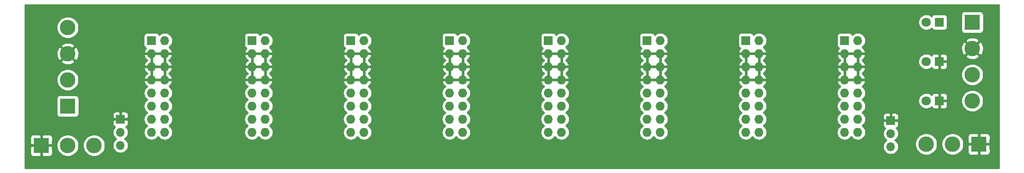
<source format=gbr>
G04 #@! TF.GenerationSoftware,KiCad,Pcbnew,(5.1.2-1)-1*
G04 #@! TF.CreationDate,2019-08-21T10:52:07-07:00*
G04 #@! TF.ProjectId,ER_Bus_Board,45525f42-7573-45f4-926f-6172642e6b69,rev?*
G04 #@! TF.SameCoordinates,Original*
G04 #@! TF.FileFunction,Copper,L2,Bot*
G04 #@! TF.FilePolarity,Positive*
%FSLAX46Y46*%
G04 Gerber Fmt 4.6, Leading zero omitted, Abs format (unit mm)*
G04 Created by KiCad (PCBNEW (5.1.2-1)-1) date 2019-08-21 10:52:07*
%MOMM*%
%LPD*%
G04 APERTURE LIST*
%ADD10R,1.800000X1.800000*%
%ADD11C,1.800000*%
%ADD12O,1.727200X1.727200*%
%ADD13R,1.727200X1.727200*%
%ADD14C,3.000000*%
%ADD15R,3.000000X3.000000*%
%ADD16O,1.700000X1.700000*%
%ADD17R,1.700000X1.700000*%
%ADD18C,3.200001*%
%ADD19C,0.254000*%
G04 APERTURE END LIST*
D10*
X257048000Y-75184000D03*
D11*
X254508000Y-75184000D03*
D10*
X257048000Y-67564000D03*
D11*
X254508000Y-67564000D03*
X254508000Y-82804000D03*
D10*
X257048000Y-82804000D03*
D12*
X107601001Y-88900000D03*
X105061001Y-88900000D03*
X107601001Y-86360000D03*
X105061001Y-86360000D03*
X107601001Y-83820000D03*
X105061001Y-83820000D03*
X107601001Y-81280000D03*
X105061001Y-81280000D03*
X107601001Y-78740000D03*
X105061001Y-78740000D03*
X107601001Y-76200000D03*
X105061001Y-76200000D03*
X107601001Y-73660000D03*
X105061001Y-73660000D03*
X107601001Y-71120000D03*
D13*
X105061001Y-71120000D03*
D14*
X88900000Y-68580000D03*
D15*
X88900000Y-83820000D03*
D14*
X88900000Y-73660000D03*
X88900000Y-78740000D03*
D16*
X99060000Y-91440000D03*
X99060000Y-88900000D03*
D17*
X99060000Y-86360000D03*
D13*
X124460000Y-71120000D03*
D12*
X127000000Y-71120000D03*
X124460000Y-73660000D03*
X127000000Y-73660000D03*
X124460000Y-76200000D03*
X127000000Y-76200000D03*
X124460000Y-78740000D03*
X127000000Y-78740000D03*
X124460000Y-81280000D03*
X127000000Y-81280000D03*
X124460000Y-83820000D03*
X127000000Y-83820000D03*
X124460000Y-86360000D03*
X127000000Y-86360000D03*
X124460000Y-88900000D03*
X127000000Y-88900000D03*
X146050000Y-88900000D03*
X143510000Y-88900000D03*
X146050000Y-86360000D03*
X143510000Y-86360000D03*
X146050000Y-83820000D03*
X143510000Y-83820000D03*
X146050000Y-81280000D03*
X143510000Y-81280000D03*
X146050000Y-78740000D03*
X143510000Y-78740000D03*
X146050000Y-76200000D03*
X143510000Y-76200000D03*
X146050000Y-73660000D03*
X143510000Y-73660000D03*
X146050000Y-71120000D03*
D13*
X143510000Y-71120000D03*
X162560000Y-71120000D03*
D12*
X165100000Y-71120000D03*
X162560000Y-73660000D03*
X165100000Y-73660000D03*
X162560000Y-76200000D03*
X165100000Y-76200000D03*
X162560000Y-78740000D03*
X165100000Y-78740000D03*
X162560000Y-81280000D03*
X165100000Y-81280000D03*
X162560000Y-83820000D03*
X165100000Y-83820000D03*
X162560000Y-86360000D03*
X165100000Y-86360000D03*
X162560000Y-88900000D03*
X165100000Y-88900000D03*
X184150000Y-88900000D03*
X181610000Y-88900000D03*
X184150000Y-86360000D03*
X181610000Y-86360000D03*
X184150000Y-83820000D03*
X181610000Y-83820000D03*
X184150000Y-81280000D03*
X181610000Y-81280000D03*
X184150000Y-78740000D03*
X181610000Y-78740000D03*
X184150000Y-76200000D03*
X181610000Y-76200000D03*
X184150000Y-73660000D03*
X181610000Y-73660000D03*
X184150000Y-71120000D03*
D13*
X181610000Y-71120000D03*
X200660000Y-71120000D03*
D12*
X203200000Y-71120000D03*
X200660000Y-73660000D03*
X203200000Y-73660000D03*
X200660000Y-76200000D03*
X203200000Y-76200000D03*
X200660000Y-78740000D03*
X203200000Y-78740000D03*
X200660000Y-81280000D03*
X203200000Y-81280000D03*
X200660000Y-83820000D03*
X203200000Y-83820000D03*
X200660000Y-86360000D03*
X203200000Y-86360000D03*
X200660000Y-88900000D03*
X203200000Y-88900000D03*
X222250000Y-88900000D03*
X219710000Y-88900000D03*
X222250000Y-86360000D03*
X219710000Y-86360000D03*
X222250000Y-83820000D03*
X219710000Y-83820000D03*
X222250000Y-81280000D03*
X219710000Y-81280000D03*
X222250000Y-78740000D03*
X219710000Y-78740000D03*
X222250000Y-76200000D03*
X219710000Y-76200000D03*
X222250000Y-73660000D03*
X219710000Y-73660000D03*
X222250000Y-71120000D03*
D13*
X219710000Y-71120000D03*
X238760000Y-71120000D03*
D12*
X241300000Y-71120000D03*
X238760000Y-73660000D03*
X241300000Y-73660000D03*
X238760000Y-76200000D03*
X241300000Y-76200000D03*
X238760000Y-78740000D03*
X241300000Y-78740000D03*
X238760000Y-81280000D03*
X241300000Y-81280000D03*
X238760000Y-83820000D03*
X241300000Y-83820000D03*
X238760000Y-86360000D03*
X241300000Y-86360000D03*
X238760000Y-88900000D03*
X241300000Y-88900000D03*
D14*
X263398000Y-72644000D03*
X263398000Y-77724000D03*
D15*
X263398000Y-67564000D03*
D14*
X263398000Y-82804000D03*
X93980000Y-91440000D03*
X88900000Y-91440000D03*
D15*
X83820000Y-91440000D03*
D17*
X247650000Y-86614000D03*
D16*
X247650000Y-89154000D03*
X247650000Y-91694000D03*
D15*
X264668000Y-91186000D03*
D14*
X259588000Y-91186000D03*
X254508000Y-91186000D03*
D18*
X114300000Y-66040000D03*
X114300000Y-93980000D03*
X232410000Y-93980000D03*
X232410000Y-66040000D03*
D19*
G36*
X268580001Y-95860000D02*
G01*
X80670000Y-95860000D01*
X80670000Y-92940000D01*
X81681928Y-92940000D01*
X81694188Y-93064482D01*
X81730498Y-93184180D01*
X81789463Y-93294494D01*
X81868815Y-93391185D01*
X81965506Y-93470537D01*
X82075820Y-93529502D01*
X82195518Y-93565812D01*
X82320000Y-93578072D01*
X83534250Y-93575000D01*
X83693000Y-93416250D01*
X83693000Y-91567000D01*
X83947000Y-91567000D01*
X83947000Y-93416250D01*
X84105750Y-93575000D01*
X85320000Y-93578072D01*
X85444482Y-93565812D01*
X85564180Y-93529502D01*
X85674494Y-93470537D01*
X85771185Y-93391185D01*
X85850537Y-93294494D01*
X85909502Y-93184180D01*
X85945812Y-93064482D01*
X85958072Y-92940000D01*
X85955000Y-91725750D01*
X85796250Y-91567000D01*
X83947000Y-91567000D01*
X83693000Y-91567000D01*
X81843750Y-91567000D01*
X81685000Y-91725750D01*
X81681928Y-92940000D01*
X80670000Y-92940000D01*
X80670000Y-89940000D01*
X81681928Y-89940000D01*
X81685000Y-91154250D01*
X81843750Y-91313000D01*
X83693000Y-91313000D01*
X83693000Y-89463750D01*
X83947000Y-89463750D01*
X83947000Y-91313000D01*
X85796250Y-91313000D01*
X85879529Y-91229721D01*
X86765000Y-91229721D01*
X86765000Y-91650279D01*
X86847047Y-92062756D01*
X87007988Y-92451302D01*
X87241637Y-92800983D01*
X87539017Y-93098363D01*
X87888698Y-93332012D01*
X88277244Y-93492953D01*
X88689721Y-93575000D01*
X89110279Y-93575000D01*
X89522756Y-93492953D01*
X89911302Y-93332012D01*
X90260983Y-93098363D01*
X90558363Y-92800983D01*
X90792012Y-92451302D01*
X90952953Y-92062756D01*
X91035000Y-91650279D01*
X91035000Y-91229721D01*
X91845000Y-91229721D01*
X91845000Y-91650279D01*
X91927047Y-92062756D01*
X92087988Y-92451302D01*
X92321637Y-92800983D01*
X92619017Y-93098363D01*
X92968698Y-93332012D01*
X93357244Y-93492953D01*
X93769721Y-93575000D01*
X94190279Y-93575000D01*
X94602756Y-93492953D01*
X94991302Y-93332012D01*
X95340983Y-93098363D01*
X95638363Y-92800983D01*
X95872012Y-92451302D01*
X96032953Y-92062756D01*
X96115000Y-91650279D01*
X96115000Y-91229721D01*
X96032953Y-90817244D01*
X95872012Y-90428698D01*
X95638363Y-90079017D01*
X95340983Y-89781637D01*
X94991302Y-89547988D01*
X94602756Y-89387047D01*
X94190279Y-89305000D01*
X93769721Y-89305000D01*
X93357244Y-89387047D01*
X92968698Y-89547988D01*
X92619017Y-89781637D01*
X92321637Y-90079017D01*
X92087988Y-90428698D01*
X91927047Y-90817244D01*
X91845000Y-91229721D01*
X91035000Y-91229721D01*
X90952953Y-90817244D01*
X90792012Y-90428698D01*
X90558363Y-90079017D01*
X90260983Y-89781637D01*
X89911302Y-89547988D01*
X89522756Y-89387047D01*
X89110279Y-89305000D01*
X88689721Y-89305000D01*
X88277244Y-89387047D01*
X87888698Y-89547988D01*
X87539017Y-89781637D01*
X87241637Y-90079017D01*
X87007988Y-90428698D01*
X86847047Y-90817244D01*
X86765000Y-91229721D01*
X85879529Y-91229721D01*
X85955000Y-91154250D01*
X85958072Y-89940000D01*
X85945812Y-89815518D01*
X85909502Y-89695820D01*
X85850537Y-89585506D01*
X85771185Y-89488815D01*
X85674494Y-89409463D01*
X85564180Y-89350498D01*
X85444482Y-89314188D01*
X85320000Y-89301928D01*
X84105750Y-89305000D01*
X83947000Y-89463750D01*
X83693000Y-89463750D01*
X83534250Y-89305000D01*
X82320000Y-89301928D01*
X82195518Y-89314188D01*
X82075820Y-89350498D01*
X81965506Y-89409463D01*
X81868815Y-89488815D01*
X81789463Y-89585506D01*
X81730498Y-89695820D01*
X81694188Y-89815518D01*
X81681928Y-89940000D01*
X80670000Y-89940000D01*
X80670000Y-88900000D01*
X97567815Y-88900000D01*
X97596487Y-89191111D01*
X97681401Y-89471034D01*
X97819294Y-89729014D01*
X98004866Y-89955134D01*
X98230986Y-90140706D01*
X98285791Y-90170000D01*
X98230986Y-90199294D01*
X98004866Y-90384866D01*
X97819294Y-90610986D01*
X97681401Y-90868966D01*
X97596487Y-91148889D01*
X97567815Y-91440000D01*
X97596487Y-91731111D01*
X97681401Y-92011034D01*
X97819294Y-92269014D01*
X98004866Y-92495134D01*
X98230986Y-92680706D01*
X98488966Y-92818599D01*
X98768889Y-92903513D01*
X98987050Y-92925000D01*
X99132950Y-92925000D01*
X99351111Y-92903513D01*
X99631034Y-92818599D01*
X99889014Y-92680706D01*
X100115134Y-92495134D01*
X100300706Y-92269014D01*
X100438599Y-92011034D01*
X100523513Y-91731111D01*
X100552185Y-91440000D01*
X100523513Y-91148889D01*
X100438599Y-90868966D01*
X100300706Y-90610986D01*
X100115134Y-90384866D01*
X99889014Y-90199294D01*
X99834209Y-90170000D01*
X99889014Y-90140706D01*
X100115134Y-89955134D01*
X100300706Y-89729014D01*
X100438599Y-89471034D01*
X100523513Y-89191111D01*
X100552185Y-88900000D01*
X100523513Y-88608889D01*
X100438599Y-88328966D01*
X100300706Y-88070986D01*
X100115134Y-87844866D01*
X100085313Y-87820393D01*
X100154180Y-87799502D01*
X100264494Y-87740537D01*
X100361185Y-87661185D01*
X100440537Y-87564494D01*
X100499502Y-87454180D01*
X100535812Y-87334482D01*
X100548072Y-87210000D01*
X100545000Y-86645750D01*
X100386250Y-86487000D01*
X99187000Y-86487000D01*
X99187000Y-86507000D01*
X98933000Y-86507000D01*
X98933000Y-86487000D01*
X97733750Y-86487000D01*
X97575000Y-86645750D01*
X97571928Y-87210000D01*
X97584188Y-87334482D01*
X97620498Y-87454180D01*
X97679463Y-87564494D01*
X97758815Y-87661185D01*
X97855506Y-87740537D01*
X97965820Y-87799502D01*
X98034687Y-87820393D01*
X98004866Y-87844866D01*
X97819294Y-88070986D01*
X97681401Y-88328966D01*
X97596487Y-88608889D01*
X97567815Y-88900000D01*
X80670000Y-88900000D01*
X80670000Y-82320000D01*
X86761928Y-82320000D01*
X86761928Y-85320000D01*
X86774188Y-85444482D01*
X86810498Y-85564180D01*
X86869463Y-85674494D01*
X86948815Y-85771185D01*
X87045506Y-85850537D01*
X87155820Y-85909502D01*
X87275518Y-85945812D01*
X87400000Y-85958072D01*
X90400000Y-85958072D01*
X90524482Y-85945812D01*
X90644180Y-85909502D01*
X90754494Y-85850537D01*
X90851185Y-85771185D01*
X90930537Y-85674494D01*
X90989502Y-85564180D01*
X91005937Y-85510000D01*
X97571928Y-85510000D01*
X97575000Y-86074250D01*
X97733750Y-86233000D01*
X98933000Y-86233000D01*
X98933000Y-85033750D01*
X99187000Y-85033750D01*
X99187000Y-86233000D01*
X100386250Y-86233000D01*
X100545000Y-86074250D01*
X100548072Y-85510000D01*
X100535812Y-85385518D01*
X100499502Y-85265820D01*
X100440537Y-85155506D01*
X100361185Y-85058815D01*
X100264494Y-84979463D01*
X100154180Y-84920498D01*
X100034482Y-84884188D01*
X99910000Y-84871928D01*
X99345750Y-84875000D01*
X99187000Y-85033750D01*
X98933000Y-85033750D01*
X98774250Y-84875000D01*
X98210000Y-84871928D01*
X98085518Y-84884188D01*
X97965820Y-84920498D01*
X97855506Y-84979463D01*
X97758815Y-85058815D01*
X97679463Y-85155506D01*
X97620498Y-85265820D01*
X97584188Y-85385518D01*
X97571928Y-85510000D01*
X91005937Y-85510000D01*
X91025812Y-85444482D01*
X91038072Y-85320000D01*
X91038072Y-82320000D01*
X91025812Y-82195518D01*
X90989502Y-82075820D01*
X90930537Y-81965506D01*
X90851185Y-81868815D01*
X90754494Y-81789463D01*
X90644180Y-81730498D01*
X90524482Y-81694188D01*
X90400000Y-81681928D01*
X87400000Y-81681928D01*
X87275518Y-81694188D01*
X87155820Y-81730498D01*
X87045506Y-81789463D01*
X86948815Y-81868815D01*
X86869463Y-81965506D01*
X86810498Y-82075820D01*
X86774188Y-82195518D01*
X86761928Y-82320000D01*
X80670000Y-82320000D01*
X80670000Y-81280000D01*
X103555150Y-81280000D01*
X103584085Y-81573777D01*
X103669776Y-81856264D01*
X103808932Y-82116606D01*
X103996204Y-82344797D01*
X104224395Y-82532069D01*
X104257941Y-82550000D01*
X104224395Y-82567931D01*
X103996204Y-82755203D01*
X103808932Y-82983394D01*
X103669776Y-83243736D01*
X103584085Y-83526223D01*
X103555150Y-83820000D01*
X103584085Y-84113777D01*
X103669776Y-84396264D01*
X103808932Y-84656606D01*
X103996204Y-84884797D01*
X104224395Y-85072069D01*
X104257941Y-85090000D01*
X104224395Y-85107931D01*
X103996204Y-85295203D01*
X103808932Y-85523394D01*
X103669776Y-85783736D01*
X103584085Y-86066223D01*
X103555150Y-86360000D01*
X103584085Y-86653777D01*
X103669776Y-86936264D01*
X103808932Y-87196606D01*
X103996204Y-87424797D01*
X104224395Y-87612069D01*
X104257941Y-87630000D01*
X104224395Y-87647931D01*
X103996204Y-87835203D01*
X103808932Y-88063394D01*
X103669776Y-88323736D01*
X103584085Y-88606223D01*
X103555150Y-88900000D01*
X103584085Y-89193777D01*
X103669776Y-89476264D01*
X103808932Y-89736606D01*
X103996204Y-89964797D01*
X104224395Y-90152069D01*
X104484737Y-90291225D01*
X104767224Y-90376916D01*
X104987382Y-90398600D01*
X105134620Y-90398600D01*
X105354778Y-90376916D01*
X105637265Y-90291225D01*
X105897607Y-90152069D01*
X106125798Y-89964797D01*
X106313070Y-89736606D01*
X106331001Y-89703060D01*
X106348932Y-89736606D01*
X106536204Y-89964797D01*
X106764395Y-90152069D01*
X107024737Y-90291225D01*
X107307224Y-90376916D01*
X107527382Y-90398600D01*
X107674620Y-90398600D01*
X107894778Y-90376916D01*
X108177265Y-90291225D01*
X108437607Y-90152069D01*
X108665798Y-89964797D01*
X108853070Y-89736606D01*
X108992226Y-89476264D01*
X109077917Y-89193777D01*
X109106852Y-88900000D01*
X109077917Y-88606223D01*
X108992226Y-88323736D01*
X108853070Y-88063394D01*
X108665798Y-87835203D01*
X108437607Y-87647931D01*
X108404061Y-87630000D01*
X108437607Y-87612069D01*
X108665798Y-87424797D01*
X108853070Y-87196606D01*
X108992226Y-86936264D01*
X109077917Y-86653777D01*
X109106852Y-86360000D01*
X109077917Y-86066223D01*
X108992226Y-85783736D01*
X108853070Y-85523394D01*
X108665798Y-85295203D01*
X108437607Y-85107931D01*
X108404061Y-85090000D01*
X108437607Y-85072069D01*
X108665798Y-84884797D01*
X108853070Y-84656606D01*
X108992226Y-84396264D01*
X109077917Y-84113777D01*
X109106852Y-83820000D01*
X109077917Y-83526223D01*
X108992226Y-83243736D01*
X108853070Y-82983394D01*
X108665798Y-82755203D01*
X108437607Y-82567931D01*
X108404061Y-82550000D01*
X108437607Y-82532069D01*
X108665798Y-82344797D01*
X108853070Y-82116606D01*
X108992226Y-81856264D01*
X109077917Y-81573777D01*
X109106852Y-81280000D01*
X122954149Y-81280000D01*
X122983084Y-81573777D01*
X123068775Y-81856264D01*
X123207931Y-82116606D01*
X123395203Y-82344797D01*
X123623394Y-82532069D01*
X123656940Y-82550000D01*
X123623394Y-82567931D01*
X123395203Y-82755203D01*
X123207931Y-82983394D01*
X123068775Y-83243736D01*
X122983084Y-83526223D01*
X122954149Y-83820000D01*
X122983084Y-84113777D01*
X123068775Y-84396264D01*
X123207931Y-84656606D01*
X123395203Y-84884797D01*
X123623394Y-85072069D01*
X123656940Y-85090000D01*
X123623394Y-85107931D01*
X123395203Y-85295203D01*
X123207931Y-85523394D01*
X123068775Y-85783736D01*
X122983084Y-86066223D01*
X122954149Y-86360000D01*
X122983084Y-86653777D01*
X123068775Y-86936264D01*
X123207931Y-87196606D01*
X123395203Y-87424797D01*
X123623394Y-87612069D01*
X123656940Y-87630000D01*
X123623394Y-87647931D01*
X123395203Y-87835203D01*
X123207931Y-88063394D01*
X123068775Y-88323736D01*
X122983084Y-88606223D01*
X122954149Y-88900000D01*
X122983084Y-89193777D01*
X123068775Y-89476264D01*
X123207931Y-89736606D01*
X123395203Y-89964797D01*
X123623394Y-90152069D01*
X123883736Y-90291225D01*
X124166223Y-90376916D01*
X124386381Y-90398600D01*
X124533619Y-90398600D01*
X124753777Y-90376916D01*
X125036264Y-90291225D01*
X125296606Y-90152069D01*
X125524797Y-89964797D01*
X125712069Y-89736606D01*
X125730000Y-89703060D01*
X125747931Y-89736606D01*
X125935203Y-89964797D01*
X126163394Y-90152069D01*
X126423736Y-90291225D01*
X126706223Y-90376916D01*
X126926381Y-90398600D01*
X127073619Y-90398600D01*
X127293777Y-90376916D01*
X127576264Y-90291225D01*
X127836606Y-90152069D01*
X128064797Y-89964797D01*
X128252069Y-89736606D01*
X128391225Y-89476264D01*
X128476916Y-89193777D01*
X128505851Y-88900000D01*
X128476916Y-88606223D01*
X128391225Y-88323736D01*
X128252069Y-88063394D01*
X128064797Y-87835203D01*
X127836606Y-87647931D01*
X127803060Y-87630000D01*
X127836606Y-87612069D01*
X128064797Y-87424797D01*
X128252069Y-87196606D01*
X128391225Y-86936264D01*
X128476916Y-86653777D01*
X128505851Y-86360000D01*
X128476916Y-86066223D01*
X128391225Y-85783736D01*
X128252069Y-85523394D01*
X128064797Y-85295203D01*
X127836606Y-85107931D01*
X127803060Y-85090000D01*
X127836606Y-85072069D01*
X128064797Y-84884797D01*
X128252069Y-84656606D01*
X128391225Y-84396264D01*
X128476916Y-84113777D01*
X128505851Y-83820000D01*
X128476916Y-83526223D01*
X128391225Y-83243736D01*
X128252069Y-82983394D01*
X128064797Y-82755203D01*
X127836606Y-82567931D01*
X127803060Y-82550000D01*
X127836606Y-82532069D01*
X128064797Y-82344797D01*
X128252069Y-82116606D01*
X128391225Y-81856264D01*
X128476916Y-81573777D01*
X128505851Y-81280000D01*
X142004149Y-81280000D01*
X142033084Y-81573777D01*
X142118775Y-81856264D01*
X142257931Y-82116606D01*
X142445203Y-82344797D01*
X142673394Y-82532069D01*
X142706940Y-82550000D01*
X142673394Y-82567931D01*
X142445203Y-82755203D01*
X142257931Y-82983394D01*
X142118775Y-83243736D01*
X142033084Y-83526223D01*
X142004149Y-83820000D01*
X142033084Y-84113777D01*
X142118775Y-84396264D01*
X142257931Y-84656606D01*
X142445203Y-84884797D01*
X142673394Y-85072069D01*
X142706940Y-85090000D01*
X142673394Y-85107931D01*
X142445203Y-85295203D01*
X142257931Y-85523394D01*
X142118775Y-85783736D01*
X142033084Y-86066223D01*
X142004149Y-86360000D01*
X142033084Y-86653777D01*
X142118775Y-86936264D01*
X142257931Y-87196606D01*
X142445203Y-87424797D01*
X142673394Y-87612069D01*
X142706940Y-87630000D01*
X142673394Y-87647931D01*
X142445203Y-87835203D01*
X142257931Y-88063394D01*
X142118775Y-88323736D01*
X142033084Y-88606223D01*
X142004149Y-88900000D01*
X142033084Y-89193777D01*
X142118775Y-89476264D01*
X142257931Y-89736606D01*
X142445203Y-89964797D01*
X142673394Y-90152069D01*
X142933736Y-90291225D01*
X143216223Y-90376916D01*
X143436381Y-90398600D01*
X143583619Y-90398600D01*
X143803777Y-90376916D01*
X144086264Y-90291225D01*
X144346606Y-90152069D01*
X144574797Y-89964797D01*
X144762069Y-89736606D01*
X144780000Y-89703060D01*
X144797931Y-89736606D01*
X144985203Y-89964797D01*
X145213394Y-90152069D01*
X145473736Y-90291225D01*
X145756223Y-90376916D01*
X145976381Y-90398600D01*
X146123619Y-90398600D01*
X146343777Y-90376916D01*
X146626264Y-90291225D01*
X146886606Y-90152069D01*
X147114797Y-89964797D01*
X147302069Y-89736606D01*
X147441225Y-89476264D01*
X147526916Y-89193777D01*
X147555851Y-88900000D01*
X147526916Y-88606223D01*
X147441225Y-88323736D01*
X147302069Y-88063394D01*
X147114797Y-87835203D01*
X146886606Y-87647931D01*
X146853060Y-87630000D01*
X146886606Y-87612069D01*
X147114797Y-87424797D01*
X147302069Y-87196606D01*
X147441225Y-86936264D01*
X147526916Y-86653777D01*
X147555851Y-86360000D01*
X147526916Y-86066223D01*
X147441225Y-85783736D01*
X147302069Y-85523394D01*
X147114797Y-85295203D01*
X146886606Y-85107931D01*
X146853060Y-85090000D01*
X146886606Y-85072069D01*
X147114797Y-84884797D01*
X147302069Y-84656606D01*
X147441225Y-84396264D01*
X147526916Y-84113777D01*
X147555851Y-83820000D01*
X147526916Y-83526223D01*
X147441225Y-83243736D01*
X147302069Y-82983394D01*
X147114797Y-82755203D01*
X146886606Y-82567931D01*
X146853060Y-82550000D01*
X146886606Y-82532069D01*
X147114797Y-82344797D01*
X147302069Y-82116606D01*
X147441225Y-81856264D01*
X147526916Y-81573777D01*
X147555851Y-81280000D01*
X161054149Y-81280000D01*
X161083084Y-81573777D01*
X161168775Y-81856264D01*
X161307931Y-82116606D01*
X161495203Y-82344797D01*
X161723394Y-82532069D01*
X161756940Y-82550000D01*
X161723394Y-82567931D01*
X161495203Y-82755203D01*
X161307931Y-82983394D01*
X161168775Y-83243736D01*
X161083084Y-83526223D01*
X161054149Y-83820000D01*
X161083084Y-84113777D01*
X161168775Y-84396264D01*
X161307931Y-84656606D01*
X161495203Y-84884797D01*
X161723394Y-85072069D01*
X161756940Y-85090000D01*
X161723394Y-85107931D01*
X161495203Y-85295203D01*
X161307931Y-85523394D01*
X161168775Y-85783736D01*
X161083084Y-86066223D01*
X161054149Y-86360000D01*
X161083084Y-86653777D01*
X161168775Y-86936264D01*
X161307931Y-87196606D01*
X161495203Y-87424797D01*
X161723394Y-87612069D01*
X161756940Y-87630000D01*
X161723394Y-87647931D01*
X161495203Y-87835203D01*
X161307931Y-88063394D01*
X161168775Y-88323736D01*
X161083084Y-88606223D01*
X161054149Y-88900000D01*
X161083084Y-89193777D01*
X161168775Y-89476264D01*
X161307931Y-89736606D01*
X161495203Y-89964797D01*
X161723394Y-90152069D01*
X161983736Y-90291225D01*
X162266223Y-90376916D01*
X162486381Y-90398600D01*
X162633619Y-90398600D01*
X162853777Y-90376916D01*
X163136264Y-90291225D01*
X163396606Y-90152069D01*
X163624797Y-89964797D01*
X163812069Y-89736606D01*
X163830000Y-89703060D01*
X163847931Y-89736606D01*
X164035203Y-89964797D01*
X164263394Y-90152069D01*
X164523736Y-90291225D01*
X164806223Y-90376916D01*
X165026381Y-90398600D01*
X165173619Y-90398600D01*
X165393777Y-90376916D01*
X165676264Y-90291225D01*
X165936606Y-90152069D01*
X166164797Y-89964797D01*
X166352069Y-89736606D01*
X166491225Y-89476264D01*
X166576916Y-89193777D01*
X166605851Y-88900000D01*
X166576916Y-88606223D01*
X166491225Y-88323736D01*
X166352069Y-88063394D01*
X166164797Y-87835203D01*
X165936606Y-87647931D01*
X165903060Y-87630000D01*
X165936606Y-87612069D01*
X166164797Y-87424797D01*
X166352069Y-87196606D01*
X166491225Y-86936264D01*
X166576916Y-86653777D01*
X166605851Y-86360000D01*
X166576916Y-86066223D01*
X166491225Y-85783736D01*
X166352069Y-85523394D01*
X166164797Y-85295203D01*
X165936606Y-85107931D01*
X165903060Y-85090000D01*
X165936606Y-85072069D01*
X166164797Y-84884797D01*
X166352069Y-84656606D01*
X166491225Y-84396264D01*
X166576916Y-84113777D01*
X166605851Y-83820000D01*
X166576916Y-83526223D01*
X166491225Y-83243736D01*
X166352069Y-82983394D01*
X166164797Y-82755203D01*
X165936606Y-82567931D01*
X165903060Y-82550000D01*
X165936606Y-82532069D01*
X166164797Y-82344797D01*
X166352069Y-82116606D01*
X166491225Y-81856264D01*
X166576916Y-81573777D01*
X166605851Y-81280000D01*
X180104149Y-81280000D01*
X180133084Y-81573777D01*
X180218775Y-81856264D01*
X180357931Y-82116606D01*
X180545203Y-82344797D01*
X180773394Y-82532069D01*
X180806940Y-82550000D01*
X180773394Y-82567931D01*
X180545203Y-82755203D01*
X180357931Y-82983394D01*
X180218775Y-83243736D01*
X180133084Y-83526223D01*
X180104149Y-83820000D01*
X180133084Y-84113777D01*
X180218775Y-84396264D01*
X180357931Y-84656606D01*
X180545203Y-84884797D01*
X180773394Y-85072069D01*
X180806940Y-85090000D01*
X180773394Y-85107931D01*
X180545203Y-85295203D01*
X180357931Y-85523394D01*
X180218775Y-85783736D01*
X180133084Y-86066223D01*
X180104149Y-86360000D01*
X180133084Y-86653777D01*
X180218775Y-86936264D01*
X180357931Y-87196606D01*
X180545203Y-87424797D01*
X180773394Y-87612069D01*
X180806940Y-87630000D01*
X180773394Y-87647931D01*
X180545203Y-87835203D01*
X180357931Y-88063394D01*
X180218775Y-88323736D01*
X180133084Y-88606223D01*
X180104149Y-88900000D01*
X180133084Y-89193777D01*
X180218775Y-89476264D01*
X180357931Y-89736606D01*
X180545203Y-89964797D01*
X180773394Y-90152069D01*
X181033736Y-90291225D01*
X181316223Y-90376916D01*
X181536381Y-90398600D01*
X181683619Y-90398600D01*
X181903777Y-90376916D01*
X182186264Y-90291225D01*
X182446606Y-90152069D01*
X182674797Y-89964797D01*
X182862069Y-89736606D01*
X182880000Y-89703060D01*
X182897931Y-89736606D01*
X183085203Y-89964797D01*
X183313394Y-90152069D01*
X183573736Y-90291225D01*
X183856223Y-90376916D01*
X184076381Y-90398600D01*
X184223619Y-90398600D01*
X184443777Y-90376916D01*
X184726264Y-90291225D01*
X184986606Y-90152069D01*
X185214797Y-89964797D01*
X185402069Y-89736606D01*
X185541225Y-89476264D01*
X185626916Y-89193777D01*
X185655851Y-88900000D01*
X185626916Y-88606223D01*
X185541225Y-88323736D01*
X185402069Y-88063394D01*
X185214797Y-87835203D01*
X184986606Y-87647931D01*
X184953060Y-87630000D01*
X184986606Y-87612069D01*
X185214797Y-87424797D01*
X185402069Y-87196606D01*
X185541225Y-86936264D01*
X185626916Y-86653777D01*
X185655851Y-86360000D01*
X185626916Y-86066223D01*
X185541225Y-85783736D01*
X185402069Y-85523394D01*
X185214797Y-85295203D01*
X184986606Y-85107931D01*
X184953060Y-85090000D01*
X184986606Y-85072069D01*
X185214797Y-84884797D01*
X185402069Y-84656606D01*
X185541225Y-84396264D01*
X185626916Y-84113777D01*
X185655851Y-83820000D01*
X185626916Y-83526223D01*
X185541225Y-83243736D01*
X185402069Y-82983394D01*
X185214797Y-82755203D01*
X184986606Y-82567931D01*
X184953060Y-82550000D01*
X184986606Y-82532069D01*
X185214797Y-82344797D01*
X185402069Y-82116606D01*
X185541225Y-81856264D01*
X185626916Y-81573777D01*
X185655851Y-81280000D01*
X199154149Y-81280000D01*
X199183084Y-81573777D01*
X199268775Y-81856264D01*
X199407931Y-82116606D01*
X199595203Y-82344797D01*
X199823394Y-82532069D01*
X199856940Y-82550000D01*
X199823394Y-82567931D01*
X199595203Y-82755203D01*
X199407931Y-82983394D01*
X199268775Y-83243736D01*
X199183084Y-83526223D01*
X199154149Y-83820000D01*
X199183084Y-84113777D01*
X199268775Y-84396264D01*
X199407931Y-84656606D01*
X199595203Y-84884797D01*
X199823394Y-85072069D01*
X199856940Y-85090000D01*
X199823394Y-85107931D01*
X199595203Y-85295203D01*
X199407931Y-85523394D01*
X199268775Y-85783736D01*
X199183084Y-86066223D01*
X199154149Y-86360000D01*
X199183084Y-86653777D01*
X199268775Y-86936264D01*
X199407931Y-87196606D01*
X199595203Y-87424797D01*
X199823394Y-87612069D01*
X199856940Y-87630000D01*
X199823394Y-87647931D01*
X199595203Y-87835203D01*
X199407931Y-88063394D01*
X199268775Y-88323736D01*
X199183084Y-88606223D01*
X199154149Y-88900000D01*
X199183084Y-89193777D01*
X199268775Y-89476264D01*
X199407931Y-89736606D01*
X199595203Y-89964797D01*
X199823394Y-90152069D01*
X200083736Y-90291225D01*
X200366223Y-90376916D01*
X200586381Y-90398600D01*
X200733619Y-90398600D01*
X200953777Y-90376916D01*
X201236264Y-90291225D01*
X201496606Y-90152069D01*
X201724797Y-89964797D01*
X201912069Y-89736606D01*
X201930000Y-89703060D01*
X201947931Y-89736606D01*
X202135203Y-89964797D01*
X202363394Y-90152069D01*
X202623736Y-90291225D01*
X202906223Y-90376916D01*
X203126381Y-90398600D01*
X203273619Y-90398600D01*
X203493777Y-90376916D01*
X203776264Y-90291225D01*
X204036606Y-90152069D01*
X204264797Y-89964797D01*
X204452069Y-89736606D01*
X204591225Y-89476264D01*
X204676916Y-89193777D01*
X204705851Y-88900000D01*
X204676916Y-88606223D01*
X204591225Y-88323736D01*
X204452069Y-88063394D01*
X204264797Y-87835203D01*
X204036606Y-87647931D01*
X204003060Y-87630000D01*
X204036606Y-87612069D01*
X204264797Y-87424797D01*
X204452069Y-87196606D01*
X204591225Y-86936264D01*
X204676916Y-86653777D01*
X204705851Y-86360000D01*
X204676916Y-86066223D01*
X204591225Y-85783736D01*
X204452069Y-85523394D01*
X204264797Y-85295203D01*
X204036606Y-85107931D01*
X204003060Y-85090000D01*
X204036606Y-85072069D01*
X204264797Y-84884797D01*
X204452069Y-84656606D01*
X204591225Y-84396264D01*
X204676916Y-84113777D01*
X204705851Y-83820000D01*
X204676916Y-83526223D01*
X204591225Y-83243736D01*
X204452069Y-82983394D01*
X204264797Y-82755203D01*
X204036606Y-82567931D01*
X204003060Y-82550000D01*
X204036606Y-82532069D01*
X204264797Y-82344797D01*
X204452069Y-82116606D01*
X204591225Y-81856264D01*
X204676916Y-81573777D01*
X204705851Y-81280000D01*
X218204149Y-81280000D01*
X218233084Y-81573777D01*
X218318775Y-81856264D01*
X218457931Y-82116606D01*
X218645203Y-82344797D01*
X218873394Y-82532069D01*
X218906940Y-82550000D01*
X218873394Y-82567931D01*
X218645203Y-82755203D01*
X218457931Y-82983394D01*
X218318775Y-83243736D01*
X218233084Y-83526223D01*
X218204149Y-83820000D01*
X218233084Y-84113777D01*
X218318775Y-84396264D01*
X218457931Y-84656606D01*
X218645203Y-84884797D01*
X218873394Y-85072069D01*
X218906940Y-85090000D01*
X218873394Y-85107931D01*
X218645203Y-85295203D01*
X218457931Y-85523394D01*
X218318775Y-85783736D01*
X218233084Y-86066223D01*
X218204149Y-86360000D01*
X218233084Y-86653777D01*
X218318775Y-86936264D01*
X218457931Y-87196606D01*
X218645203Y-87424797D01*
X218873394Y-87612069D01*
X218906940Y-87630000D01*
X218873394Y-87647931D01*
X218645203Y-87835203D01*
X218457931Y-88063394D01*
X218318775Y-88323736D01*
X218233084Y-88606223D01*
X218204149Y-88900000D01*
X218233084Y-89193777D01*
X218318775Y-89476264D01*
X218457931Y-89736606D01*
X218645203Y-89964797D01*
X218873394Y-90152069D01*
X219133736Y-90291225D01*
X219416223Y-90376916D01*
X219636381Y-90398600D01*
X219783619Y-90398600D01*
X220003777Y-90376916D01*
X220286264Y-90291225D01*
X220546606Y-90152069D01*
X220774797Y-89964797D01*
X220962069Y-89736606D01*
X220980000Y-89703060D01*
X220997931Y-89736606D01*
X221185203Y-89964797D01*
X221413394Y-90152069D01*
X221673736Y-90291225D01*
X221956223Y-90376916D01*
X222176381Y-90398600D01*
X222323619Y-90398600D01*
X222543777Y-90376916D01*
X222826264Y-90291225D01*
X223086606Y-90152069D01*
X223314797Y-89964797D01*
X223502069Y-89736606D01*
X223641225Y-89476264D01*
X223726916Y-89193777D01*
X223755851Y-88900000D01*
X223726916Y-88606223D01*
X223641225Y-88323736D01*
X223502069Y-88063394D01*
X223314797Y-87835203D01*
X223086606Y-87647931D01*
X223053060Y-87630000D01*
X223086606Y-87612069D01*
X223314797Y-87424797D01*
X223502069Y-87196606D01*
X223641225Y-86936264D01*
X223726916Y-86653777D01*
X223755851Y-86360000D01*
X223726916Y-86066223D01*
X223641225Y-85783736D01*
X223502069Y-85523394D01*
X223314797Y-85295203D01*
X223086606Y-85107931D01*
X223053060Y-85090000D01*
X223086606Y-85072069D01*
X223314797Y-84884797D01*
X223502069Y-84656606D01*
X223641225Y-84396264D01*
X223726916Y-84113777D01*
X223755851Y-83820000D01*
X223726916Y-83526223D01*
X223641225Y-83243736D01*
X223502069Y-82983394D01*
X223314797Y-82755203D01*
X223086606Y-82567931D01*
X223053060Y-82550000D01*
X223086606Y-82532069D01*
X223314797Y-82344797D01*
X223502069Y-82116606D01*
X223641225Y-81856264D01*
X223726916Y-81573777D01*
X223755851Y-81280000D01*
X237254149Y-81280000D01*
X237283084Y-81573777D01*
X237368775Y-81856264D01*
X237507931Y-82116606D01*
X237695203Y-82344797D01*
X237923394Y-82532069D01*
X237956940Y-82550000D01*
X237923394Y-82567931D01*
X237695203Y-82755203D01*
X237507931Y-82983394D01*
X237368775Y-83243736D01*
X237283084Y-83526223D01*
X237254149Y-83820000D01*
X237283084Y-84113777D01*
X237368775Y-84396264D01*
X237507931Y-84656606D01*
X237695203Y-84884797D01*
X237923394Y-85072069D01*
X237956940Y-85090000D01*
X237923394Y-85107931D01*
X237695203Y-85295203D01*
X237507931Y-85523394D01*
X237368775Y-85783736D01*
X237283084Y-86066223D01*
X237254149Y-86360000D01*
X237283084Y-86653777D01*
X237368775Y-86936264D01*
X237507931Y-87196606D01*
X237695203Y-87424797D01*
X237923394Y-87612069D01*
X237956940Y-87630000D01*
X237923394Y-87647931D01*
X237695203Y-87835203D01*
X237507931Y-88063394D01*
X237368775Y-88323736D01*
X237283084Y-88606223D01*
X237254149Y-88900000D01*
X237283084Y-89193777D01*
X237368775Y-89476264D01*
X237507931Y-89736606D01*
X237695203Y-89964797D01*
X237923394Y-90152069D01*
X238183736Y-90291225D01*
X238466223Y-90376916D01*
X238686381Y-90398600D01*
X238833619Y-90398600D01*
X239053777Y-90376916D01*
X239336264Y-90291225D01*
X239596606Y-90152069D01*
X239824797Y-89964797D01*
X240012069Y-89736606D01*
X240030000Y-89703060D01*
X240047931Y-89736606D01*
X240235203Y-89964797D01*
X240463394Y-90152069D01*
X240723736Y-90291225D01*
X241006223Y-90376916D01*
X241226381Y-90398600D01*
X241373619Y-90398600D01*
X241593777Y-90376916D01*
X241876264Y-90291225D01*
X242136606Y-90152069D01*
X242364797Y-89964797D01*
X242552069Y-89736606D01*
X242691225Y-89476264D01*
X242776916Y-89193777D01*
X242780833Y-89154000D01*
X246157815Y-89154000D01*
X246186487Y-89445111D01*
X246271401Y-89725034D01*
X246409294Y-89983014D01*
X246594866Y-90209134D01*
X246820986Y-90394706D01*
X246875791Y-90424000D01*
X246820986Y-90453294D01*
X246594866Y-90638866D01*
X246409294Y-90864986D01*
X246271401Y-91122966D01*
X246186487Y-91402889D01*
X246157815Y-91694000D01*
X246186487Y-91985111D01*
X246271401Y-92265034D01*
X246409294Y-92523014D01*
X246594866Y-92749134D01*
X246820986Y-92934706D01*
X247078966Y-93072599D01*
X247358889Y-93157513D01*
X247577050Y-93179000D01*
X247722950Y-93179000D01*
X247941111Y-93157513D01*
X248221034Y-93072599D01*
X248479014Y-92934706D01*
X248705134Y-92749134D01*
X248890706Y-92523014D01*
X249028599Y-92265034D01*
X249113513Y-91985111D01*
X249142185Y-91694000D01*
X249113513Y-91402889D01*
X249028599Y-91122966D01*
X248949896Y-90975721D01*
X252373000Y-90975721D01*
X252373000Y-91396279D01*
X252455047Y-91808756D01*
X252615988Y-92197302D01*
X252849637Y-92546983D01*
X253147017Y-92844363D01*
X253496698Y-93078012D01*
X253885244Y-93238953D01*
X254297721Y-93321000D01*
X254718279Y-93321000D01*
X255130756Y-93238953D01*
X255519302Y-93078012D01*
X255868983Y-92844363D01*
X256166363Y-92546983D01*
X256400012Y-92197302D01*
X256560953Y-91808756D01*
X256643000Y-91396279D01*
X256643000Y-90975721D01*
X257453000Y-90975721D01*
X257453000Y-91396279D01*
X257535047Y-91808756D01*
X257695988Y-92197302D01*
X257929637Y-92546983D01*
X258227017Y-92844363D01*
X258576698Y-93078012D01*
X258965244Y-93238953D01*
X259377721Y-93321000D01*
X259798279Y-93321000D01*
X260210756Y-93238953D01*
X260599302Y-93078012D01*
X260948983Y-92844363D01*
X261107346Y-92686000D01*
X262529928Y-92686000D01*
X262542188Y-92810482D01*
X262578498Y-92930180D01*
X262637463Y-93040494D01*
X262716815Y-93137185D01*
X262813506Y-93216537D01*
X262923820Y-93275502D01*
X263043518Y-93311812D01*
X263168000Y-93324072D01*
X264382250Y-93321000D01*
X264541000Y-93162250D01*
X264541000Y-91313000D01*
X264795000Y-91313000D01*
X264795000Y-93162250D01*
X264953750Y-93321000D01*
X266168000Y-93324072D01*
X266292482Y-93311812D01*
X266412180Y-93275502D01*
X266522494Y-93216537D01*
X266619185Y-93137185D01*
X266698537Y-93040494D01*
X266757502Y-92930180D01*
X266793812Y-92810482D01*
X266806072Y-92686000D01*
X266803000Y-91471750D01*
X266644250Y-91313000D01*
X264795000Y-91313000D01*
X264541000Y-91313000D01*
X262691750Y-91313000D01*
X262533000Y-91471750D01*
X262529928Y-92686000D01*
X261107346Y-92686000D01*
X261246363Y-92546983D01*
X261480012Y-92197302D01*
X261640953Y-91808756D01*
X261723000Y-91396279D01*
X261723000Y-90975721D01*
X261640953Y-90563244D01*
X261480012Y-90174698D01*
X261246363Y-89825017D01*
X261107346Y-89686000D01*
X262529928Y-89686000D01*
X262533000Y-90900250D01*
X262691750Y-91059000D01*
X264541000Y-91059000D01*
X264541000Y-89209750D01*
X264795000Y-89209750D01*
X264795000Y-91059000D01*
X266644250Y-91059000D01*
X266803000Y-90900250D01*
X266806072Y-89686000D01*
X266793812Y-89561518D01*
X266757502Y-89441820D01*
X266698537Y-89331506D01*
X266619185Y-89234815D01*
X266522494Y-89155463D01*
X266412180Y-89096498D01*
X266292482Y-89060188D01*
X266168000Y-89047928D01*
X264953750Y-89051000D01*
X264795000Y-89209750D01*
X264541000Y-89209750D01*
X264382250Y-89051000D01*
X263168000Y-89047928D01*
X263043518Y-89060188D01*
X262923820Y-89096498D01*
X262813506Y-89155463D01*
X262716815Y-89234815D01*
X262637463Y-89331506D01*
X262578498Y-89441820D01*
X262542188Y-89561518D01*
X262529928Y-89686000D01*
X261107346Y-89686000D01*
X260948983Y-89527637D01*
X260599302Y-89293988D01*
X260210756Y-89133047D01*
X259798279Y-89051000D01*
X259377721Y-89051000D01*
X258965244Y-89133047D01*
X258576698Y-89293988D01*
X258227017Y-89527637D01*
X257929637Y-89825017D01*
X257695988Y-90174698D01*
X257535047Y-90563244D01*
X257453000Y-90975721D01*
X256643000Y-90975721D01*
X256560953Y-90563244D01*
X256400012Y-90174698D01*
X256166363Y-89825017D01*
X255868983Y-89527637D01*
X255519302Y-89293988D01*
X255130756Y-89133047D01*
X254718279Y-89051000D01*
X254297721Y-89051000D01*
X253885244Y-89133047D01*
X253496698Y-89293988D01*
X253147017Y-89527637D01*
X252849637Y-89825017D01*
X252615988Y-90174698D01*
X252455047Y-90563244D01*
X252373000Y-90975721D01*
X248949896Y-90975721D01*
X248890706Y-90864986D01*
X248705134Y-90638866D01*
X248479014Y-90453294D01*
X248424209Y-90424000D01*
X248479014Y-90394706D01*
X248705134Y-90209134D01*
X248890706Y-89983014D01*
X249028599Y-89725034D01*
X249113513Y-89445111D01*
X249142185Y-89154000D01*
X249113513Y-88862889D01*
X249028599Y-88582966D01*
X248890706Y-88324986D01*
X248705134Y-88098866D01*
X248675313Y-88074393D01*
X248744180Y-88053502D01*
X248854494Y-87994537D01*
X248951185Y-87915185D01*
X249030537Y-87818494D01*
X249089502Y-87708180D01*
X249125812Y-87588482D01*
X249138072Y-87464000D01*
X249135000Y-86899750D01*
X248976250Y-86741000D01*
X247777000Y-86741000D01*
X247777000Y-86761000D01*
X247523000Y-86761000D01*
X247523000Y-86741000D01*
X246323750Y-86741000D01*
X246165000Y-86899750D01*
X246161928Y-87464000D01*
X246174188Y-87588482D01*
X246210498Y-87708180D01*
X246269463Y-87818494D01*
X246348815Y-87915185D01*
X246445506Y-87994537D01*
X246555820Y-88053502D01*
X246624687Y-88074393D01*
X246594866Y-88098866D01*
X246409294Y-88324986D01*
X246271401Y-88582966D01*
X246186487Y-88862889D01*
X246157815Y-89154000D01*
X242780833Y-89154000D01*
X242805851Y-88900000D01*
X242776916Y-88606223D01*
X242691225Y-88323736D01*
X242552069Y-88063394D01*
X242364797Y-87835203D01*
X242136606Y-87647931D01*
X242103060Y-87630000D01*
X242136606Y-87612069D01*
X242364797Y-87424797D01*
X242552069Y-87196606D01*
X242691225Y-86936264D01*
X242776916Y-86653777D01*
X242805851Y-86360000D01*
X242776916Y-86066223D01*
X242691225Y-85783736D01*
X242680676Y-85764000D01*
X246161928Y-85764000D01*
X246165000Y-86328250D01*
X246323750Y-86487000D01*
X247523000Y-86487000D01*
X247523000Y-85287750D01*
X247777000Y-85287750D01*
X247777000Y-86487000D01*
X248976250Y-86487000D01*
X249135000Y-86328250D01*
X249138072Y-85764000D01*
X249125812Y-85639518D01*
X249089502Y-85519820D01*
X249030537Y-85409506D01*
X248951185Y-85312815D01*
X248854494Y-85233463D01*
X248744180Y-85174498D01*
X248624482Y-85138188D01*
X248500000Y-85125928D01*
X247935750Y-85129000D01*
X247777000Y-85287750D01*
X247523000Y-85287750D01*
X247364250Y-85129000D01*
X246800000Y-85125928D01*
X246675518Y-85138188D01*
X246555820Y-85174498D01*
X246445506Y-85233463D01*
X246348815Y-85312815D01*
X246269463Y-85409506D01*
X246210498Y-85519820D01*
X246174188Y-85639518D01*
X246161928Y-85764000D01*
X242680676Y-85764000D01*
X242552069Y-85523394D01*
X242364797Y-85295203D01*
X242136606Y-85107931D01*
X242103060Y-85090000D01*
X242136606Y-85072069D01*
X242364797Y-84884797D01*
X242552069Y-84656606D01*
X242691225Y-84396264D01*
X242776916Y-84113777D01*
X242805851Y-83820000D01*
X242776916Y-83526223D01*
X242691225Y-83243736D01*
X242552069Y-82983394D01*
X242364797Y-82755203D01*
X242240039Y-82652816D01*
X252973000Y-82652816D01*
X252973000Y-82955184D01*
X253031989Y-83251743D01*
X253147701Y-83531095D01*
X253315688Y-83782505D01*
X253529495Y-83996312D01*
X253780905Y-84164299D01*
X254060257Y-84280011D01*
X254356816Y-84339000D01*
X254659184Y-84339000D01*
X254955743Y-84280011D01*
X255235095Y-84164299D01*
X255486505Y-83996312D01*
X255552944Y-83929873D01*
X255558498Y-83948180D01*
X255617463Y-84058494D01*
X255696815Y-84155185D01*
X255793506Y-84234537D01*
X255903820Y-84293502D01*
X256023518Y-84329812D01*
X256148000Y-84342072D01*
X256762250Y-84339000D01*
X256921000Y-84180250D01*
X256921000Y-82931000D01*
X257175000Y-82931000D01*
X257175000Y-84180250D01*
X257333750Y-84339000D01*
X257948000Y-84342072D01*
X258072482Y-84329812D01*
X258192180Y-84293502D01*
X258302494Y-84234537D01*
X258399185Y-84155185D01*
X258478537Y-84058494D01*
X258537502Y-83948180D01*
X258573812Y-83828482D01*
X258586072Y-83704000D01*
X258583000Y-83089750D01*
X258424250Y-82931000D01*
X257175000Y-82931000D01*
X256921000Y-82931000D01*
X256901000Y-82931000D01*
X256901000Y-82677000D01*
X256921000Y-82677000D01*
X256921000Y-81427750D01*
X257175000Y-81427750D01*
X257175000Y-82677000D01*
X258424250Y-82677000D01*
X258507529Y-82593721D01*
X261263000Y-82593721D01*
X261263000Y-83014279D01*
X261345047Y-83426756D01*
X261505988Y-83815302D01*
X261739637Y-84164983D01*
X262037017Y-84462363D01*
X262386698Y-84696012D01*
X262775244Y-84856953D01*
X263187721Y-84939000D01*
X263608279Y-84939000D01*
X264020756Y-84856953D01*
X264409302Y-84696012D01*
X264758983Y-84462363D01*
X265056363Y-84164983D01*
X265290012Y-83815302D01*
X265450953Y-83426756D01*
X265533000Y-83014279D01*
X265533000Y-82593721D01*
X265450953Y-82181244D01*
X265290012Y-81792698D01*
X265056363Y-81443017D01*
X264758983Y-81145637D01*
X264409302Y-80911988D01*
X264020756Y-80751047D01*
X263608279Y-80669000D01*
X263187721Y-80669000D01*
X262775244Y-80751047D01*
X262386698Y-80911988D01*
X262037017Y-81145637D01*
X261739637Y-81443017D01*
X261505988Y-81792698D01*
X261345047Y-82181244D01*
X261263000Y-82593721D01*
X258507529Y-82593721D01*
X258583000Y-82518250D01*
X258586072Y-81904000D01*
X258573812Y-81779518D01*
X258537502Y-81659820D01*
X258478537Y-81549506D01*
X258399185Y-81452815D01*
X258302494Y-81373463D01*
X258192180Y-81314498D01*
X258072482Y-81278188D01*
X257948000Y-81265928D01*
X257333750Y-81269000D01*
X257175000Y-81427750D01*
X256921000Y-81427750D01*
X256762250Y-81269000D01*
X256148000Y-81265928D01*
X256023518Y-81278188D01*
X255903820Y-81314498D01*
X255793506Y-81373463D01*
X255696815Y-81452815D01*
X255617463Y-81549506D01*
X255558498Y-81659820D01*
X255552944Y-81678127D01*
X255486505Y-81611688D01*
X255235095Y-81443701D01*
X254955743Y-81327989D01*
X254659184Y-81269000D01*
X254356816Y-81269000D01*
X254060257Y-81327989D01*
X253780905Y-81443701D01*
X253529495Y-81611688D01*
X253315688Y-81825495D01*
X253147701Y-82076905D01*
X253031989Y-82356257D01*
X252973000Y-82652816D01*
X242240039Y-82652816D01*
X242136606Y-82567931D01*
X242103060Y-82550000D01*
X242136606Y-82532069D01*
X242364797Y-82344797D01*
X242552069Y-82116606D01*
X242691225Y-81856264D01*
X242776916Y-81573777D01*
X242805851Y-81280000D01*
X242776916Y-80986223D01*
X242691225Y-80703736D01*
X242552069Y-80443394D01*
X242364797Y-80215203D01*
X242136606Y-80027931D01*
X242092090Y-80004137D01*
X242188488Y-79946817D01*
X242406854Y-79750293D01*
X242582684Y-79514944D01*
X242709222Y-79249814D01*
X242754958Y-79099026D01*
X242633817Y-78867000D01*
X241427000Y-78867000D01*
X241427000Y-78887000D01*
X241173000Y-78887000D01*
X241173000Y-78867000D01*
X238887000Y-78867000D01*
X238887000Y-78887000D01*
X238633000Y-78887000D01*
X238633000Y-78867000D01*
X237426183Y-78867000D01*
X237305042Y-79099026D01*
X237350778Y-79249814D01*
X237477316Y-79514944D01*
X237653146Y-79750293D01*
X237871512Y-79946817D01*
X237967910Y-80004137D01*
X237923394Y-80027931D01*
X237695203Y-80215203D01*
X237507931Y-80443394D01*
X237368775Y-80703736D01*
X237283084Y-80986223D01*
X237254149Y-81280000D01*
X223755851Y-81280000D01*
X223726916Y-80986223D01*
X223641225Y-80703736D01*
X223502069Y-80443394D01*
X223314797Y-80215203D01*
X223086606Y-80027931D01*
X223042090Y-80004137D01*
X223138488Y-79946817D01*
X223356854Y-79750293D01*
X223532684Y-79514944D01*
X223659222Y-79249814D01*
X223704958Y-79099026D01*
X223583817Y-78867000D01*
X222377000Y-78867000D01*
X222377000Y-78887000D01*
X222123000Y-78887000D01*
X222123000Y-78867000D01*
X219837000Y-78867000D01*
X219837000Y-78887000D01*
X219583000Y-78887000D01*
X219583000Y-78867000D01*
X218376183Y-78867000D01*
X218255042Y-79099026D01*
X218300778Y-79249814D01*
X218427316Y-79514944D01*
X218603146Y-79750293D01*
X218821512Y-79946817D01*
X218917910Y-80004137D01*
X218873394Y-80027931D01*
X218645203Y-80215203D01*
X218457931Y-80443394D01*
X218318775Y-80703736D01*
X218233084Y-80986223D01*
X218204149Y-81280000D01*
X204705851Y-81280000D01*
X204676916Y-80986223D01*
X204591225Y-80703736D01*
X204452069Y-80443394D01*
X204264797Y-80215203D01*
X204036606Y-80027931D01*
X203992090Y-80004137D01*
X204088488Y-79946817D01*
X204306854Y-79750293D01*
X204482684Y-79514944D01*
X204609222Y-79249814D01*
X204654958Y-79099026D01*
X204533817Y-78867000D01*
X203327000Y-78867000D01*
X203327000Y-78887000D01*
X203073000Y-78887000D01*
X203073000Y-78867000D01*
X200787000Y-78867000D01*
X200787000Y-78887000D01*
X200533000Y-78887000D01*
X200533000Y-78867000D01*
X199326183Y-78867000D01*
X199205042Y-79099026D01*
X199250778Y-79249814D01*
X199377316Y-79514944D01*
X199553146Y-79750293D01*
X199771512Y-79946817D01*
X199867910Y-80004137D01*
X199823394Y-80027931D01*
X199595203Y-80215203D01*
X199407931Y-80443394D01*
X199268775Y-80703736D01*
X199183084Y-80986223D01*
X199154149Y-81280000D01*
X185655851Y-81280000D01*
X185626916Y-80986223D01*
X185541225Y-80703736D01*
X185402069Y-80443394D01*
X185214797Y-80215203D01*
X184986606Y-80027931D01*
X184942090Y-80004137D01*
X185038488Y-79946817D01*
X185256854Y-79750293D01*
X185432684Y-79514944D01*
X185559222Y-79249814D01*
X185604958Y-79099026D01*
X185483817Y-78867000D01*
X184277000Y-78867000D01*
X184277000Y-78887000D01*
X184023000Y-78887000D01*
X184023000Y-78867000D01*
X181737000Y-78867000D01*
X181737000Y-78887000D01*
X181483000Y-78887000D01*
X181483000Y-78867000D01*
X180276183Y-78867000D01*
X180155042Y-79099026D01*
X180200778Y-79249814D01*
X180327316Y-79514944D01*
X180503146Y-79750293D01*
X180721512Y-79946817D01*
X180817910Y-80004137D01*
X180773394Y-80027931D01*
X180545203Y-80215203D01*
X180357931Y-80443394D01*
X180218775Y-80703736D01*
X180133084Y-80986223D01*
X180104149Y-81280000D01*
X166605851Y-81280000D01*
X166576916Y-80986223D01*
X166491225Y-80703736D01*
X166352069Y-80443394D01*
X166164797Y-80215203D01*
X165936606Y-80027931D01*
X165892090Y-80004137D01*
X165988488Y-79946817D01*
X166206854Y-79750293D01*
X166382684Y-79514944D01*
X166509222Y-79249814D01*
X166554958Y-79099026D01*
X166433817Y-78867000D01*
X165227000Y-78867000D01*
X165227000Y-78887000D01*
X164973000Y-78887000D01*
X164973000Y-78867000D01*
X162687000Y-78867000D01*
X162687000Y-78887000D01*
X162433000Y-78887000D01*
X162433000Y-78867000D01*
X161226183Y-78867000D01*
X161105042Y-79099026D01*
X161150778Y-79249814D01*
X161277316Y-79514944D01*
X161453146Y-79750293D01*
X161671512Y-79946817D01*
X161767910Y-80004137D01*
X161723394Y-80027931D01*
X161495203Y-80215203D01*
X161307931Y-80443394D01*
X161168775Y-80703736D01*
X161083084Y-80986223D01*
X161054149Y-81280000D01*
X147555851Y-81280000D01*
X147526916Y-80986223D01*
X147441225Y-80703736D01*
X147302069Y-80443394D01*
X147114797Y-80215203D01*
X146886606Y-80027931D01*
X146842090Y-80004137D01*
X146938488Y-79946817D01*
X147156854Y-79750293D01*
X147332684Y-79514944D01*
X147459222Y-79249814D01*
X147504958Y-79099026D01*
X147383817Y-78867000D01*
X146177000Y-78867000D01*
X146177000Y-78887000D01*
X145923000Y-78887000D01*
X145923000Y-78867000D01*
X143637000Y-78867000D01*
X143637000Y-78887000D01*
X143383000Y-78887000D01*
X143383000Y-78867000D01*
X142176183Y-78867000D01*
X142055042Y-79099026D01*
X142100778Y-79249814D01*
X142227316Y-79514944D01*
X142403146Y-79750293D01*
X142621512Y-79946817D01*
X142717910Y-80004137D01*
X142673394Y-80027931D01*
X142445203Y-80215203D01*
X142257931Y-80443394D01*
X142118775Y-80703736D01*
X142033084Y-80986223D01*
X142004149Y-81280000D01*
X128505851Y-81280000D01*
X128476916Y-80986223D01*
X128391225Y-80703736D01*
X128252069Y-80443394D01*
X128064797Y-80215203D01*
X127836606Y-80027931D01*
X127792090Y-80004137D01*
X127888488Y-79946817D01*
X128106854Y-79750293D01*
X128282684Y-79514944D01*
X128409222Y-79249814D01*
X128454958Y-79099026D01*
X128333817Y-78867000D01*
X127127000Y-78867000D01*
X127127000Y-78887000D01*
X126873000Y-78887000D01*
X126873000Y-78867000D01*
X124587000Y-78867000D01*
X124587000Y-78887000D01*
X124333000Y-78887000D01*
X124333000Y-78867000D01*
X123126183Y-78867000D01*
X123005042Y-79099026D01*
X123050778Y-79249814D01*
X123177316Y-79514944D01*
X123353146Y-79750293D01*
X123571512Y-79946817D01*
X123667910Y-80004137D01*
X123623394Y-80027931D01*
X123395203Y-80215203D01*
X123207931Y-80443394D01*
X123068775Y-80703736D01*
X122983084Y-80986223D01*
X122954149Y-81280000D01*
X109106852Y-81280000D01*
X109077917Y-80986223D01*
X108992226Y-80703736D01*
X108853070Y-80443394D01*
X108665798Y-80215203D01*
X108437607Y-80027931D01*
X108393091Y-80004137D01*
X108489489Y-79946817D01*
X108707855Y-79750293D01*
X108883685Y-79514944D01*
X109010223Y-79249814D01*
X109055959Y-79099026D01*
X108934818Y-78867000D01*
X107728001Y-78867000D01*
X107728001Y-78887000D01*
X107474001Y-78887000D01*
X107474001Y-78867000D01*
X105188001Y-78867000D01*
X105188001Y-78887000D01*
X104934001Y-78887000D01*
X104934001Y-78867000D01*
X103727184Y-78867000D01*
X103606043Y-79099026D01*
X103651779Y-79249814D01*
X103778317Y-79514944D01*
X103954147Y-79750293D01*
X104172513Y-79946817D01*
X104268911Y-80004137D01*
X104224395Y-80027931D01*
X103996204Y-80215203D01*
X103808932Y-80443394D01*
X103669776Y-80703736D01*
X103584085Y-80986223D01*
X103555150Y-81280000D01*
X80670000Y-81280000D01*
X80670000Y-78529721D01*
X86765000Y-78529721D01*
X86765000Y-78950279D01*
X86847047Y-79362756D01*
X87007988Y-79751302D01*
X87241637Y-80100983D01*
X87539017Y-80398363D01*
X87888698Y-80632012D01*
X88277244Y-80792953D01*
X88689721Y-80875000D01*
X89110279Y-80875000D01*
X89522756Y-80792953D01*
X89911302Y-80632012D01*
X90260983Y-80398363D01*
X90558363Y-80100983D01*
X90792012Y-79751302D01*
X90952953Y-79362756D01*
X91035000Y-78950279D01*
X91035000Y-78529721D01*
X90952953Y-78117244D01*
X90792012Y-77728698D01*
X90558363Y-77379017D01*
X90260983Y-77081637D01*
X89911302Y-76847988D01*
X89522756Y-76687047D01*
X89110279Y-76605000D01*
X88689721Y-76605000D01*
X88277244Y-76687047D01*
X87888698Y-76847988D01*
X87539017Y-77081637D01*
X87241637Y-77379017D01*
X87007988Y-77728698D01*
X86847047Y-78117244D01*
X86765000Y-78529721D01*
X80670000Y-78529721D01*
X80670000Y-76559026D01*
X103606043Y-76559026D01*
X103651779Y-76709814D01*
X103778317Y-76974944D01*
X103954147Y-77210293D01*
X104172513Y-77406817D01*
X104278771Y-77470000D01*
X104172513Y-77533183D01*
X103954147Y-77729707D01*
X103778317Y-77965056D01*
X103651779Y-78230186D01*
X103606043Y-78380974D01*
X103727184Y-78613000D01*
X104934001Y-78613000D01*
X104934001Y-76327000D01*
X105188001Y-76327000D01*
X105188001Y-78613000D01*
X107474001Y-78613000D01*
X107474001Y-76327000D01*
X107728001Y-76327000D01*
X107728001Y-78613000D01*
X108934818Y-78613000D01*
X109055959Y-78380974D01*
X109010223Y-78230186D01*
X108883685Y-77965056D01*
X108707855Y-77729707D01*
X108489489Y-77533183D01*
X108383231Y-77470000D01*
X108489489Y-77406817D01*
X108707855Y-77210293D01*
X108883685Y-76974944D01*
X109010223Y-76709814D01*
X109055959Y-76559026D01*
X123005042Y-76559026D01*
X123050778Y-76709814D01*
X123177316Y-76974944D01*
X123353146Y-77210293D01*
X123571512Y-77406817D01*
X123677770Y-77470000D01*
X123571512Y-77533183D01*
X123353146Y-77729707D01*
X123177316Y-77965056D01*
X123050778Y-78230186D01*
X123005042Y-78380974D01*
X123126183Y-78613000D01*
X124333000Y-78613000D01*
X124333000Y-76327000D01*
X124587000Y-76327000D01*
X124587000Y-78613000D01*
X126873000Y-78613000D01*
X126873000Y-76327000D01*
X127127000Y-76327000D01*
X127127000Y-78613000D01*
X128333817Y-78613000D01*
X128454958Y-78380974D01*
X128409222Y-78230186D01*
X128282684Y-77965056D01*
X128106854Y-77729707D01*
X127888488Y-77533183D01*
X127782230Y-77470000D01*
X127888488Y-77406817D01*
X128106854Y-77210293D01*
X128282684Y-76974944D01*
X128409222Y-76709814D01*
X128454958Y-76559026D01*
X142055042Y-76559026D01*
X142100778Y-76709814D01*
X142227316Y-76974944D01*
X142403146Y-77210293D01*
X142621512Y-77406817D01*
X142727770Y-77470000D01*
X142621512Y-77533183D01*
X142403146Y-77729707D01*
X142227316Y-77965056D01*
X142100778Y-78230186D01*
X142055042Y-78380974D01*
X142176183Y-78613000D01*
X143383000Y-78613000D01*
X143383000Y-76327000D01*
X143637000Y-76327000D01*
X143637000Y-78613000D01*
X145923000Y-78613000D01*
X145923000Y-76327000D01*
X146177000Y-76327000D01*
X146177000Y-78613000D01*
X147383817Y-78613000D01*
X147504958Y-78380974D01*
X147459222Y-78230186D01*
X147332684Y-77965056D01*
X147156854Y-77729707D01*
X146938488Y-77533183D01*
X146832230Y-77470000D01*
X146938488Y-77406817D01*
X147156854Y-77210293D01*
X147332684Y-76974944D01*
X147459222Y-76709814D01*
X147504958Y-76559026D01*
X161105042Y-76559026D01*
X161150778Y-76709814D01*
X161277316Y-76974944D01*
X161453146Y-77210293D01*
X161671512Y-77406817D01*
X161777770Y-77470000D01*
X161671512Y-77533183D01*
X161453146Y-77729707D01*
X161277316Y-77965056D01*
X161150778Y-78230186D01*
X161105042Y-78380974D01*
X161226183Y-78613000D01*
X162433000Y-78613000D01*
X162433000Y-76327000D01*
X162687000Y-76327000D01*
X162687000Y-78613000D01*
X164973000Y-78613000D01*
X164973000Y-76327000D01*
X165227000Y-76327000D01*
X165227000Y-78613000D01*
X166433817Y-78613000D01*
X166554958Y-78380974D01*
X166509222Y-78230186D01*
X166382684Y-77965056D01*
X166206854Y-77729707D01*
X165988488Y-77533183D01*
X165882230Y-77470000D01*
X165988488Y-77406817D01*
X166206854Y-77210293D01*
X166382684Y-76974944D01*
X166509222Y-76709814D01*
X166554958Y-76559026D01*
X180155042Y-76559026D01*
X180200778Y-76709814D01*
X180327316Y-76974944D01*
X180503146Y-77210293D01*
X180721512Y-77406817D01*
X180827770Y-77470000D01*
X180721512Y-77533183D01*
X180503146Y-77729707D01*
X180327316Y-77965056D01*
X180200778Y-78230186D01*
X180155042Y-78380974D01*
X180276183Y-78613000D01*
X181483000Y-78613000D01*
X181483000Y-76327000D01*
X181737000Y-76327000D01*
X181737000Y-78613000D01*
X184023000Y-78613000D01*
X184023000Y-76327000D01*
X184277000Y-76327000D01*
X184277000Y-78613000D01*
X185483817Y-78613000D01*
X185604958Y-78380974D01*
X185559222Y-78230186D01*
X185432684Y-77965056D01*
X185256854Y-77729707D01*
X185038488Y-77533183D01*
X184932230Y-77470000D01*
X185038488Y-77406817D01*
X185256854Y-77210293D01*
X185432684Y-76974944D01*
X185559222Y-76709814D01*
X185604958Y-76559026D01*
X199205042Y-76559026D01*
X199250778Y-76709814D01*
X199377316Y-76974944D01*
X199553146Y-77210293D01*
X199771512Y-77406817D01*
X199877770Y-77470000D01*
X199771512Y-77533183D01*
X199553146Y-77729707D01*
X199377316Y-77965056D01*
X199250778Y-78230186D01*
X199205042Y-78380974D01*
X199326183Y-78613000D01*
X200533000Y-78613000D01*
X200533000Y-76327000D01*
X200787000Y-76327000D01*
X200787000Y-78613000D01*
X203073000Y-78613000D01*
X203073000Y-76327000D01*
X203327000Y-76327000D01*
X203327000Y-78613000D01*
X204533817Y-78613000D01*
X204654958Y-78380974D01*
X204609222Y-78230186D01*
X204482684Y-77965056D01*
X204306854Y-77729707D01*
X204088488Y-77533183D01*
X203982230Y-77470000D01*
X204088488Y-77406817D01*
X204306854Y-77210293D01*
X204482684Y-76974944D01*
X204609222Y-76709814D01*
X204654958Y-76559026D01*
X218255042Y-76559026D01*
X218300778Y-76709814D01*
X218427316Y-76974944D01*
X218603146Y-77210293D01*
X218821512Y-77406817D01*
X218927770Y-77470000D01*
X218821512Y-77533183D01*
X218603146Y-77729707D01*
X218427316Y-77965056D01*
X218300778Y-78230186D01*
X218255042Y-78380974D01*
X218376183Y-78613000D01*
X219583000Y-78613000D01*
X219583000Y-76327000D01*
X219837000Y-76327000D01*
X219837000Y-78613000D01*
X222123000Y-78613000D01*
X222123000Y-76327000D01*
X222377000Y-76327000D01*
X222377000Y-78613000D01*
X223583817Y-78613000D01*
X223704958Y-78380974D01*
X223659222Y-78230186D01*
X223532684Y-77965056D01*
X223356854Y-77729707D01*
X223138488Y-77533183D01*
X223032230Y-77470000D01*
X223138488Y-77406817D01*
X223356854Y-77210293D01*
X223532684Y-76974944D01*
X223659222Y-76709814D01*
X223704958Y-76559026D01*
X237305042Y-76559026D01*
X237350778Y-76709814D01*
X237477316Y-76974944D01*
X237653146Y-77210293D01*
X237871512Y-77406817D01*
X237977770Y-77470000D01*
X237871512Y-77533183D01*
X237653146Y-77729707D01*
X237477316Y-77965056D01*
X237350778Y-78230186D01*
X237305042Y-78380974D01*
X237426183Y-78613000D01*
X238633000Y-78613000D01*
X238633000Y-76327000D01*
X238887000Y-76327000D01*
X238887000Y-78613000D01*
X241173000Y-78613000D01*
X241173000Y-76327000D01*
X241427000Y-76327000D01*
X241427000Y-78613000D01*
X242633817Y-78613000D01*
X242754958Y-78380974D01*
X242709222Y-78230186D01*
X242582684Y-77965056D01*
X242406854Y-77729707D01*
X242188488Y-77533183D01*
X242155758Y-77513721D01*
X261263000Y-77513721D01*
X261263000Y-77934279D01*
X261345047Y-78346756D01*
X261505988Y-78735302D01*
X261739637Y-79084983D01*
X262037017Y-79382363D01*
X262386698Y-79616012D01*
X262775244Y-79776953D01*
X263187721Y-79859000D01*
X263608279Y-79859000D01*
X264020756Y-79776953D01*
X264409302Y-79616012D01*
X264758983Y-79382363D01*
X265056363Y-79084983D01*
X265290012Y-78735302D01*
X265450953Y-78346756D01*
X265533000Y-77934279D01*
X265533000Y-77513721D01*
X265450953Y-77101244D01*
X265290012Y-76712698D01*
X265056363Y-76363017D01*
X264758983Y-76065637D01*
X264409302Y-75831988D01*
X264020756Y-75671047D01*
X263608279Y-75589000D01*
X263187721Y-75589000D01*
X262775244Y-75671047D01*
X262386698Y-75831988D01*
X262037017Y-76065637D01*
X261739637Y-76363017D01*
X261505988Y-76712698D01*
X261345047Y-77101244D01*
X261263000Y-77513721D01*
X242155758Y-77513721D01*
X242082230Y-77470000D01*
X242188488Y-77406817D01*
X242406854Y-77210293D01*
X242582684Y-76974944D01*
X242709222Y-76709814D01*
X242754958Y-76559026D01*
X242633817Y-76327000D01*
X241427000Y-76327000D01*
X241173000Y-76327000D01*
X238887000Y-76327000D01*
X238633000Y-76327000D01*
X237426183Y-76327000D01*
X237305042Y-76559026D01*
X223704958Y-76559026D01*
X223583817Y-76327000D01*
X222377000Y-76327000D01*
X222123000Y-76327000D01*
X219837000Y-76327000D01*
X219583000Y-76327000D01*
X218376183Y-76327000D01*
X218255042Y-76559026D01*
X204654958Y-76559026D01*
X204533817Y-76327000D01*
X203327000Y-76327000D01*
X203073000Y-76327000D01*
X200787000Y-76327000D01*
X200533000Y-76327000D01*
X199326183Y-76327000D01*
X199205042Y-76559026D01*
X185604958Y-76559026D01*
X185483817Y-76327000D01*
X184277000Y-76327000D01*
X184023000Y-76327000D01*
X181737000Y-76327000D01*
X181483000Y-76327000D01*
X180276183Y-76327000D01*
X180155042Y-76559026D01*
X166554958Y-76559026D01*
X166433817Y-76327000D01*
X165227000Y-76327000D01*
X164973000Y-76327000D01*
X162687000Y-76327000D01*
X162433000Y-76327000D01*
X161226183Y-76327000D01*
X161105042Y-76559026D01*
X147504958Y-76559026D01*
X147383817Y-76327000D01*
X146177000Y-76327000D01*
X145923000Y-76327000D01*
X143637000Y-76327000D01*
X143383000Y-76327000D01*
X142176183Y-76327000D01*
X142055042Y-76559026D01*
X128454958Y-76559026D01*
X128333817Y-76327000D01*
X127127000Y-76327000D01*
X126873000Y-76327000D01*
X124587000Y-76327000D01*
X124333000Y-76327000D01*
X123126183Y-76327000D01*
X123005042Y-76559026D01*
X109055959Y-76559026D01*
X108934818Y-76327000D01*
X107728001Y-76327000D01*
X107474001Y-76327000D01*
X105188001Y-76327000D01*
X104934001Y-76327000D01*
X103727184Y-76327000D01*
X103606043Y-76559026D01*
X80670000Y-76559026D01*
X80670000Y-75151653D01*
X87587952Y-75151653D01*
X87743962Y-75467214D01*
X88118745Y-75658020D01*
X88523551Y-75772044D01*
X88942824Y-75804902D01*
X89360451Y-75755334D01*
X89760383Y-75625243D01*
X90056038Y-75467214D01*
X90212048Y-75151653D01*
X88900000Y-73839605D01*
X87587952Y-75151653D01*
X80670000Y-75151653D01*
X80670000Y-73702824D01*
X86755098Y-73702824D01*
X86804666Y-74120451D01*
X86934757Y-74520383D01*
X87092786Y-74816038D01*
X87408347Y-74972048D01*
X88720395Y-73660000D01*
X89079605Y-73660000D01*
X90391653Y-74972048D01*
X90707214Y-74816038D01*
X90898020Y-74441255D01*
X91012044Y-74036449D01*
X91013409Y-74019026D01*
X103606043Y-74019026D01*
X103651779Y-74169814D01*
X103778317Y-74434944D01*
X103954147Y-74670293D01*
X104172513Y-74866817D01*
X104278771Y-74930000D01*
X104172513Y-74993183D01*
X103954147Y-75189707D01*
X103778317Y-75425056D01*
X103651779Y-75690186D01*
X103606043Y-75840974D01*
X103727184Y-76073000D01*
X104934001Y-76073000D01*
X104934001Y-73787000D01*
X105188001Y-73787000D01*
X105188001Y-76073000D01*
X107474001Y-76073000D01*
X107474001Y-73787000D01*
X107728001Y-73787000D01*
X107728001Y-76073000D01*
X108934818Y-76073000D01*
X109055959Y-75840974D01*
X109010223Y-75690186D01*
X108883685Y-75425056D01*
X108707855Y-75189707D01*
X108489489Y-74993183D01*
X108383231Y-74930000D01*
X108489489Y-74866817D01*
X108707855Y-74670293D01*
X108883685Y-74434944D01*
X109010223Y-74169814D01*
X109055959Y-74019026D01*
X123005042Y-74019026D01*
X123050778Y-74169814D01*
X123177316Y-74434944D01*
X123353146Y-74670293D01*
X123571512Y-74866817D01*
X123677770Y-74930000D01*
X123571512Y-74993183D01*
X123353146Y-75189707D01*
X123177316Y-75425056D01*
X123050778Y-75690186D01*
X123005042Y-75840974D01*
X123126183Y-76073000D01*
X124333000Y-76073000D01*
X124333000Y-73787000D01*
X124587000Y-73787000D01*
X124587000Y-76073000D01*
X126873000Y-76073000D01*
X126873000Y-73787000D01*
X127127000Y-73787000D01*
X127127000Y-76073000D01*
X128333817Y-76073000D01*
X128454958Y-75840974D01*
X128409222Y-75690186D01*
X128282684Y-75425056D01*
X128106854Y-75189707D01*
X127888488Y-74993183D01*
X127782230Y-74930000D01*
X127888488Y-74866817D01*
X128106854Y-74670293D01*
X128282684Y-74434944D01*
X128409222Y-74169814D01*
X128454958Y-74019026D01*
X142055042Y-74019026D01*
X142100778Y-74169814D01*
X142227316Y-74434944D01*
X142403146Y-74670293D01*
X142621512Y-74866817D01*
X142727770Y-74930000D01*
X142621512Y-74993183D01*
X142403146Y-75189707D01*
X142227316Y-75425056D01*
X142100778Y-75690186D01*
X142055042Y-75840974D01*
X142176183Y-76073000D01*
X143383000Y-76073000D01*
X143383000Y-73787000D01*
X143637000Y-73787000D01*
X143637000Y-76073000D01*
X145923000Y-76073000D01*
X145923000Y-73787000D01*
X146177000Y-73787000D01*
X146177000Y-76073000D01*
X147383817Y-76073000D01*
X147504958Y-75840974D01*
X147459222Y-75690186D01*
X147332684Y-75425056D01*
X147156854Y-75189707D01*
X146938488Y-74993183D01*
X146832230Y-74930000D01*
X146938488Y-74866817D01*
X147156854Y-74670293D01*
X147332684Y-74434944D01*
X147459222Y-74169814D01*
X147504958Y-74019026D01*
X161105042Y-74019026D01*
X161150778Y-74169814D01*
X161277316Y-74434944D01*
X161453146Y-74670293D01*
X161671512Y-74866817D01*
X161777770Y-74930000D01*
X161671512Y-74993183D01*
X161453146Y-75189707D01*
X161277316Y-75425056D01*
X161150778Y-75690186D01*
X161105042Y-75840974D01*
X161226183Y-76073000D01*
X162433000Y-76073000D01*
X162433000Y-73787000D01*
X162687000Y-73787000D01*
X162687000Y-76073000D01*
X164973000Y-76073000D01*
X164973000Y-73787000D01*
X165227000Y-73787000D01*
X165227000Y-76073000D01*
X166433817Y-76073000D01*
X166554958Y-75840974D01*
X166509222Y-75690186D01*
X166382684Y-75425056D01*
X166206854Y-75189707D01*
X165988488Y-74993183D01*
X165882230Y-74930000D01*
X165988488Y-74866817D01*
X166206854Y-74670293D01*
X166382684Y-74434944D01*
X166509222Y-74169814D01*
X166554958Y-74019026D01*
X180155042Y-74019026D01*
X180200778Y-74169814D01*
X180327316Y-74434944D01*
X180503146Y-74670293D01*
X180721512Y-74866817D01*
X180827770Y-74930000D01*
X180721512Y-74993183D01*
X180503146Y-75189707D01*
X180327316Y-75425056D01*
X180200778Y-75690186D01*
X180155042Y-75840974D01*
X180276183Y-76073000D01*
X181483000Y-76073000D01*
X181483000Y-73787000D01*
X181737000Y-73787000D01*
X181737000Y-76073000D01*
X184023000Y-76073000D01*
X184023000Y-73787000D01*
X184277000Y-73787000D01*
X184277000Y-76073000D01*
X185483817Y-76073000D01*
X185604958Y-75840974D01*
X185559222Y-75690186D01*
X185432684Y-75425056D01*
X185256854Y-75189707D01*
X185038488Y-74993183D01*
X184932230Y-74930000D01*
X185038488Y-74866817D01*
X185256854Y-74670293D01*
X185432684Y-74434944D01*
X185559222Y-74169814D01*
X185604958Y-74019026D01*
X199205042Y-74019026D01*
X199250778Y-74169814D01*
X199377316Y-74434944D01*
X199553146Y-74670293D01*
X199771512Y-74866817D01*
X199877770Y-74930000D01*
X199771512Y-74993183D01*
X199553146Y-75189707D01*
X199377316Y-75425056D01*
X199250778Y-75690186D01*
X199205042Y-75840974D01*
X199326183Y-76073000D01*
X200533000Y-76073000D01*
X200533000Y-73787000D01*
X200787000Y-73787000D01*
X200787000Y-76073000D01*
X203073000Y-76073000D01*
X203073000Y-73787000D01*
X203327000Y-73787000D01*
X203327000Y-76073000D01*
X204533817Y-76073000D01*
X204654958Y-75840974D01*
X204609222Y-75690186D01*
X204482684Y-75425056D01*
X204306854Y-75189707D01*
X204088488Y-74993183D01*
X203982230Y-74930000D01*
X204088488Y-74866817D01*
X204306854Y-74670293D01*
X204482684Y-74434944D01*
X204609222Y-74169814D01*
X204654958Y-74019026D01*
X218255042Y-74019026D01*
X218300778Y-74169814D01*
X218427316Y-74434944D01*
X218603146Y-74670293D01*
X218821512Y-74866817D01*
X218927770Y-74930000D01*
X218821512Y-74993183D01*
X218603146Y-75189707D01*
X218427316Y-75425056D01*
X218300778Y-75690186D01*
X218255042Y-75840974D01*
X218376183Y-76073000D01*
X219583000Y-76073000D01*
X219583000Y-73787000D01*
X219837000Y-73787000D01*
X219837000Y-76073000D01*
X222123000Y-76073000D01*
X222123000Y-73787000D01*
X222377000Y-73787000D01*
X222377000Y-76073000D01*
X223583817Y-76073000D01*
X223704958Y-75840974D01*
X223659222Y-75690186D01*
X223532684Y-75425056D01*
X223356854Y-75189707D01*
X223138488Y-74993183D01*
X223032230Y-74930000D01*
X223138488Y-74866817D01*
X223356854Y-74670293D01*
X223532684Y-74434944D01*
X223659222Y-74169814D01*
X223704958Y-74019026D01*
X237305042Y-74019026D01*
X237350778Y-74169814D01*
X237477316Y-74434944D01*
X237653146Y-74670293D01*
X237871512Y-74866817D01*
X237977770Y-74930000D01*
X237871512Y-74993183D01*
X237653146Y-75189707D01*
X237477316Y-75425056D01*
X237350778Y-75690186D01*
X237305042Y-75840974D01*
X237426183Y-76073000D01*
X238633000Y-76073000D01*
X238633000Y-73787000D01*
X238887000Y-73787000D01*
X238887000Y-76073000D01*
X241173000Y-76073000D01*
X241173000Y-73787000D01*
X241427000Y-73787000D01*
X241427000Y-76073000D01*
X242633817Y-76073000D01*
X242754958Y-75840974D01*
X242709222Y-75690186D01*
X242582684Y-75425056D01*
X242406854Y-75189707D01*
X242232526Y-75032816D01*
X252973000Y-75032816D01*
X252973000Y-75335184D01*
X253031989Y-75631743D01*
X253147701Y-75911095D01*
X253315688Y-76162505D01*
X253529495Y-76376312D01*
X253780905Y-76544299D01*
X254060257Y-76660011D01*
X254356816Y-76719000D01*
X254659184Y-76719000D01*
X254955743Y-76660011D01*
X255235095Y-76544299D01*
X255486505Y-76376312D01*
X255552944Y-76309873D01*
X255558498Y-76328180D01*
X255617463Y-76438494D01*
X255696815Y-76535185D01*
X255793506Y-76614537D01*
X255903820Y-76673502D01*
X256023518Y-76709812D01*
X256148000Y-76722072D01*
X256762250Y-76719000D01*
X256921000Y-76560250D01*
X256921000Y-75311000D01*
X257175000Y-75311000D01*
X257175000Y-76560250D01*
X257333750Y-76719000D01*
X257948000Y-76722072D01*
X258072482Y-76709812D01*
X258192180Y-76673502D01*
X258302494Y-76614537D01*
X258399185Y-76535185D01*
X258478537Y-76438494D01*
X258537502Y-76328180D01*
X258573812Y-76208482D01*
X258586072Y-76084000D01*
X258583000Y-75469750D01*
X258424250Y-75311000D01*
X257175000Y-75311000D01*
X256921000Y-75311000D01*
X256901000Y-75311000D01*
X256901000Y-75057000D01*
X256921000Y-75057000D01*
X256921000Y-73807750D01*
X257175000Y-73807750D01*
X257175000Y-75057000D01*
X258424250Y-75057000D01*
X258583000Y-74898250D01*
X258586072Y-74284000D01*
X258573812Y-74159518D01*
X258566573Y-74135653D01*
X262085952Y-74135653D01*
X262241962Y-74451214D01*
X262616745Y-74642020D01*
X263021551Y-74756044D01*
X263440824Y-74788902D01*
X263858451Y-74739334D01*
X264258383Y-74609243D01*
X264554038Y-74451214D01*
X264710048Y-74135653D01*
X263398000Y-72823605D01*
X262085952Y-74135653D01*
X258566573Y-74135653D01*
X258537502Y-74039820D01*
X258478537Y-73929506D01*
X258399185Y-73832815D01*
X258302494Y-73753463D01*
X258192180Y-73694498D01*
X258072482Y-73658188D01*
X257948000Y-73645928D01*
X257333750Y-73649000D01*
X257175000Y-73807750D01*
X256921000Y-73807750D01*
X256762250Y-73649000D01*
X256148000Y-73645928D01*
X256023518Y-73658188D01*
X255903820Y-73694498D01*
X255793506Y-73753463D01*
X255696815Y-73832815D01*
X255617463Y-73929506D01*
X255558498Y-74039820D01*
X255552944Y-74058127D01*
X255486505Y-73991688D01*
X255235095Y-73823701D01*
X254955743Y-73707989D01*
X254659184Y-73649000D01*
X254356816Y-73649000D01*
X254060257Y-73707989D01*
X253780905Y-73823701D01*
X253529495Y-73991688D01*
X253315688Y-74205495D01*
X253147701Y-74456905D01*
X253031989Y-74736257D01*
X252973000Y-75032816D01*
X242232526Y-75032816D01*
X242188488Y-74993183D01*
X242082230Y-74930000D01*
X242188488Y-74866817D01*
X242406854Y-74670293D01*
X242582684Y-74434944D01*
X242709222Y-74169814D01*
X242754958Y-74019026D01*
X242633817Y-73787000D01*
X241427000Y-73787000D01*
X241173000Y-73787000D01*
X238887000Y-73787000D01*
X238633000Y-73787000D01*
X237426183Y-73787000D01*
X237305042Y-74019026D01*
X223704958Y-74019026D01*
X223583817Y-73787000D01*
X222377000Y-73787000D01*
X222123000Y-73787000D01*
X219837000Y-73787000D01*
X219583000Y-73787000D01*
X218376183Y-73787000D01*
X218255042Y-74019026D01*
X204654958Y-74019026D01*
X204533817Y-73787000D01*
X203327000Y-73787000D01*
X203073000Y-73787000D01*
X200787000Y-73787000D01*
X200533000Y-73787000D01*
X199326183Y-73787000D01*
X199205042Y-74019026D01*
X185604958Y-74019026D01*
X185483817Y-73787000D01*
X184277000Y-73787000D01*
X184023000Y-73787000D01*
X181737000Y-73787000D01*
X181483000Y-73787000D01*
X180276183Y-73787000D01*
X180155042Y-74019026D01*
X166554958Y-74019026D01*
X166433817Y-73787000D01*
X165227000Y-73787000D01*
X164973000Y-73787000D01*
X162687000Y-73787000D01*
X162433000Y-73787000D01*
X161226183Y-73787000D01*
X161105042Y-74019026D01*
X147504958Y-74019026D01*
X147383817Y-73787000D01*
X146177000Y-73787000D01*
X145923000Y-73787000D01*
X143637000Y-73787000D01*
X143383000Y-73787000D01*
X142176183Y-73787000D01*
X142055042Y-74019026D01*
X128454958Y-74019026D01*
X128333817Y-73787000D01*
X127127000Y-73787000D01*
X126873000Y-73787000D01*
X124587000Y-73787000D01*
X124333000Y-73787000D01*
X123126183Y-73787000D01*
X123005042Y-74019026D01*
X109055959Y-74019026D01*
X108934818Y-73787000D01*
X107728001Y-73787000D01*
X107474001Y-73787000D01*
X105188001Y-73787000D01*
X104934001Y-73787000D01*
X103727184Y-73787000D01*
X103606043Y-74019026D01*
X91013409Y-74019026D01*
X91044902Y-73617176D01*
X90995334Y-73199549D01*
X90865243Y-72799617D01*
X90707214Y-72503962D01*
X90391653Y-72347952D01*
X89079605Y-73660000D01*
X88720395Y-73660000D01*
X87408347Y-72347952D01*
X87092786Y-72503962D01*
X86901980Y-72878745D01*
X86787956Y-73283551D01*
X86755098Y-73702824D01*
X80670000Y-73702824D01*
X80670000Y-72168347D01*
X87587952Y-72168347D01*
X88900000Y-73480395D01*
X90212048Y-72168347D01*
X90056038Y-71852786D01*
X89681255Y-71661980D01*
X89276449Y-71547956D01*
X88857176Y-71515098D01*
X88439549Y-71564666D01*
X88039617Y-71694757D01*
X87743962Y-71852786D01*
X87587952Y-72168347D01*
X80670000Y-72168347D01*
X80670000Y-68369721D01*
X86765000Y-68369721D01*
X86765000Y-68790279D01*
X86847047Y-69202756D01*
X87007988Y-69591302D01*
X87241637Y-69940983D01*
X87539017Y-70238363D01*
X87888698Y-70472012D01*
X88277244Y-70632953D01*
X88689721Y-70715000D01*
X89110279Y-70715000D01*
X89522756Y-70632953D01*
X89911302Y-70472012D01*
X90233988Y-70256400D01*
X103559329Y-70256400D01*
X103559329Y-71983600D01*
X103571589Y-72108082D01*
X103607899Y-72227780D01*
X103666864Y-72338094D01*
X103746216Y-72434785D01*
X103842907Y-72514137D01*
X103953221Y-72573102D01*
X104017575Y-72592624D01*
X103954147Y-72649707D01*
X103778317Y-72885056D01*
X103651779Y-73150186D01*
X103606043Y-73300974D01*
X103727184Y-73533000D01*
X104934001Y-73533000D01*
X104934001Y-73513000D01*
X105188001Y-73513000D01*
X105188001Y-73533000D01*
X107474001Y-73533000D01*
X107474001Y-73513000D01*
X107728001Y-73513000D01*
X107728001Y-73533000D01*
X108934818Y-73533000D01*
X109055959Y-73300974D01*
X109010223Y-73150186D01*
X108883685Y-72885056D01*
X108707855Y-72649707D01*
X108489489Y-72453183D01*
X108393091Y-72395863D01*
X108437607Y-72372069D01*
X108665798Y-72184797D01*
X108853070Y-71956606D01*
X108992226Y-71696264D01*
X109077917Y-71413777D01*
X109106852Y-71120000D01*
X109077917Y-70826223D01*
X108992226Y-70543736D01*
X108853070Y-70283394D01*
X108830917Y-70256400D01*
X122958328Y-70256400D01*
X122958328Y-71983600D01*
X122970588Y-72108082D01*
X123006898Y-72227780D01*
X123065863Y-72338094D01*
X123145215Y-72434785D01*
X123241906Y-72514137D01*
X123352220Y-72573102D01*
X123416574Y-72592624D01*
X123353146Y-72649707D01*
X123177316Y-72885056D01*
X123050778Y-73150186D01*
X123005042Y-73300974D01*
X123126183Y-73533000D01*
X124333000Y-73533000D01*
X124333000Y-73513000D01*
X124587000Y-73513000D01*
X124587000Y-73533000D01*
X126873000Y-73533000D01*
X126873000Y-73513000D01*
X127127000Y-73513000D01*
X127127000Y-73533000D01*
X128333817Y-73533000D01*
X128454958Y-73300974D01*
X128409222Y-73150186D01*
X128282684Y-72885056D01*
X128106854Y-72649707D01*
X127888488Y-72453183D01*
X127792090Y-72395863D01*
X127836606Y-72372069D01*
X128064797Y-72184797D01*
X128252069Y-71956606D01*
X128391225Y-71696264D01*
X128476916Y-71413777D01*
X128505851Y-71120000D01*
X128476916Y-70826223D01*
X128391225Y-70543736D01*
X128252069Y-70283394D01*
X128229916Y-70256400D01*
X142008328Y-70256400D01*
X142008328Y-71983600D01*
X142020588Y-72108082D01*
X142056898Y-72227780D01*
X142115863Y-72338094D01*
X142195215Y-72434785D01*
X142291906Y-72514137D01*
X142402220Y-72573102D01*
X142466574Y-72592624D01*
X142403146Y-72649707D01*
X142227316Y-72885056D01*
X142100778Y-73150186D01*
X142055042Y-73300974D01*
X142176183Y-73533000D01*
X143383000Y-73533000D01*
X143383000Y-73513000D01*
X143637000Y-73513000D01*
X143637000Y-73533000D01*
X145923000Y-73533000D01*
X145923000Y-73513000D01*
X146177000Y-73513000D01*
X146177000Y-73533000D01*
X147383817Y-73533000D01*
X147504958Y-73300974D01*
X147459222Y-73150186D01*
X147332684Y-72885056D01*
X147156854Y-72649707D01*
X146938488Y-72453183D01*
X146842090Y-72395863D01*
X146886606Y-72372069D01*
X147114797Y-72184797D01*
X147302069Y-71956606D01*
X147441225Y-71696264D01*
X147526916Y-71413777D01*
X147555851Y-71120000D01*
X147526916Y-70826223D01*
X147441225Y-70543736D01*
X147302069Y-70283394D01*
X147279916Y-70256400D01*
X161058328Y-70256400D01*
X161058328Y-71983600D01*
X161070588Y-72108082D01*
X161106898Y-72227780D01*
X161165863Y-72338094D01*
X161245215Y-72434785D01*
X161341906Y-72514137D01*
X161452220Y-72573102D01*
X161516574Y-72592624D01*
X161453146Y-72649707D01*
X161277316Y-72885056D01*
X161150778Y-73150186D01*
X161105042Y-73300974D01*
X161226183Y-73533000D01*
X162433000Y-73533000D01*
X162433000Y-73513000D01*
X162687000Y-73513000D01*
X162687000Y-73533000D01*
X164973000Y-73533000D01*
X164973000Y-73513000D01*
X165227000Y-73513000D01*
X165227000Y-73533000D01*
X166433817Y-73533000D01*
X166554958Y-73300974D01*
X166509222Y-73150186D01*
X166382684Y-72885056D01*
X166206854Y-72649707D01*
X165988488Y-72453183D01*
X165892090Y-72395863D01*
X165936606Y-72372069D01*
X166164797Y-72184797D01*
X166352069Y-71956606D01*
X166491225Y-71696264D01*
X166576916Y-71413777D01*
X166605851Y-71120000D01*
X166576916Y-70826223D01*
X166491225Y-70543736D01*
X166352069Y-70283394D01*
X166329916Y-70256400D01*
X180108328Y-70256400D01*
X180108328Y-71983600D01*
X180120588Y-72108082D01*
X180156898Y-72227780D01*
X180215863Y-72338094D01*
X180295215Y-72434785D01*
X180391906Y-72514137D01*
X180502220Y-72573102D01*
X180566574Y-72592624D01*
X180503146Y-72649707D01*
X180327316Y-72885056D01*
X180200778Y-73150186D01*
X180155042Y-73300974D01*
X180276183Y-73533000D01*
X181483000Y-73533000D01*
X181483000Y-73513000D01*
X181737000Y-73513000D01*
X181737000Y-73533000D01*
X184023000Y-73533000D01*
X184023000Y-73513000D01*
X184277000Y-73513000D01*
X184277000Y-73533000D01*
X185483817Y-73533000D01*
X185604958Y-73300974D01*
X185559222Y-73150186D01*
X185432684Y-72885056D01*
X185256854Y-72649707D01*
X185038488Y-72453183D01*
X184942090Y-72395863D01*
X184986606Y-72372069D01*
X185214797Y-72184797D01*
X185402069Y-71956606D01*
X185541225Y-71696264D01*
X185626916Y-71413777D01*
X185655851Y-71120000D01*
X185626916Y-70826223D01*
X185541225Y-70543736D01*
X185402069Y-70283394D01*
X185379916Y-70256400D01*
X199158328Y-70256400D01*
X199158328Y-71983600D01*
X199170588Y-72108082D01*
X199206898Y-72227780D01*
X199265863Y-72338094D01*
X199345215Y-72434785D01*
X199441906Y-72514137D01*
X199552220Y-72573102D01*
X199616574Y-72592624D01*
X199553146Y-72649707D01*
X199377316Y-72885056D01*
X199250778Y-73150186D01*
X199205042Y-73300974D01*
X199326183Y-73533000D01*
X200533000Y-73533000D01*
X200533000Y-73513000D01*
X200787000Y-73513000D01*
X200787000Y-73533000D01*
X203073000Y-73533000D01*
X203073000Y-73513000D01*
X203327000Y-73513000D01*
X203327000Y-73533000D01*
X204533817Y-73533000D01*
X204654958Y-73300974D01*
X204609222Y-73150186D01*
X204482684Y-72885056D01*
X204306854Y-72649707D01*
X204088488Y-72453183D01*
X203992090Y-72395863D01*
X204036606Y-72372069D01*
X204264797Y-72184797D01*
X204452069Y-71956606D01*
X204591225Y-71696264D01*
X204676916Y-71413777D01*
X204705851Y-71120000D01*
X204676916Y-70826223D01*
X204591225Y-70543736D01*
X204452069Y-70283394D01*
X204429916Y-70256400D01*
X218208328Y-70256400D01*
X218208328Y-71983600D01*
X218220588Y-72108082D01*
X218256898Y-72227780D01*
X218315863Y-72338094D01*
X218395215Y-72434785D01*
X218491906Y-72514137D01*
X218602220Y-72573102D01*
X218666574Y-72592624D01*
X218603146Y-72649707D01*
X218427316Y-72885056D01*
X218300778Y-73150186D01*
X218255042Y-73300974D01*
X218376183Y-73533000D01*
X219583000Y-73533000D01*
X219583000Y-73513000D01*
X219837000Y-73513000D01*
X219837000Y-73533000D01*
X222123000Y-73533000D01*
X222123000Y-73513000D01*
X222377000Y-73513000D01*
X222377000Y-73533000D01*
X223583817Y-73533000D01*
X223704958Y-73300974D01*
X223659222Y-73150186D01*
X223532684Y-72885056D01*
X223356854Y-72649707D01*
X223138488Y-72453183D01*
X223042090Y-72395863D01*
X223086606Y-72372069D01*
X223314797Y-72184797D01*
X223502069Y-71956606D01*
X223641225Y-71696264D01*
X223726916Y-71413777D01*
X223755851Y-71120000D01*
X223726916Y-70826223D01*
X223641225Y-70543736D01*
X223502069Y-70283394D01*
X223479916Y-70256400D01*
X237258328Y-70256400D01*
X237258328Y-71983600D01*
X237270588Y-72108082D01*
X237306898Y-72227780D01*
X237365863Y-72338094D01*
X237445215Y-72434785D01*
X237541906Y-72514137D01*
X237652220Y-72573102D01*
X237716574Y-72592624D01*
X237653146Y-72649707D01*
X237477316Y-72885056D01*
X237350778Y-73150186D01*
X237305042Y-73300974D01*
X237426183Y-73533000D01*
X238633000Y-73533000D01*
X238633000Y-73513000D01*
X238887000Y-73513000D01*
X238887000Y-73533000D01*
X241173000Y-73533000D01*
X241173000Y-73513000D01*
X241427000Y-73513000D01*
X241427000Y-73533000D01*
X242633817Y-73533000D01*
X242754958Y-73300974D01*
X242709222Y-73150186D01*
X242582684Y-72885056D01*
X242434585Y-72686824D01*
X261253098Y-72686824D01*
X261302666Y-73104451D01*
X261432757Y-73504383D01*
X261590786Y-73800038D01*
X261906347Y-73956048D01*
X263218395Y-72644000D01*
X263577605Y-72644000D01*
X264889653Y-73956048D01*
X265205214Y-73800038D01*
X265396020Y-73425255D01*
X265510044Y-73020449D01*
X265542902Y-72601176D01*
X265493334Y-72183549D01*
X265363243Y-71783617D01*
X265205214Y-71487962D01*
X264889653Y-71331952D01*
X263577605Y-72644000D01*
X263218395Y-72644000D01*
X261906347Y-71331952D01*
X261590786Y-71487962D01*
X261399980Y-71862745D01*
X261285956Y-72267551D01*
X261253098Y-72686824D01*
X242434585Y-72686824D01*
X242406854Y-72649707D01*
X242188488Y-72453183D01*
X242092090Y-72395863D01*
X242136606Y-72372069D01*
X242364797Y-72184797D01*
X242552069Y-71956606D01*
X242691225Y-71696264D01*
X242776916Y-71413777D01*
X242802665Y-71152347D01*
X262085952Y-71152347D01*
X263398000Y-72464395D01*
X264710048Y-71152347D01*
X264554038Y-70836786D01*
X264179255Y-70645980D01*
X263774449Y-70531956D01*
X263355176Y-70499098D01*
X262937549Y-70548666D01*
X262537617Y-70678757D01*
X262241962Y-70836786D01*
X262085952Y-71152347D01*
X242802665Y-71152347D01*
X242805851Y-71120000D01*
X242776916Y-70826223D01*
X242691225Y-70543736D01*
X242552069Y-70283394D01*
X242364797Y-70055203D01*
X242136606Y-69867931D01*
X241876264Y-69728775D01*
X241593777Y-69643084D01*
X241373619Y-69621400D01*
X241226381Y-69621400D01*
X241006223Y-69643084D01*
X240723736Y-69728775D01*
X240463394Y-69867931D01*
X240235203Y-70055203D01*
X240228586Y-70063265D01*
X240213102Y-70012220D01*
X240154137Y-69901906D01*
X240074785Y-69805215D01*
X239978094Y-69725863D01*
X239867780Y-69666898D01*
X239748082Y-69630588D01*
X239623600Y-69618328D01*
X237896400Y-69618328D01*
X237771918Y-69630588D01*
X237652220Y-69666898D01*
X237541906Y-69725863D01*
X237445215Y-69805215D01*
X237365863Y-69901906D01*
X237306898Y-70012220D01*
X237270588Y-70131918D01*
X237258328Y-70256400D01*
X223479916Y-70256400D01*
X223314797Y-70055203D01*
X223086606Y-69867931D01*
X222826264Y-69728775D01*
X222543777Y-69643084D01*
X222323619Y-69621400D01*
X222176381Y-69621400D01*
X221956223Y-69643084D01*
X221673736Y-69728775D01*
X221413394Y-69867931D01*
X221185203Y-70055203D01*
X221178586Y-70063265D01*
X221163102Y-70012220D01*
X221104137Y-69901906D01*
X221024785Y-69805215D01*
X220928094Y-69725863D01*
X220817780Y-69666898D01*
X220698082Y-69630588D01*
X220573600Y-69618328D01*
X218846400Y-69618328D01*
X218721918Y-69630588D01*
X218602220Y-69666898D01*
X218491906Y-69725863D01*
X218395215Y-69805215D01*
X218315863Y-69901906D01*
X218256898Y-70012220D01*
X218220588Y-70131918D01*
X218208328Y-70256400D01*
X204429916Y-70256400D01*
X204264797Y-70055203D01*
X204036606Y-69867931D01*
X203776264Y-69728775D01*
X203493777Y-69643084D01*
X203273619Y-69621400D01*
X203126381Y-69621400D01*
X202906223Y-69643084D01*
X202623736Y-69728775D01*
X202363394Y-69867931D01*
X202135203Y-70055203D01*
X202128586Y-70063265D01*
X202113102Y-70012220D01*
X202054137Y-69901906D01*
X201974785Y-69805215D01*
X201878094Y-69725863D01*
X201767780Y-69666898D01*
X201648082Y-69630588D01*
X201523600Y-69618328D01*
X199796400Y-69618328D01*
X199671918Y-69630588D01*
X199552220Y-69666898D01*
X199441906Y-69725863D01*
X199345215Y-69805215D01*
X199265863Y-69901906D01*
X199206898Y-70012220D01*
X199170588Y-70131918D01*
X199158328Y-70256400D01*
X185379916Y-70256400D01*
X185214797Y-70055203D01*
X184986606Y-69867931D01*
X184726264Y-69728775D01*
X184443777Y-69643084D01*
X184223619Y-69621400D01*
X184076381Y-69621400D01*
X183856223Y-69643084D01*
X183573736Y-69728775D01*
X183313394Y-69867931D01*
X183085203Y-70055203D01*
X183078586Y-70063265D01*
X183063102Y-70012220D01*
X183004137Y-69901906D01*
X182924785Y-69805215D01*
X182828094Y-69725863D01*
X182717780Y-69666898D01*
X182598082Y-69630588D01*
X182473600Y-69618328D01*
X180746400Y-69618328D01*
X180621918Y-69630588D01*
X180502220Y-69666898D01*
X180391906Y-69725863D01*
X180295215Y-69805215D01*
X180215863Y-69901906D01*
X180156898Y-70012220D01*
X180120588Y-70131918D01*
X180108328Y-70256400D01*
X166329916Y-70256400D01*
X166164797Y-70055203D01*
X165936606Y-69867931D01*
X165676264Y-69728775D01*
X165393777Y-69643084D01*
X165173619Y-69621400D01*
X165026381Y-69621400D01*
X164806223Y-69643084D01*
X164523736Y-69728775D01*
X164263394Y-69867931D01*
X164035203Y-70055203D01*
X164028586Y-70063265D01*
X164013102Y-70012220D01*
X163954137Y-69901906D01*
X163874785Y-69805215D01*
X163778094Y-69725863D01*
X163667780Y-69666898D01*
X163548082Y-69630588D01*
X163423600Y-69618328D01*
X161696400Y-69618328D01*
X161571918Y-69630588D01*
X161452220Y-69666898D01*
X161341906Y-69725863D01*
X161245215Y-69805215D01*
X161165863Y-69901906D01*
X161106898Y-70012220D01*
X161070588Y-70131918D01*
X161058328Y-70256400D01*
X147279916Y-70256400D01*
X147114797Y-70055203D01*
X146886606Y-69867931D01*
X146626264Y-69728775D01*
X146343777Y-69643084D01*
X146123619Y-69621400D01*
X145976381Y-69621400D01*
X145756223Y-69643084D01*
X145473736Y-69728775D01*
X145213394Y-69867931D01*
X144985203Y-70055203D01*
X144978586Y-70063265D01*
X144963102Y-70012220D01*
X144904137Y-69901906D01*
X144824785Y-69805215D01*
X144728094Y-69725863D01*
X144617780Y-69666898D01*
X144498082Y-69630588D01*
X144373600Y-69618328D01*
X142646400Y-69618328D01*
X142521918Y-69630588D01*
X142402220Y-69666898D01*
X142291906Y-69725863D01*
X142195215Y-69805215D01*
X142115863Y-69901906D01*
X142056898Y-70012220D01*
X142020588Y-70131918D01*
X142008328Y-70256400D01*
X128229916Y-70256400D01*
X128064797Y-70055203D01*
X127836606Y-69867931D01*
X127576264Y-69728775D01*
X127293777Y-69643084D01*
X127073619Y-69621400D01*
X126926381Y-69621400D01*
X126706223Y-69643084D01*
X126423736Y-69728775D01*
X126163394Y-69867931D01*
X125935203Y-70055203D01*
X125928586Y-70063265D01*
X125913102Y-70012220D01*
X125854137Y-69901906D01*
X125774785Y-69805215D01*
X125678094Y-69725863D01*
X125567780Y-69666898D01*
X125448082Y-69630588D01*
X125323600Y-69618328D01*
X123596400Y-69618328D01*
X123471918Y-69630588D01*
X123352220Y-69666898D01*
X123241906Y-69725863D01*
X123145215Y-69805215D01*
X123065863Y-69901906D01*
X123006898Y-70012220D01*
X122970588Y-70131918D01*
X122958328Y-70256400D01*
X108830917Y-70256400D01*
X108665798Y-70055203D01*
X108437607Y-69867931D01*
X108177265Y-69728775D01*
X107894778Y-69643084D01*
X107674620Y-69621400D01*
X107527382Y-69621400D01*
X107307224Y-69643084D01*
X107024737Y-69728775D01*
X106764395Y-69867931D01*
X106536204Y-70055203D01*
X106529587Y-70063265D01*
X106514103Y-70012220D01*
X106455138Y-69901906D01*
X106375786Y-69805215D01*
X106279095Y-69725863D01*
X106168781Y-69666898D01*
X106049083Y-69630588D01*
X105924601Y-69618328D01*
X104197401Y-69618328D01*
X104072919Y-69630588D01*
X103953221Y-69666898D01*
X103842907Y-69725863D01*
X103746216Y-69805215D01*
X103666864Y-69901906D01*
X103607899Y-70012220D01*
X103571589Y-70131918D01*
X103559329Y-70256400D01*
X90233988Y-70256400D01*
X90260983Y-70238363D01*
X90558363Y-69940983D01*
X90792012Y-69591302D01*
X90952953Y-69202756D01*
X91035000Y-68790279D01*
X91035000Y-68369721D01*
X90952953Y-67957244D01*
X90792012Y-67568698D01*
X90687856Y-67412816D01*
X252973000Y-67412816D01*
X252973000Y-67715184D01*
X253031989Y-68011743D01*
X253147701Y-68291095D01*
X253315688Y-68542505D01*
X253529495Y-68756312D01*
X253780905Y-68924299D01*
X254060257Y-69040011D01*
X254356816Y-69099000D01*
X254659184Y-69099000D01*
X254955743Y-69040011D01*
X255235095Y-68924299D01*
X255486505Y-68756312D01*
X255552944Y-68689873D01*
X255558498Y-68708180D01*
X255617463Y-68818494D01*
X255696815Y-68915185D01*
X255793506Y-68994537D01*
X255903820Y-69053502D01*
X256023518Y-69089812D01*
X256148000Y-69102072D01*
X257948000Y-69102072D01*
X258072482Y-69089812D01*
X258192180Y-69053502D01*
X258302494Y-68994537D01*
X258399185Y-68915185D01*
X258478537Y-68818494D01*
X258537502Y-68708180D01*
X258573812Y-68588482D01*
X258586072Y-68464000D01*
X258586072Y-66664000D01*
X258573812Y-66539518D01*
X258537502Y-66419820D01*
X258478537Y-66309506D01*
X258399185Y-66212815D01*
X258302494Y-66133463D01*
X258192180Y-66074498D01*
X258157573Y-66064000D01*
X261259928Y-66064000D01*
X261259928Y-69064000D01*
X261272188Y-69188482D01*
X261308498Y-69308180D01*
X261367463Y-69418494D01*
X261446815Y-69515185D01*
X261543506Y-69594537D01*
X261653820Y-69653502D01*
X261773518Y-69689812D01*
X261898000Y-69702072D01*
X264898000Y-69702072D01*
X265022482Y-69689812D01*
X265142180Y-69653502D01*
X265252494Y-69594537D01*
X265349185Y-69515185D01*
X265428537Y-69418494D01*
X265487502Y-69308180D01*
X265523812Y-69188482D01*
X265536072Y-69064000D01*
X265536072Y-66064000D01*
X265523812Y-65939518D01*
X265487502Y-65819820D01*
X265428537Y-65709506D01*
X265349185Y-65612815D01*
X265252494Y-65533463D01*
X265142180Y-65474498D01*
X265022482Y-65438188D01*
X264898000Y-65425928D01*
X261898000Y-65425928D01*
X261773518Y-65438188D01*
X261653820Y-65474498D01*
X261543506Y-65533463D01*
X261446815Y-65612815D01*
X261367463Y-65709506D01*
X261308498Y-65819820D01*
X261272188Y-65939518D01*
X261259928Y-66064000D01*
X258157573Y-66064000D01*
X258072482Y-66038188D01*
X257948000Y-66025928D01*
X256148000Y-66025928D01*
X256023518Y-66038188D01*
X255903820Y-66074498D01*
X255793506Y-66133463D01*
X255696815Y-66212815D01*
X255617463Y-66309506D01*
X255558498Y-66419820D01*
X255552944Y-66438127D01*
X255486505Y-66371688D01*
X255235095Y-66203701D01*
X254955743Y-66087989D01*
X254659184Y-66029000D01*
X254356816Y-66029000D01*
X254060257Y-66087989D01*
X253780905Y-66203701D01*
X253529495Y-66371688D01*
X253315688Y-66585495D01*
X253147701Y-66836905D01*
X253031989Y-67116257D01*
X252973000Y-67412816D01*
X90687856Y-67412816D01*
X90558363Y-67219017D01*
X90260983Y-66921637D01*
X89911302Y-66687988D01*
X89522756Y-66527047D01*
X89110279Y-66445000D01*
X88689721Y-66445000D01*
X88277244Y-66527047D01*
X87888698Y-66687988D01*
X87539017Y-66921637D01*
X87241637Y-67219017D01*
X87007988Y-67568698D01*
X86847047Y-67957244D01*
X86765000Y-68369721D01*
X80670000Y-68369721D01*
X80670000Y-64160000D01*
X268580000Y-64160000D01*
X268580001Y-95860000D01*
X268580001Y-95860000D01*
G37*
X268580001Y-95860000D02*
X80670000Y-95860000D01*
X80670000Y-92940000D01*
X81681928Y-92940000D01*
X81694188Y-93064482D01*
X81730498Y-93184180D01*
X81789463Y-93294494D01*
X81868815Y-93391185D01*
X81965506Y-93470537D01*
X82075820Y-93529502D01*
X82195518Y-93565812D01*
X82320000Y-93578072D01*
X83534250Y-93575000D01*
X83693000Y-93416250D01*
X83693000Y-91567000D01*
X83947000Y-91567000D01*
X83947000Y-93416250D01*
X84105750Y-93575000D01*
X85320000Y-93578072D01*
X85444482Y-93565812D01*
X85564180Y-93529502D01*
X85674494Y-93470537D01*
X85771185Y-93391185D01*
X85850537Y-93294494D01*
X85909502Y-93184180D01*
X85945812Y-93064482D01*
X85958072Y-92940000D01*
X85955000Y-91725750D01*
X85796250Y-91567000D01*
X83947000Y-91567000D01*
X83693000Y-91567000D01*
X81843750Y-91567000D01*
X81685000Y-91725750D01*
X81681928Y-92940000D01*
X80670000Y-92940000D01*
X80670000Y-89940000D01*
X81681928Y-89940000D01*
X81685000Y-91154250D01*
X81843750Y-91313000D01*
X83693000Y-91313000D01*
X83693000Y-89463750D01*
X83947000Y-89463750D01*
X83947000Y-91313000D01*
X85796250Y-91313000D01*
X85879529Y-91229721D01*
X86765000Y-91229721D01*
X86765000Y-91650279D01*
X86847047Y-92062756D01*
X87007988Y-92451302D01*
X87241637Y-92800983D01*
X87539017Y-93098363D01*
X87888698Y-93332012D01*
X88277244Y-93492953D01*
X88689721Y-93575000D01*
X89110279Y-93575000D01*
X89522756Y-93492953D01*
X89911302Y-93332012D01*
X90260983Y-93098363D01*
X90558363Y-92800983D01*
X90792012Y-92451302D01*
X90952953Y-92062756D01*
X91035000Y-91650279D01*
X91035000Y-91229721D01*
X91845000Y-91229721D01*
X91845000Y-91650279D01*
X91927047Y-92062756D01*
X92087988Y-92451302D01*
X92321637Y-92800983D01*
X92619017Y-93098363D01*
X92968698Y-93332012D01*
X93357244Y-93492953D01*
X93769721Y-93575000D01*
X94190279Y-93575000D01*
X94602756Y-93492953D01*
X94991302Y-93332012D01*
X95340983Y-93098363D01*
X95638363Y-92800983D01*
X95872012Y-92451302D01*
X96032953Y-92062756D01*
X96115000Y-91650279D01*
X96115000Y-91229721D01*
X96032953Y-90817244D01*
X95872012Y-90428698D01*
X95638363Y-90079017D01*
X95340983Y-89781637D01*
X94991302Y-89547988D01*
X94602756Y-89387047D01*
X94190279Y-89305000D01*
X93769721Y-89305000D01*
X93357244Y-89387047D01*
X92968698Y-89547988D01*
X92619017Y-89781637D01*
X92321637Y-90079017D01*
X92087988Y-90428698D01*
X91927047Y-90817244D01*
X91845000Y-91229721D01*
X91035000Y-91229721D01*
X90952953Y-90817244D01*
X90792012Y-90428698D01*
X90558363Y-90079017D01*
X90260983Y-89781637D01*
X89911302Y-89547988D01*
X89522756Y-89387047D01*
X89110279Y-89305000D01*
X88689721Y-89305000D01*
X88277244Y-89387047D01*
X87888698Y-89547988D01*
X87539017Y-89781637D01*
X87241637Y-90079017D01*
X87007988Y-90428698D01*
X86847047Y-90817244D01*
X86765000Y-91229721D01*
X85879529Y-91229721D01*
X85955000Y-91154250D01*
X85958072Y-89940000D01*
X85945812Y-89815518D01*
X85909502Y-89695820D01*
X85850537Y-89585506D01*
X85771185Y-89488815D01*
X85674494Y-89409463D01*
X85564180Y-89350498D01*
X85444482Y-89314188D01*
X85320000Y-89301928D01*
X84105750Y-89305000D01*
X83947000Y-89463750D01*
X83693000Y-89463750D01*
X83534250Y-89305000D01*
X82320000Y-89301928D01*
X82195518Y-89314188D01*
X82075820Y-89350498D01*
X81965506Y-89409463D01*
X81868815Y-89488815D01*
X81789463Y-89585506D01*
X81730498Y-89695820D01*
X81694188Y-89815518D01*
X81681928Y-89940000D01*
X80670000Y-89940000D01*
X80670000Y-88900000D01*
X97567815Y-88900000D01*
X97596487Y-89191111D01*
X97681401Y-89471034D01*
X97819294Y-89729014D01*
X98004866Y-89955134D01*
X98230986Y-90140706D01*
X98285791Y-90170000D01*
X98230986Y-90199294D01*
X98004866Y-90384866D01*
X97819294Y-90610986D01*
X97681401Y-90868966D01*
X97596487Y-91148889D01*
X97567815Y-91440000D01*
X97596487Y-91731111D01*
X97681401Y-92011034D01*
X97819294Y-92269014D01*
X98004866Y-92495134D01*
X98230986Y-92680706D01*
X98488966Y-92818599D01*
X98768889Y-92903513D01*
X98987050Y-92925000D01*
X99132950Y-92925000D01*
X99351111Y-92903513D01*
X99631034Y-92818599D01*
X99889014Y-92680706D01*
X100115134Y-92495134D01*
X100300706Y-92269014D01*
X100438599Y-92011034D01*
X100523513Y-91731111D01*
X100552185Y-91440000D01*
X100523513Y-91148889D01*
X100438599Y-90868966D01*
X100300706Y-90610986D01*
X100115134Y-90384866D01*
X99889014Y-90199294D01*
X99834209Y-90170000D01*
X99889014Y-90140706D01*
X100115134Y-89955134D01*
X100300706Y-89729014D01*
X100438599Y-89471034D01*
X100523513Y-89191111D01*
X100552185Y-88900000D01*
X100523513Y-88608889D01*
X100438599Y-88328966D01*
X100300706Y-88070986D01*
X100115134Y-87844866D01*
X100085313Y-87820393D01*
X100154180Y-87799502D01*
X100264494Y-87740537D01*
X100361185Y-87661185D01*
X100440537Y-87564494D01*
X100499502Y-87454180D01*
X100535812Y-87334482D01*
X100548072Y-87210000D01*
X100545000Y-86645750D01*
X100386250Y-86487000D01*
X99187000Y-86487000D01*
X99187000Y-86507000D01*
X98933000Y-86507000D01*
X98933000Y-86487000D01*
X97733750Y-86487000D01*
X97575000Y-86645750D01*
X97571928Y-87210000D01*
X97584188Y-87334482D01*
X97620498Y-87454180D01*
X97679463Y-87564494D01*
X97758815Y-87661185D01*
X97855506Y-87740537D01*
X97965820Y-87799502D01*
X98034687Y-87820393D01*
X98004866Y-87844866D01*
X97819294Y-88070986D01*
X97681401Y-88328966D01*
X97596487Y-88608889D01*
X97567815Y-88900000D01*
X80670000Y-88900000D01*
X80670000Y-82320000D01*
X86761928Y-82320000D01*
X86761928Y-85320000D01*
X86774188Y-85444482D01*
X86810498Y-85564180D01*
X86869463Y-85674494D01*
X86948815Y-85771185D01*
X87045506Y-85850537D01*
X87155820Y-85909502D01*
X87275518Y-85945812D01*
X87400000Y-85958072D01*
X90400000Y-85958072D01*
X90524482Y-85945812D01*
X90644180Y-85909502D01*
X90754494Y-85850537D01*
X90851185Y-85771185D01*
X90930537Y-85674494D01*
X90989502Y-85564180D01*
X91005937Y-85510000D01*
X97571928Y-85510000D01*
X97575000Y-86074250D01*
X97733750Y-86233000D01*
X98933000Y-86233000D01*
X98933000Y-85033750D01*
X99187000Y-85033750D01*
X99187000Y-86233000D01*
X100386250Y-86233000D01*
X100545000Y-86074250D01*
X100548072Y-85510000D01*
X100535812Y-85385518D01*
X100499502Y-85265820D01*
X100440537Y-85155506D01*
X100361185Y-85058815D01*
X100264494Y-84979463D01*
X100154180Y-84920498D01*
X100034482Y-84884188D01*
X99910000Y-84871928D01*
X99345750Y-84875000D01*
X99187000Y-85033750D01*
X98933000Y-85033750D01*
X98774250Y-84875000D01*
X98210000Y-84871928D01*
X98085518Y-84884188D01*
X97965820Y-84920498D01*
X97855506Y-84979463D01*
X97758815Y-85058815D01*
X97679463Y-85155506D01*
X97620498Y-85265820D01*
X97584188Y-85385518D01*
X97571928Y-85510000D01*
X91005937Y-85510000D01*
X91025812Y-85444482D01*
X91038072Y-85320000D01*
X91038072Y-82320000D01*
X91025812Y-82195518D01*
X90989502Y-82075820D01*
X90930537Y-81965506D01*
X90851185Y-81868815D01*
X90754494Y-81789463D01*
X90644180Y-81730498D01*
X90524482Y-81694188D01*
X90400000Y-81681928D01*
X87400000Y-81681928D01*
X87275518Y-81694188D01*
X87155820Y-81730498D01*
X87045506Y-81789463D01*
X86948815Y-81868815D01*
X86869463Y-81965506D01*
X86810498Y-82075820D01*
X86774188Y-82195518D01*
X86761928Y-82320000D01*
X80670000Y-82320000D01*
X80670000Y-81280000D01*
X103555150Y-81280000D01*
X103584085Y-81573777D01*
X103669776Y-81856264D01*
X103808932Y-82116606D01*
X103996204Y-82344797D01*
X104224395Y-82532069D01*
X104257941Y-82550000D01*
X104224395Y-82567931D01*
X103996204Y-82755203D01*
X103808932Y-82983394D01*
X103669776Y-83243736D01*
X103584085Y-83526223D01*
X103555150Y-83820000D01*
X103584085Y-84113777D01*
X103669776Y-84396264D01*
X103808932Y-84656606D01*
X103996204Y-84884797D01*
X104224395Y-85072069D01*
X104257941Y-85090000D01*
X104224395Y-85107931D01*
X103996204Y-85295203D01*
X103808932Y-85523394D01*
X103669776Y-85783736D01*
X103584085Y-86066223D01*
X103555150Y-86360000D01*
X103584085Y-86653777D01*
X103669776Y-86936264D01*
X103808932Y-87196606D01*
X103996204Y-87424797D01*
X104224395Y-87612069D01*
X104257941Y-87630000D01*
X104224395Y-87647931D01*
X103996204Y-87835203D01*
X103808932Y-88063394D01*
X103669776Y-88323736D01*
X103584085Y-88606223D01*
X103555150Y-88900000D01*
X103584085Y-89193777D01*
X103669776Y-89476264D01*
X103808932Y-89736606D01*
X103996204Y-89964797D01*
X104224395Y-90152069D01*
X104484737Y-90291225D01*
X104767224Y-90376916D01*
X104987382Y-90398600D01*
X105134620Y-90398600D01*
X105354778Y-90376916D01*
X105637265Y-90291225D01*
X105897607Y-90152069D01*
X106125798Y-89964797D01*
X106313070Y-89736606D01*
X106331001Y-89703060D01*
X106348932Y-89736606D01*
X106536204Y-89964797D01*
X106764395Y-90152069D01*
X107024737Y-90291225D01*
X107307224Y-90376916D01*
X107527382Y-90398600D01*
X107674620Y-90398600D01*
X107894778Y-90376916D01*
X108177265Y-90291225D01*
X108437607Y-90152069D01*
X108665798Y-89964797D01*
X108853070Y-89736606D01*
X108992226Y-89476264D01*
X109077917Y-89193777D01*
X109106852Y-88900000D01*
X109077917Y-88606223D01*
X108992226Y-88323736D01*
X108853070Y-88063394D01*
X108665798Y-87835203D01*
X108437607Y-87647931D01*
X108404061Y-87630000D01*
X108437607Y-87612069D01*
X108665798Y-87424797D01*
X108853070Y-87196606D01*
X108992226Y-86936264D01*
X109077917Y-86653777D01*
X109106852Y-86360000D01*
X109077917Y-86066223D01*
X108992226Y-85783736D01*
X108853070Y-85523394D01*
X108665798Y-85295203D01*
X108437607Y-85107931D01*
X108404061Y-85090000D01*
X108437607Y-85072069D01*
X108665798Y-84884797D01*
X108853070Y-84656606D01*
X108992226Y-84396264D01*
X109077917Y-84113777D01*
X109106852Y-83820000D01*
X109077917Y-83526223D01*
X108992226Y-83243736D01*
X108853070Y-82983394D01*
X108665798Y-82755203D01*
X108437607Y-82567931D01*
X108404061Y-82550000D01*
X108437607Y-82532069D01*
X108665798Y-82344797D01*
X108853070Y-82116606D01*
X108992226Y-81856264D01*
X109077917Y-81573777D01*
X109106852Y-81280000D01*
X122954149Y-81280000D01*
X122983084Y-81573777D01*
X123068775Y-81856264D01*
X123207931Y-82116606D01*
X123395203Y-82344797D01*
X123623394Y-82532069D01*
X123656940Y-82550000D01*
X123623394Y-82567931D01*
X123395203Y-82755203D01*
X123207931Y-82983394D01*
X123068775Y-83243736D01*
X122983084Y-83526223D01*
X122954149Y-83820000D01*
X122983084Y-84113777D01*
X123068775Y-84396264D01*
X123207931Y-84656606D01*
X123395203Y-84884797D01*
X123623394Y-85072069D01*
X123656940Y-85090000D01*
X123623394Y-85107931D01*
X123395203Y-85295203D01*
X123207931Y-85523394D01*
X123068775Y-85783736D01*
X122983084Y-86066223D01*
X122954149Y-86360000D01*
X122983084Y-86653777D01*
X123068775Y-86936264D01*
X123207931Y-87196606D01*
X123395203Y-87424797D01*
X123623394Y-87612069D01*
X123656940Y-87630000D01*
X123623394Y-87647931D01*
X123395203Y-87835203D01*
X123207931Y-88063394D01*
X123068775Y-88323736D01*
X122983084Y-88606223D01*
X122954149Y-88900000D01*
X122983084Y-89193777D01*
X123068775Y-89476264D01*
X123207931Y-89736606D01*
X123395203Y-89964797D01*
X123623394Y-90152069D01*
X123883736Y-90291225D01*
X124166223Y-90376916D01*
X124386381Y-90398600D01*
X124533619Y-90398600D01*
X124753777Y-90376916D01*
X125036264Y-90291225D01*
X125296606Y-90152069D01*
X125524797Y-89964797D01*
X125712069Y-89736606D01*
X125730000Y-89703060D01*
X125747931Y-89736606D01*
X125935203Y-89964797D01*
X126163394Y-90152069D01*
X126423736Y-90291225D01*
X126706223Y-90376916D01*
X126926381Y-90398600D01*
X127073619Y-90398600D01*
X127293777Y-90376916D01*
X127576264Y-90291225D01*
X127836606Y-90152069D01*
X128064797Y-89964797D01*
X128252069Y-89736606D01*
X128391225Y-89476264D01*
X128476916Y-89193777D01*
X128505851Y-88900000D01*
X128476916Y-88606223D01*
X128391225Y-88323736D01*
X128252069Y-88063394D01*
X128064797Y-87835203D01*
X127836606Y-87647931D01*
X127803060Y-87630000D01*
X127836606Y-87612069D01*
X128064797Y-87424797D01*
X128252069Y-87196606D01*
X128391225Y-86936264D01*
X128476916Y-86653777D01*
X128505851Y-86360000D01*
X128476916Y-86066223D01*
X128391225Y-85783736D01*
X128252069Y-85523394D01*
X128064797Y-85295203D01*
X127836606Y-85107931D01*
X127803060Y-85090000D01*
X127836606Y-85072069D01*
X128064797Y-84884797D01*
X128252069Y-84656606D01*
X128391225Y-84396264D01*
X128476916Y-84113777D01*
X128505851Y-83820000D01*
X128476916Y-83526223D01*
X128391225Y-83243736D01*
X128252069Y-82983394D01*
X128064797Y-82755203D01*
X127836606Y-82567931D01*
X127803060Y-82550000D01*
X127836606Y-82532069D01*
X128064797Y-82344797D01*
X128252069Y-82116606D01*
X128391225Y-81856264D01*
X128476916Y-81573777D01*
X128505851Y-81280000D01*
X142004149Y-81280000D01*
X142033084Y-81573777D01*
X142118775Y-81856264D01*
X142257931Y-82116606D01*
X142445203Y-82344797D01*
X142673394Y-82532069D01*
X142706940Y-82550000D01*
X142673394Y-82567931D01*
X142445203Y-82755203D01*
X142257931Y-82983394D01*
X142118775Y-83243736D01*
X142033084Y-83526223D01*
X142004149Y-83820000D01*
X142033084Y-84113777D01*
X142118775Y-84396264D01*
X142257931Y-84656606D01*
X142445203Y-84884797D01*
X142673394Y-85072069D01*
X142706940Y-85090000D01*
X142673394Y-85107931D01*
X142445203Y-85295203D01*
X142257931Y-85523394D01*
X142118775Y-85783736D01*
X142033084Y-86066223D01*
X142004149Y-86360000D01*
X142033084Y-86653777D01*
X142118775Y-86936264D01*
X142257931Y-87196606D01*
X142445203Y-87424797D01*
X142673394Y-87612069D01*
X142706940Y-87630000D01*
X142673394Y-87647931D01*
X142445203Y-87835203D01*
X142257931Y-88063394D01*
X142118775Y-88323736D01*
X142033084Y-88606223D01*
X142004149Y-88900000D01*
X142033084Y-89193777D01*
X142118775Y-89476264D01*
X142257931Y-89736606D01*
X142445203Y-89964797D01*
X142673394Y-90152069D01*
X142933736Y-90291225D01*
X143216223Y-90376916D01*
X143436381Y-90398600D01*
X143583619Y-90398600D01*
X143803777Y-90376916D01*
X144086264Y-90291225D01*
X144346606Y-90152069D01*
X144574797Y-89964797D01*
X144762069Y-89736606D01*
X144780000Y-89703060D01*
X144797931Y-89736606D01*
X144985203Y-89964797D01*
X145213394Y-90152069D01*
X145473736Y-90291225D01*
X145756223Y-90376916D01*
X145976381Y-90398600D01*
X146123619Y-90398600D01*
X146343777Y-90376916D01*
X146626264Y-90291225D01*
X146886606Y-90152069D01*
X147114797Y-89964797D01*
X147302069Y-89736606D01*
X147441225Y-89476264D01*
X147526916Y-89193777D01*
X147555851Y-88900000D01*
X147526916Y-88606223D01*
X147441225Y-88323736D01*
X147302069Y-88063394D01*
X147114797Y-87835203D01*
X146886606Y-87647931D01*
X146853060Y-87630000D01*
X146886606Y-87612069D01*
X147114797Y-87424797D01*
X147302069Y-87196606D01*
X147441225Y-86936264D01*
X147526916Y-86653777D01*
X147555851Y-86360000D01*
X147526916Y-86066223D01*
X147441225Y-85783736D01*
X147302069Y-85523394D01*
X147114797Y-85295203D01*
X146886606Y-85107931D01*
X146853060Y-85090000D01*
X146886606Y-85072069D01*
X147114797Y-84884797D01*
X147302069Y-84656606D01*
X147441225Y-84396264D01*
X147526916Y-84113777D01*
X147555851Y-83820000D01*
X147526916Y-83526223D01*
X147441225Y-83243736D01*
X147302069Y-82983394D01*
X147114797Y-82755203D01*
X146886606Y-82567931D01*
X146853060Y-82550000D01*
X146886606Y-82532069D01*
X147114797Y-82344797D01*
X147302069Y-82116606D01*
X147441225Y-81856264D01*
X147526916Y-81573777D01*
X147555851Y-81280000D01*
X161054149Y-81280000D01*
X161083084Y-81573777D01*
X161168775Y-81856264D01*
X161307931Y-82116606D01*
X161495203Y-82344797D01*
X161723394Y-82532069D01*
X161756940Y-82550000D01*
X161723394Y-82567931D01*
X161495203Y-82755203D01*
X161307931Y-82983394D01*
X161168775Y-83243736D01*
X161083084Y-83526223D01*
X161054149Y-83820000D01*
X161083084Y-84113777D01*
X161168775Y-84396264D01*
X161307931Y-84656606D01*
X161495203Y-84884797D01*
X161723394Y-85072069D01*
X161756940Y-85090000D01*
X161723394Y-85107931D01*
X161495203Y-85295203D01*
X161307931Y-85523394D01*
X161168775Y-85783736D01*
X161083084Y-86066223D01*
X161054149Y-86360000D01*
X161083084Y-86653777D01*
X161168775Y-86936264D01*
X161307931Y-87196606D01*
X161495203Y-87424797D01*
X161723394Y-87612069D01*
X161756940Y-87630000D01*
X161723394Y-87647931D01*
X161495203Y-87835203D01*
X161307931Y-88063394D01*
X161168775Y-88323736D01*
X161083084Y-88606223D01*
X161054149Y-88900000D01*
X161083084Y-89193777D01*
X161168775Y-89476264D01*
X161307931Y-89736606D01*
X161495203Y-89964797D01*
X161723394Y-90152069D01*
X161983736Y-90291225D01*
X162266223Y-90376916D01*
X162486381Y-90398600D01*
X162633619Y-90398600D01*
X162853777Y-90376916D01*
X163136264Y-90291225D01*
X163396606Y-90152069D01*
X163624797Y-89964797D01*
X163812069Y-89736606D01*
X163830000Y-89703060D01*
X163847931Y-89736606D01*
X164035203Y-89964797D01*
X164263394Y-90152069D01*
X164523736Y-90291225D01*
X164806223Y-90376916D01*
X165026381Y-90398600D01*
X165173619Y-90398600D01*
X165393777Y-90376916D01*
X165676264Y-90291225D01*
X165936606Y-90152069D01*
X166164797Y-89964797D01*
X166352069Y-89736606D01*
X166491225Y-89476264D01*
X166576916Y-89193777D01*
X166605851Y-88900000D01*
X166576916Y-88606223D01*
X166491225Y-88323736D01*
X166352069Y-88063394D01*
X166164797Y-87835203D01*
X165936606Y-87647931D01*
X165903060Y-87630000D01*
X165936606Y-87612069D01*
X166164797Y-87424797D01*
X166352069Y-87196606D01*
X166491225Y-86936264D01*
X166576916Y-86653777D01*
X166605851Y-86360000D01*
X166576916Y-86066223D01*
X166491225Y-85783736D01*
X166352069Y-85523394D01*
X166164797Y-85295203D01*
X165936606Y-85107931D01*
X165903060Y-85090000D01*
X165936606Y-85072069D01*
X166164797Y-84884797D01*
X166352069Y-84656606D01*
X166491225Y-84396264D01*
X166576916Y-84113777D01*
X166605851Y-83820000D01*
X166576916Y-83526223D01*
X166491225Y-83243736D01*
X166352069Y-82983394D01*
X166164797Y-82755203D01*
X165936606Y-82567931D01*
X165903060Y-82550000D01*
X165936606Y-82532069D01*
X166164797Y-82344797D01*
X166352069Y-82116606D01*
X166491225Y-81856264D01*
X166576916Y-81573777D01*
X166605851Y-81280000D01*
X180104149Y-81280000D01*
X180133084Y-81573777D01*
X180218775Y-81856264D01*
X180357931Y-82116606D01*
X180545203Y-82344797D01*
X180773394Y-82532069D01*
X180806940Y-82550000D01*
X180773394Y-82567931D01*
X180545203Y-82755203D01*
X180357931Y-82983394D01*
X180218775Y-83243736D01*
X180133084Y-83526223D01*
X180104149Y-83820000D01*
X180133084Y-84113777D01*
X180218775Y-84396264D01*
X180357931Y-84656606D01*
X180545203Y-84884797D01*
X180773394Y-85072069D01*
X180806940Y-85090000D01*
X180773394Y-85107931D01*
X180545203Y-85295203D01*
X180357931Y-85523394D01*
X180218775Y-85783736D01*
X180133084Y-86066223D01*
X180104149Y-86360000D01*
X180133084Y-86653777D01*
X180218775Y-86936264D01*
X180357931Y-87196606D01*
X180545203Y-87424797D01*
X180773394Y-87612069D01*
X180806940Y-87630000D01*
X180773394Y-87647931D01*
X180545203Y-87835203D01*
X180357931Y-88063394D01*
X180218775Y-88323736D01*
X180133084Y-88606223D01*
X180104149Y-88900000D01*
X180133084Y-89193777D01*
X180218775Y-89476264D01*
X180357931Y-89736606D01*
X180545203Y-89964797D01*
X180773394Y-90152069D01*
X181033736Y-90291225D01*
X181316223Y-90376916D01*
X181536381Y-90398600D01*
X181683619Y-90398600D01*
X181903777Y-90376916D01*
X182186264Y-90291225D01*
X182446606Y-90152069D01*
X182674797Y-89964797D01*
X182862069Y-89736606D01*
X182880000Y-89703060D01*
X182897931Y-89736606D01*
X183085203Y-89964797D01*
X183313394Y-90152069D01*
X183573736Y-90291225D01*
X183856223Y-90376916D01*
X184076381Y-90398600D01*
X184223619Y-90398600D01*
X184443777Y-90376916D01*
X184726264Y-90291225D01*
X184986606Y-90152069D01*
X185214797Y-89964797D01*
X185402069Y-89736606D01*
X185541225Y-89476264D01*
X185626916Y-89193777D01*
X185655851Y-88900000D01*
X185626916Y-88606223D01*
X185541225Y-88323736D01*
X185402069Y-88063394D01*
X185214797Y-87835203D01*
X184986606Y-87647931D01*
X184953060Y-87630000D01*
X184986606Y-87612069D01*
X185214797Y-87424797D01*
X185402069Y-87196606D01*
X185541225Y-86936264D01*
X185626916Y-86653777D01*
X185655851Y-86360000D01*
X185626916Y-86066223D01*
X185541225Y-85783736D01*
X185402069Y-85523394D01*
X185214797Y-85295203D01*
X184986606Y-85107931D01*
X184953060Y-85090000D01*
X184986606Y-85072069D01*
X185214797Y-84884797D01*
X185402069Y-84656606D01*
X185541225Y-84396264D01*
X185626916Y-84113777D01*
X185655851Y-83820000D01*
X185626916Y-83526223D01*
X185541225Y-83243736D01*
X185402069Y-82983394D01*
X185214797Y-82755203D01*
X184986606Y-82567931D01*
X184953060Y-82550000D01*
X184986606Y-82532069D01*
X185214797Y-82344797D01*
X185402069Y-82116606D01*
X185541225Y-81856264D01*
X185626916Y-81573777D01*
X185655851Y-81280000D01*
X199154149Y-81280000D01*
X199183084Y-81573777D01*
X199268775Y-81856264D01*
X199407931Y-82116606D01*
X199595203Y-82344797D01*
X199823394Y-82532069D01*
X199856940Y-82550000D01*
X199823394Y-82567931D01*
X199595203Y-82755203D01*
X199407931Y-82983394D01*
X199268775Y-83243736D01*
X199183084Y-83526223D01*
X199154149Y-83820000D01*
X199183084Y-84113777D01*
X199268775Y-84396264D01*
X199407931Y-84656606D01*
X199595203Y-84884797D01*
X199823394Y-85072069D01*
X199856940Y-85090000D01*
X199823394Y-85107931D01*
X199595203Y-85295203D01*
X199407931Y-85523394D01*
X199268775Y-85783736D01*
X199183084Y-86066223D01*
X199154149Y-86360000D01*
X199183084Y-86653777D01*
X199268775Y-86936264D01*
X199407931Y-87196606D01*
X199595203Y-87424797D01*
X199823394Y-87612069D01*
X199856940Y-87630000D01*
X199823394Y-87647931D01*
X199595203Y-87835203D01*
X199407931Y-88063394D01*
X199268775Y-88323736D01*
X199183084Y-88606223D01*
X199154149Y-88900000D01*
X199183084Y-89193777D01*
X199268775Y-89476264D01*
X199407931Y-89736606D01*
X199595203Y-89964797D01*
X199823394Y-90152069D01*
X200083736Y-90291225D01*
X200366223Y-90376916D01*
X200586381Y-90398600D01*
X200733619Y-90398600D01*
X200953777Y-90376916D01*
X201236264Y-90291225D01*
X201496606Y-90152069D01*
X201724797Y-89964797D01*
X201912069Y-89736606D01*
X201930000Y-89703060D01*
X201947931Y-89736606D01*
X202135203Y-89964797D01*
X202363394Y-90152069D01*
X202623736Y-90291225D01*
X202906223Y-90376916D01*
X203126381Y-90398600D01*
X203273619Y-90398600D01*
X203493777Y-90376916D01*
X203776264Y-90291225D01*
X204036606Y-90152069D01*
X204264797Y-89964797D01*
X204452069Y-89736606D01*
X204591225Y-89476264D01*
X204676916Y-89193777D01*
X204705851Y-88900000D01*
X204676916Y-88606223D01*
X204591225Y-88323736D01*
X204452069Y-88063394D01*
X204264797Y-87835203D01*
X204036606Y-87647931D01*
X204003060Y-87630000D01*
X204036606Y-87612069D01*
X204264797Y-87424797D01*
X204452069Y-87196606D01*
X204591225Y-86936264D01*
X204676916Y-86653777D01*
X204705851Y-86360000D01*
X204676916Y-86066223D01*
X204591225Y-85783736D01*
X204452069Y-85523394D01*
X204264797Y-85295203D01*
X204036606Y-85107931D01*
X204003060Y-85090000D01*
X204036606Y-85072069D01*
X204264797Y-84884797D01*
X204452069Y-84656606D01*
X204591225Y-84396264D01*
X204676916Y-84113777D01*
X204705851Y-83820000D01*
X204676916Y-83526223D01*
X204591225Y-83243736D01*
X204452069Y-82983394D01*
X204264797Y-82755203D01*
X204036606Y-82567931D01*
X204003060Y-82550000D01*
X204036606Y-82532069D01*
X204264797Y-82344797D01*
X204452069Y-82116606D01*
X204591225Y-81856264D01*
X204676916Y-81573777D01*
X204705851Y-81280000D01*
X218204149Y-81280000D01*
X218233084Y-81573777D01*
X218318775Y-81856264D01*
X218457931Y-82116606D01*
X218645203Y-82344797D01*
X218873394Y-82532069D01*
X218906940Y-82550000D01*
X218873394Y-82567931D01*
X218645203Y-82755203D01*
X218457931Y-82983394D01*
X218318775Y-83243736D01*
X218233084Y-83526223D01*
X218204149Y-83820000D01*
X218233084Y-84113777D01*
X218318775Y-84396264D01*
X218457931Y-84656606D01*
X218645203Y-84884797D01*
X218873394Y-85072069D01*
X218906940Y-85090000D01*
X218873394Y-85107931D01*
X218645203Y-85295203D01*
X218457931Y-85523394D01*
X218318775Y-85783736D01*
X218233084Y-86066223D01*
X218204149Y-86360000D01*
X218233084Y-86653777D01*
X218318775Y-86936264D01*
X218457931Y-87196606D01*
X218645203Y-87424797D01*
X218873394Y-87612069D01*
X218906940Y-87630000D01*
X218873394Y-87647931D01*
X218645203Y-87835203D01*
X218457931Y-88063394D01*
X218318775Y-88323736D01*
X218233084Y-88606223D01*
X218204149Y-88900000D01*
X218233084Y-89193777D01*
X218318775Y-89476264D01*
X218457931Y-89736606D01*
X218645203Y-89964797D01*
X218873394Y-90152069D01*
X219133736Y-90291225D01*
X219416223Y-90376916D01*
X219636381Y-90398600D01*
X219783619Y-90398600D01*
X220003777Y-90376916D01*
X220286264Y-90291225D01*
X220546606Y-90152069D01*
X220774797Y-89964797D01*
X220962069Y-89736606D01*
X220980000Y-89703060D01*
X220997931Y-89736606D01*
X221185203Y-89964797D01*
X221413394Y-90152069D01*
X221673736Y-90291225D01*
X221956223Y-90376916D01*
X222176381Y-90398600D01*
X222323619Y-90398600D01*
X222543777Y-90376916D01*
X222826264Y-90291225D01*
X223086606Y-90152069D01*
X223314797Y-89964797D01*
X223502069Y-89736606D01*
X223641225Y-89476264D01*
X223726916Y-89193777D01*
X223755851Y-88900000D01*
X223726916Y-88606223D01*
X223641225Y-88323736D01*
X223502069Y-88063394D01*
X223314797Y-87835203D01*
X223086606Y-87647931D01*
X223053060Y-87630000D01*
X223086606Y-87612069D01*
X223314797Y-87424797D01*
X223502069Y-87196606D01*
X223641225Y-86936264D01*
X223726916Y-86653777D01*
X223755851Y-86360000D01*
X223726916Y-86066223D01*
X223641225Y-85783736D01*
X223502069Y-85523394D01*
X223314797Y-85295203D01*
X223086606Y-85107931D01*
X223053060Y-85090000D01*
X223086606Y-85072069D01*
X223314797Y-84884797D01*
X223502069Y-84656606D01*
X223641225Y-84396264D01*
X223726916Y-84113777D01*
X223755851Y-83820000D01*
X223726916Y-83526223D01*
X223641225Y-83243736D01*
X223502069Y-82983394D01*
X223314797Y-82755203D01*
X223086606Y-82567931D01*
X223053060Y-82550000D01*
X223086606Y-82532069D01*
X223314797Y-82344797D01*
X223502069Y-82116606D01*
X223641225Y-81856264D01*
X223726916Y-81573777D01*
X223755851Y-81280000D01*
X237254149Y-81280000D01*
X237283084Y-81573777D01*
X237368775Y-81856264D01*
X237507931Y-82116606D01*
X237695203Y-82344797D01*
X237923394Y-82532069D01*
X237956940Y-82550000D01*
X237923394Y-82567931D01*
X237695203Y-82755203D01*
X237507931Y-82983394D01*
X237368775Y-83243736D01*
X237283084Y-83526223D01*
X237254149Y-83820000D01*
X237283084Y-84113777D01*
X237368775Y-84396264D01*
X237507931Y-84656606D01*
X237695203Y-84884797D01*
X237923394Y-85072069D01*
X237956940Y-85090000D01*
X237923394Y-85107931D01*
X237695203Y-85295203D01*
X237507931Y-85523394D01*
X237368775Y-85783736D01*
X237283084Y-86066223D01*
X237254149Y-86360000D01*
X237283084Y-86653777D01*
X237368775Y-86936264D01*
X237507931Y-87196606D01*
X237695203Y-87424797D01*
X237923394Y-87612069D01*
X237956940Y-87630000D01*
X237923394Y-87647931D01*
X237695203Y-87835203D01*
X237507931Y-88063394D01*
X237368775Y-88323736D01*
X237283084Y-88606223D01*
X237254149Y-88900000D01*
X237283084Y-89193777D01*
X237368775Y-89476264D01*
X237507931Y-89736606D01*
X237695203Y-89964797D01*
X237923394Y-90152069D01*
X238183736Y-90291225D01*
X238466223Y-90376916D01*
X238686381Y-90398600D01*
X238833619Y-90398600D01*
X239053777Y-90376916D01*
X239336264Y-90291225D01*
X239596606Y-90152069D01*
X239824797Y-89964797D01*
X240012069Y-89736606D01*
X240030000Y-89703060D01*
X240047931Y-89736606D01*
X240235203Y-89964797D01*
X240463394Y-90152069D01*
X240723736Y-90291225D01*
X241006223Y-90376916D01*
X241226381Y-90398600D01*
X241373619Y-90398600D01*
X241593777Y-90376916D01*
X241876264Y-90291225D01*
X242136606Y-90152069D01*
X242364797Y-89964797D01*
X242552069Y-89736606D01*
X242691225Y-89476264D01*
X242776916Y-89193777D01*
X242780833Y-89154000D01*
X246157815Y-89154000D01*
X246186487Y-89445111D01*
X246271401Y-89725034D01*
X246409294Y-89983014D01*
X246594866Y-90209134D01*
X246820986Y-90394706D01*
X246875791Y-90424000D01*
X246820986Y-90453294D01*
X246594866Y-90638866D01*
X246409294Y-90864986D01*
X246271401Y-91122966D01*
X246186487Y-91402889D01*
X246157815Y-91694000D01*
X246186487Y-91985111D01*
X246271401Y-92265034D01*
X246409294Y-92523014D01*
X246594866Y-92749134D01*
X246820986Y-92934706D01*
X247078966Y-93072599D01*
X247358889Y-93157513D01*
X247577050Y-93179000D01*
X247722950Y-93179000D01*
X247941111Y-93157513D01*
X248221034Y-93072599D01*
X248479014Y-92934706D01*
X248705134Y-92749134D01*
X248890706Y-92523014D01*
X249028599Y-92265034D01*
X249113513Y-91985111D01*
X249142185Y-91694000D01*
X249113513Y-91402889D01*
X249028599Y-91122966D01*
X248949896Y-90975721D01*
X252373000Y-90975721D01*
X252373000Y-91396279D01*
X252455047Y-91808756D01*
X252615988Y-92197302D01*
X252849637Y-92546983D01*
X253147017Y-92844363D01*
X253496698Y-93078012D01*
X253885244Y-93238953D01*
X254297721Y-93321000D01*
X254718279Y-93321000D01*
X255130756Y-93238953D01*
X255519302Y-93078012D01*
X255868983Y-92844363D01*
X256166363Y-92546983D01*
X256400012Y-92197302D01*
X256560953Y-91808756D01*
X256643000Y-91396279D01*
X256643000Y-90975721D01*
X257453000Y-90975721D01*
X257453000Y-91396279D01*
X257535047Y-91808756D01*
X257695988Y-92197302D01*
X257929637Y-92546983D01*
X258227017Y-92844363D01*
X258576698Y-93078012D01*
X258965244Y-93238953D01*
X259377721Y-93321000D01*
X259798279Y-93321000D01*
X260210756Y-93238953D01*
X260599302Y-93078012D01*
X260948983Y-92844363D01*
X261107346Y-92686000D01*
X262529928Y-92686000D01*
X262542188Y-92810482D01*
X262578498Y-92930180D01*
X262637463Y-93040494D01*
X262716815Y-93137185D01*
X262813506Y-93216537D01*
X262923820Y-93275502D01*
X263043518Y-93311812D01*
X263168000Y-93324072D01*
X264382250Y-93321000D01*
X264541000Y-93162250D01*
X264541000Y-91313000D01*
X264795000Y-91313000D01*
X264795000Y-93162250D01*
X264953750Y-93321000D01*
X266168000Y-93324072D01*
X266292482Y-93311812D01*
X266412180Y-93275502D01*
X266522494Y-93216537D01*
X266619185Y-93137185D01*
X266698537Y-93040494D01*
X266757502Y-92930180D01*
X266793812Y-92810482D01*
X266806072Y-92686000D01*
X266803000Y-91471750D01*
X266644250Y-91313000D01*
X264795000Y-91313000D01*
X264541000Y-91313000D01*
X262691750Y-91313000D01*
X262533000Y-91471750D01*
X262529928Y-92686000D01*
X261107346Y-92686000D01*
X261246363Y-92546983D01*
X261480012Y-92197302D01*
X261640953Y-91808756D01*
X261723000Y-91396279D01*
X261723000Y-90975721D01*
X261640953Y-90563244D01*
X261480012Y-90174698D01*
X261246363Y-89825017D01*
X261107346Y-89686000D01*
X262529928Y-89686000D01*
X262533000Y-90900250D01*
X262691750Y-91059000D01*
X264541000Y-91059000D01*
X264541000Y-89209750D01*
X264795000Y-89209750D01*
X264795000Y-91059000D01*
X266644250Y-91059000D01*
X266803000Y-90900250D01*
X266806072Y-89686000D01*
X266793812Y-89561518D01*
X266757502Y-89441820D01*
X266698537Y-89331506D01*
X266619185Y-89234815D01*
X266522494Y-89155463D01*
X266412180Y-89096498D01*
X266292482Y-89060188D01*
X266168000Y-89047928D01*
X264953750Y-89051000D01*
X264795000Y-89209750D01*
X264541000Y-89209750D01*
X264382250Y-89051000D01*
X263168000Y-89047928D01*
X263043518Y-89060188D01*
X262923820Y-89096498D01*
X262813506Y-89155463D01*
X262716815Y-89234815D01*
X262637463Y-89331506D01*
X262578498Y-89441820D01*
X262542188Y-89561518D01*
X262529928Y-89686000D01*
X261107346Y-89686000D01*
X260948983Y-89527637D01*
X260599302Y-89293988D01*
X260210756Y-89133047D01*
X259798279Y-89051000D01*
X259377721Y-89051000D01*
X258965244Y-89133047D01*
X258576698Y-89293988D01*
X258227017Y-89527637D01*
X257929637Y-89825017D01*
X257695988Y-90174698D01*
X257535047Y-90563244D01*
X257453000Y-90975721D01*
X256643000Y-90975721D01*
X256560953Y-90563244D01*
X256400012Y-90174698D01*
X256166363Y-89825017D01*
X255868983Y-89527637D01*
X255519302Y-89293988D01*
X255130756Y-89133047D01*
X254718279Y-89051000D01*
X254297721Y-89051000D01*
X253885244Y-89133047D01*
X253496698Y-89293988D01*
X253147017Y-89527637D01*
X252849637Y-89825017D01*
X252615988Y-90174698D01*
X252455047Y-90563244D01*
X252373000Y-90975721D01*
X248949896Y-90975721D01*
X248890706Y-90864986D01*
X248705134Y-90638866D01*
X248479014Y-90453294D01*
X248424209Y-90424000D01*
X248479014Y-90394706D01*
X248705134Y-90209134D01*
X248890706Y-89983014D01*
X249028599Y-89725034D01*
X249113513Y-89445111D01*
X249142185Y-89154000D01*
X249113513Y-88862889D01*
X249028599Y-88582966D01*
X248890706Y-88324986D01*
X248705134Y-88098866D01*
X248675313Y-88074393D01*
X248744180Y-88053502D01*
X248854494Y-87994537D01*
X248951185Y-87915185D01*
X249030537Y-87818494D01*
X249089502Y-87708180D01*
X249125812Y-87588482D01*
X249138072Y-87464000D01*
X249135000Y-86899750D01*
X248976250Y-86741000D01*
X247777000Y-86741000D01*
X247777000Y-86761000D01*
X247523000Y-86761000D01*
X247523000Y-86741000D01*
X246323750Y-86741000D01*
X246165000Y-86899750D01*
X246161928Y-87464000D01*
X246174188Y-87588482D01*
X246210498Y-87708180D01*
X246269463Y-87818494D01*
X246348815Y-87915185D01*
X246445506Y-87994537D01*
X246555820Y-88053502D01*
X246624687Y-88074393D01*
X246594866Y-88098866D01*
X246409294Y-88324986D01*
X246271401Y-88582966D01*
X246186487Y-88862889D01*
X246157815Y-89154000D01*
X242780833Y-89154000D01*
X242805851Y-88900000D01*
X242776916Y-88606223D01*
X242691225Y-88323736D01*
X242552069Y-88063394D01*
X242364797Y-87835203D01*
X242136606Y-87647931D01*
X242103060Y-87630000D01*
X242136606Y-87612069D01*
X242364797Y-87424797D01*
X242552069Y-87196606D01*
X242691225Y-86936264D01*
X242776916Y-86653777D01*
X242805851Y-86360000D01*
X242776916Y-86066223D01*
X242691225Y-85783736D01*
X242680676Y-85764000D01*
X246161928Y-85764000D01*
X246165000Y-86328250D01*
X246323750Y-86487000D01*
X247523000Y-86487000D01*
X247523000Y-85287750D01*
X247777000Y-85287750D01*
X247777000Y-86487000D01*
X248976250Y-86487000D01*
X249135000Y-86328250D01*
X249138072Y-85764000D01*
X249125812Y-85639518D01*
X249089502Y-85519820D01*
X249030537Y-85409506D01*
X248951185Y-85312815D01*
X248854494Y-85233463D01*
X248744180Y-85174498D01*
X248624482Y-85138188D01*
X248500000Y-85125928D01*
X247935750Y-85129000D01*
X247777000Y-85287750D01*
X247523000Y-85287750D01*
X247364250Y-85129000D01*
X246800000Y-85125928D01*
X246675518Y-85138188D01*
X246555820Y-85174498D01*
X246445506Y-85233463D01*
X246348815Y-85312815D01*
X246269463Y-85409506D01*
X246210498Y-85519820D01*
X246174188Y-85639518D01*
X246161928Y-85764000D01*
X242680676Y-85764000D01*
X242552069Y-85523394D01*
X242364797Y-85295203D01*
X242136606Y-85107931D01*
X242103060Y-85090000D01*
X242136606Y-85072069D01*
X242364797Y-84884797D01*
X242552069Y-84656606D01*
X242691225Y-84396264D01*
X242776916Y-84113777D01*
X242805851Y-83820000D01*
X242776916Y-83526223D01*
X242691225Y-83243736D01*
X242552069Y-82983394D01*
X242364797Y-82755203D01*
X242240039Y-82652816D01*
X252973000Y-82652816D01*
X252973000Y-82955184D01*
X253031989Y-83251743D01*
X253147701Y-83531095D01*
X253315688Y-83782505D01*
X253529495Y-83996312D01*
X253780905Y-84164299D01*
X254060257Y-84280011D01*
X254356816Y-84339000D01*
X254659184Y-84339000D01*
X254955743Y-84280011D01*
X255235095Y-84164299D01*
X255486505Y-83996312D01*
X255552944Y-83929873D01*
X255558498Y-83948180D01*
X255617463Y-84058494D01*
X255696815Y-84155185D01*
X255793506Y-84234537D01*
X255903820Y-84293502D01*
X256023518Y-84329812D01*
X256148000Y-84342072D01*
X256762250Y-84339000D01*
X256921000Y-84180250D01*
X256921000Y-82931000D01*
X257175000Y-82931000D01*
X257175000Y-84180250D01*
X257333750Y-84339000D01*
X257948000Y-84342072D01*
X258072482Y-84329812D01*
X258192180Y-84293502D01*
X258302494Y-84234537D01*
X258399185Y-84155185D01*
X258478537Y-84058494D01*
X258537502Y-83948180D01*
X258573812Y-83828482D01*
X258586072Y-83704000D01*
X258583000Y-83089750D01*
X258424250Y-82931000D01*
X257175000Y-82931000D01*
X256921000Y-82931000D01*
X256901000Y-82931000D01*
X256901000Y-82677000D01*
X256921000Y-82677000D01*
X256921000Y-81427750D01*
X257175000Y-81427750D01*
X257175000Y-82677000D01*
X258424250Y-82677000D01*
X258507529Y-82593721D01*
X261263000Y-82593721D01*
X261263000Y-83014279D01*
X261345047Y-83426756D01*
X261505988Y-83815302D01*
X261739637Y-84164983D01*
X262037017Y-84462363D01*
X262386698Y-84696012D01*
X262775244Y-84856953D01*
X263187721Y-84939000D01*
X263608279Y-84939000D01*
X264020756Y-84856953D01*
X264409302Y-84696012D01*
X264758983Y-84462363D01*
X265056363Y-84164983D01*
X265290012Y-83815302D01*
X265450953Y-83426756D01*
X265533000Y-83014279D01*
X265533000Y-82593721D01*
X265450953Y-82181244D01*
X265290012Y-81792698D01*
X265056363Y-81443017D01*
X264758983Y-81145637D01*
X264409302Y-80911988D01*
X264020756Y-80751047D01*
X263608279Y-80669000D01*
X263187721Y-80669000D01*
X262775244Y-80751047D01*
X262386698Y-80911988D01*
X262037017Y-81145637D01*
X261739637Y-81443017D01*
X261505988Y-81792698D01*
X261345047Y-82181244D01*
X261263000Y-82593721D01*
X258507529Y-82593721D01*
X258583000Y-82518250D01*
X258586072Y-81904000D01*
X258573812Y-81779518D01*
X258537502Y-81659820D01*
X258478537Y-81549506D01*
X258399185Y-81452815D01*
X258302494Y-81373463D01*
X258192180Y-81314498D01*
X258072482Y-81278188D01*
X257948000Y-81265928D01*
X257333750Y-81269000D01*
X257175000Y-81427750D01*
X256921000Y-81427750D01*
X256762250Y-81269000D01*
X256148000Y-81265928D01*
X256023518Y-81278188D01*
X255903820Y-81314498D01*
X255793506Y-81373463D01*
X255696815Y-81452815D01*
X255617463Y-81549506D01*
X255558498Y-81659820D01*
X255552944Y-81678127D01*
X255486505Y-81611688D01*
X255235095Y-81443701D01*
X254955743Y-81327989D01*
X254659184Y-81269000D01*
X254356816Y-81269000D01*
X254060257Y-81327989D01*
X253780905Y-81443701D01*
X253529495Y-81611688D01*
X253315688Y-81825495D01*
X253147701Y-82076905D01*
X253031989Y-82356257D01*
X252973000Y-82652816D01*
X242240039Y-82652816D01*
X242136606Y-82567931D01*
X242103060Y-82550000D01*
X242136606Y-82532069D01*
X242364797Y-82344797D01*
X242552069Y-82116606D01*
X242691225Y-81856264D01*
X242776916Y-81573777D01*
X242805851Y-81280000D01*
X242776916Y-80986223D01*
X242691225Y-80703736D01*
X242552069Y-80443394D01*
X242364797Y-80215203D01*
X242136606Y-80027931D01*
X242092090Y-80004137D01*
X242188488Y-79946817D01*
X242406854Y-79750293D01*
X242582684Y-79514944D01*
X242709222Y-79249814D01*
X242754958Y-79099026D01*
X242633817Y-78867000D01*
X241427000Y-78867000D01*
X241427000Y-78887000D01*
X241173000Y-78887000D01*
X241173000Y-78867000D01*
X238887000Y-78867000D01*
X238887000Y-78887000D01*
X238633000Y-78887000D01*
X238633000Y-78867000D01*
X237426183Y-78867000D01*
X237305042Y-79099026D01*
X237350778Y-79249814D01*
X237477316Y-79514944D01*
X237653146Y-79750293D01*
X237871512Y-79946817D01*
X237967910Y-80004137D01*
X237923394Y-80027931D01*
X237695203Y-80215203D01*
X237507931Y-80443394D01*
X237368775Y-80703736D01*
X237283084Y-80986223D01*
X237254149Y-81280000D01*
X223755851Y-81280000D01*
X223726916Y-80986223D01*
X223641225Y-80703736D01*
X223502069Y-80443394D01*
X223314797Y-80215203D01*
X223086606Y-80027931D01*
X223042090Y-80004137D01*
X223138488Y-79946817D01*
X223356854Y-79750293D01*
X223532684Y-79514944D01*
X223659222Y-79249814D01*
X223704958Y-79099026D01*
X223583817Y-78867000D01*
X222377000Y-78867000D01*
X222377000Y-78887000D01*
X222123000Y-78887000D01*
X222123000Y-78867000D01*
X219837000Y-78867000D01*
X219837000Y-78887000D01*
X219583000Y-78887000D01*
X219583000Y-78867000D01*
X218376183Y-78867000D01*
X218255042Y-79099026D01*
X218300778Y-79249814D01*
X218427316Y-79514944D01*
X218603146Y-79750293D01*
X218821512Y-79946817D01*
X218917910Y-80004137D01*
X218873394Y-80027931D01*
X218645203Y-80215203D01*
X218457931Y-80443394D01*
X218318775Y-80703736D01*
X218233084Y-80986223D01*
X218204149Y-81280000D01*
X204705851Y-81280000D01*
X204676916Y-80986223D01*
X204591225Y-80703736D01*
X204452069Y-80443394D01*
X204264797Y-80215203D01*
X204036606Y-80027931D01*
X203992090Y-80004137D01*
X204088488Y-79946817D01*
X204306854Y-79750293D01*
X204482684Y-79514944D01*
X204609222Y-79249814D01*
X204654958Y-79099026D01*
X204533817Y-78867000D01*
X203327000Y-78867000D01*
X203327000Y-78887000D01*
X203073000Y-78887000D01*
X203073000Y-78867000D01*
X200787000Y-78867000D01*
X200787000Y-78887000D01*
X200533000Y-78887000D01*
X200533000Y-78867000D01*
X199326183Y-78867000D01*
X199205042Y-79099026D01*
X199250778Y-79249814D01*
X199377316Y-79514944D01*
X199553146Y-79750293D01*
X199771512Y-79946817D01*
X199867910Y-80004137D01*
X199823394Y-80027931D01*
X199595203Y-80215203D01*
X199407931Y-80443394D01*
X199268775Y-80703736D01*
X199183084Y-80986223D01*
X199154149Y-81280000D01*
X185655851Y-81280000D01*
X185626916Y-80986223D01*
X185541225Y-80703736D01*
X185402069Y-80443394D01*
X185214797Y-80215203D01*
X184986606Y-80027931D01*
X184942090Y-80004137D01*
X185038488Y-79946817D01*
X185256854Y-79750293D01*
X185432684Y-79514944D01*
X185559222Y-79249814D01*
X185604958Y-79099026D01*
X185483817Y-78867000D01*
X184277000Y-78867000D01*
X184277000Y-78887000D01*
X184023000Y-78887000D01*
X184023000Y-78867000D01*
X181737000Y-78867000D01*
X181737000Y-78887000D01*
X181483000Y-78887000D01*
X181483000Y-78867000D01*
X180276183Y-78867000D01*
X180155042Y-79099026D01*
X180200778Y-79249814D01*
X180327316Y-79514944D01*
X180503146Y-79750293D01*
X180721512Y-79946817D01*
X180817910Y-80004137D01*
X180773394Y-80027931D01*
X180545203Y-80215203D01*
X180357931Y-80443394D01*
X180218775Y-80703736D01*
X180133084Y-80986223D01*
X180104149Y-81280000D01*
X166605851Y-81280000D01*
X166576916Y-80986223D01*
X166491225Y-80703736D01*
X166352069Y-80443394D01*
X166164797Y-80215203D01*
X165936606Y-80027931D01*
X165892090Y-80004137D01*
X165988488Y-79946817D01*
X166206854Y-79750293D01*
X166382684Y-79514944D01*
X166509222Y-79249814D01*
X166554958Y-79099026D01*
X166433817Y-78867000D01*
X165227000Y-78867000D01*
X165227000Y-78887000D01*
X164973000Y-78887000D01*
X164973000Y-78867000D01*
X162687000Y-78867000D01*
X162687000Y-78887000D01*
X162433000Y-78887000D01*
X162433000Y-78867000D01*
X161226183Y-78867000D01*
X161105042Y-79099026D01*
X161150778Y-79249814D01*
X161277316Y-79514944D01*
X161453146Y-79750293D01*
X161671512Y-79946817D01*
X161767910Y-80004137D01*
X161723394Y-80027931D01*
X161495203Y-80215203D01*
X161307931Y-80443394D01*
X161168775Y-80703736D01*
X161083084Y-80986223D01*
X161054149Y-81280000D01*
X147555851Y-81280000D01*
X147526916Y-80986223D01*
X147441225Y-80703736D01*
X147302069Y-80443394D01*
X147114797Y-80215203D01*
X146886606Y-80027931D01*
X146842090Y-80004137D01*
X146938488Y-79946817D01*
X147156854Y-79750293D01*
X147332684Y-79514944D01*
X147459222Y-79249814D01*
X147504958Y-79099026D01*
X147383817Y-78867000D01*
X146177000Y-78867000D01*
X146177000Y-78887000D01*
X145923000Y-78887000D01*
X145923000Y-78867000D01*
X143637000Y-78867000D01*
X143637000Y-78887000D01*
X143383000Y-78887000D01*
X143383000Y-78867000D01*
X142176183Y-78867000D01*
X142055042Y-79099026D01*
X142100778Y-79249814D01*
X142227316Y-79514944D01*
X142403146Y-79750293D01*
X142621512Y-79946817D01*
X142717910Y-80004137D01*
X142673394Y-80027931D01*
X142445203Y-80215203D01*
X142257931Y-80443394D01*
X142118775Y-80703736D01*
X142033084Y-80986223D01*
X142004149Y-81280000D01*
X128505851Y-81280000D01*
X128476916Y-80986223D01*
X128391225Y-80703736D01*
X128252069Y-80443394D01*
X128064797Y-80215203D01*
X127836606Y-80027931D01*
X127792090Y-80004137D01*
X127888488Y-79946817D01*
X128106854Y-79750293D01*
X128282684Y-79514944D01*
X128409222Y-79249814D01*
X128454958Y-79099026D01*
X128333817Y-78867000D01*
X127127000Y-78867000D01*
X127127000Y-78887000D01*
X126873000Y-78887000D01*
X126873000Y-78867000D01*
X124587000Y-78867000D01*
X124587000Y-78887000D01*
X124333000Y-78887000D01*
X124333000Y-78867000D01*
X123126183Y-78867000D01*
X123005042Y-79099026D01*
X123050778Y-79249814D01*
X123177316Y-79514944D01*
X123353146Y-79750293D01*
X123571512Y-79946817D01*
X123667910Y-80004137D01*
X123623394Y-80027931D01*
X123395203Y-80215203D01*
X123207931Y-80443394D01*
X123068775Y-80703736D01*
X122983084Y-80986223D01*
X122954149Y-81280000D01*
X109106852Y-81280000D01*
X109077917Y-80986223D01*
X108992226Y-80703736D01*
X108853070Y-80443394D01*
X108665798Y-80215203D01*
X108437607Y-80027931D01*
X108393091Y-80004137D01*
X108489489Y-79946817D01*
X108707855Y-79750293D01*
X108883685Y-79514944D01*
X109010223Y-79249814D01*
X109055959Y-79099026D01*
X108934818Y-78867000D01*
X107728001Y-78867000D01*
X107728001Y-78887000D01*
X107474001Y-78887000D01*
X107474001Y-78867000D01*
X105188001Y-78867000D01*
X105188001Y-78887000D01*
X104934001Y-78887000D01*
X104934001Y-78867000D01*
X103727184Y-78867000D01*
X103606043Y-79099026D01*
X103651779Y-79249814D01*
X103778317Y-79514944D01*
X103954147Y-79750293D01*
X104172513Y-79946817D01*
X104268911Y-80004137D01*
X104224395Y-80027931D01*
X103996204Y-80215203D01*
X103808932Y-80443394D01*
X103669776Y-80703736D01*
X103584085Y-80986223D01*
X103555150Y-81280000D01*
X80670000Y-81280000D01*
X80670000Y-78529721D01*
X86765000Y-78529721D01*
X86765000Y-78950279D01*
X86847047Y-79362756D01*
X87007988Y-79751302D01*
X87241637Y-80100983D01*
X87539017Y-80398363D01*
X87888698Y-80632012D01*
X88277244Y-80792953D01*
X88689721Y-80875000D01*
X89110279Y-80875000D01*
X89522756Y-80792953D01*
X89911302Y-80632012D01*
X90260983Y-80398363D01*
X90558363Y-80100983D01*
X90792012Y-79751302D01*
X90952953Y-79362756D01*
X91035000Y-78950279D01*
X91035000Y-78529721D01*
X90952953Y-78117244D01*
X90792012Y-77728698D01*
X90558363Y-77379017D01*
X90260983Y-77081637D01*
X89911302Y-76847988D01*
X89522756Y-76687047D01*
X89110279Y-76605000D01*
X88689721Y-76605000D01*
X88277244Y-76687047D01*
X87888698Y-76847988D01*
X87539017Y-77081637D01*
X87241637Y-77379017D01*
X87007988Y-77728698D01*
X86847047Y-78117244D01*
X86765000Y-78529721D01*
X80670000Y-78529721D01*
X80670000Y-76559026D01*
X103606043Y-76559026D01*
X103651779Y-76709814D01*
X103778317Y-76974944D01*
X103954147Y-77210293D01*
X104172513Y-77406817D01*
X104278771Y-77470000D01*
X104172513Y-77533183D01*
X103954147Y-77729707D01*
X103778317Y-77965056D01*
X103651779Y-78230186D01*
X103606043Y-78380974D01*
X103727184Y-78613000D01*
X104934001Y-78613000D01*
X104934001Y-76327000D01*
X105188001Y-76327000D01*
X105188001Y-78613000D01*
X107474001Y-78613000D01*
X107474001Y-76327000D01*
X107728001Y-76327000D01*
X107728001Y-78613000D01*
X108934818Y-78613000D01*
X109055959Y-78380974D01*
X109010223Y-78230186D01*
X108883685Y-77965056D01*
X108707855Y-77729707D01*
X108489489Y-77533183D01*
X108383231Y-77470000D01*
X108489489Y-77406817D01*
X108707855Y-77210293D01*
X108883685Y-76974944D01*
X109010223Y-76709814D01*
X109055959Y-76559026D01*
X123005042Y-76559026D01*
X123050778Y-76709814D01*
X123177316Y-76974944D01*
X123353146Y-77210293D01*
X123571512Y-77406817D01*
X123677770Y-77470000D01*
X123571512Y-77533183D01*
X123353146Y-77729707D01*
X123177316Y-77965056D01*
X123050778Y-78230186D01*
X123005042Y-78380974D01*
X123126183Y-78613000D01*
X124333000Y-78613000D01*
X124333000Y-76327000D01*
X124587000Y-76327000D01*
X124587000Y-78613000D01*
X126873000Y-78613000D01*
X126873000Y-76327000D01*
X127127000Y-76327000D01*
X127127000Y-78613000D01*
X128333817Y-78613000D01*
X128454958Y-78380974D01*
X128409222Y-78230186D01*
X128282684Y-77965056D01*
X128106854Y-77729707D01*
X127888488Y-77533183D01*
X127782230Y-77470000D01*
X127888488Y-77406817D01*
X128106854Y-77210293D01*
X128282684Y-76974944D01*
X128409222Y-76709814D01*
X128454958Y-76559026D01*
X142055042Y-76559026D01*
X142100778Y-76709814D01*
X142227316Y-76974944D01*
X142403146Y-77210293D01*
X142621512Y-77406817D01*
X142727770Y-77470000D01*
X142621512Y-77533183D01*
X142403146Y-77729707D01*
X142227316Y-77965056D01*
X142100778Y-78230186D01*
X142055042Y-78380974D01*
X142176183Y-78613000D01*
X143383000Y-78613000D01*
X143383000Y-76327000D01*
X143637000Y-76327000D01*
X143637000Y-78613000D01*
X145923000Y-78613000D01*
X145923000Y-76327000D01*
X146177000Y-76327000D01*
X146177000Y-78613000D01*
X147383817Y-78613000D01*
X147504958Y-78380974D01*
X147459222Y-78230186D01*
X147332684Y-77965056D01*
X147156854Y-77729707D01*
X146938488Y-77533183D01*
X146832230Y-77470000D01*
X146938488Y-77406817D01*
X147156854Y-77210293D01*
X147332684Y-76974944D01*
X147459222Y-76709814D01*
X147504958Y-76559026D01*
X161105042Y-76559026D01*
X161150778Y-76709814D01*
X161277316Y-76974944D01*
X161453146Y-77210293D01*
X161671512Y-77406817D01*
X161777770Y-77470000D01*
X161671512Y-77533183D01*
X161453146Y-77729707D01*
X161277316Y-77965056D01*
X161150778Y-78230186D01*
X161105042Y-78380974D01*
X161226183Y-78613000D01*
X162433000Y-78613000D01*
X162433000Y-76327000D01*
X162687000Y-76327000D01*
X162687000Y-78613000D01*
X164973000Y-78613000D01*
X164973000Y-76327000D01*
X165227000Y-76327000D01*
X165227000Y-78613000D01*
X166433817Y-78613000D01*
X166554958Y-78380974D01*
X166509222Y-78230186D01*
X166382684Y-77965056D01*
X166206854Y-77729707D01*
X165988488Y-77533183D01*
X165882230Y-77470000D01*
X165988488Y-77406817D01*
X166206854Y-77210293D01*
X166382684Y-76974944D01*
X166509222Y-76709814D01*
X166554958Y-76559026D01*
X180155042Y-76559026D01*
X180200778Y-76709814D01*
X180327316Y-76974944D01*
X180503146Y-77210293D01*
X180721512Y-77406817D01*
X180827770Y-77470000D01*
X180721512Y-77533183D01*
X180503146Y-77729707D01*
X180327316Y-77965056D01*
X180200778Y-78230186D01*
X180155042Y-78380974D01*
X180276183Y-78613000D01*
X181483000Y-78613000D01*
X181483000Y-76327000D01*
X181737000Y-76327000D01*
X181737000Y-78613000D01*
X184023000Y-78613000D01*
X184023000Y-76327000D01*
X184277000Y-76327000D01*
X184277000Y-78613000D01*
X185483817Y-78613000D01*
X185604958Y-78380974D01*
X185559222Y-78230186D01*
X185432684Y-77965056D01*
X185256854Y-77729707D01*
X185038488Y-77533183D01*
X184932230Y-77470000D01*
X185038488Y-77406817D01*
X185256854Y-77210293D01*
X185432684Y-76974944D01*
X185559222Y-76709814D01*
X185604958Y-76559026D01*
X199205042Y-76559026D01*
X199250778Y-76709814D01*
X199377316Y-76974944D01*
X199553146Y-77210293D01*
X199771512Y-77406817D01*
X199877770Y-77470000D01*
X199771512Y-77533183D01*
X199553146Y-77729707D01*
X199377316Y-77965056D01*
X199250778Y-78230186D01*
X199205042Y-78380974D01*
X199326183Y-78613000D01*
X200533000Y-78613000D01*
X200533000Y-76327000D01*
X200787000Y-76327000D01*
X200787000Y-78613000D01*
X203073000Y-78613000D01*
X203073000Y-76327000D01*
X203327000Y-76327000D01*
X203327000Y-78613000D01*
X204533817Y-78613000D01*
X204654958Y-78380974D01*
X204609222Y-78230186D01*
X204482684Y-77965056D01*
X204306854Y-77729707D01*
X204088488Y-77533183D01*
X203982230Y-77470000D01*
X204088488Y-77406817D01*
X204306854Y-77210293D01*
X204482684Y-76974944D01*
X204609222Y-76709814D01*
X204654958Y-76559026D01*
X218255042Y-76559026D01*
X218300778Y-76709814D01*
X218427316Y-76974944D01*
X218603146Y-77210293D01*
X218821512Y-77406817D01*
X218927770Y-77470000D01*
X218821512Y-77533183D01*
X218603146Y-77729707D01*
X218427316Y-77965056D01*
X218300778Y-78230186D01*
X218255042Y-78380974D01*
X218376183Y-78613000D01*
X219583000Y-78613000D01*
X219583000Y-76327000D01*
X219837000Y-76327000D01*
X219837000Y-78613000D01*
X222123000Y-78613000D01*
X222123000Y-76327000D01*
X222377000Y-76327000D01*
X222377000Y-78613000D01*
X223583817Y-78613000D01*
X223704958Y-78380974D01*
X223659222Y-78230186D01*
X223532684Y-77965056D01*
X223356854Y-77729707D01*
X223138488Y-77533183D01*
X223032230Y-77470000D01*
X223138488Y-77406817D01*
X223356854Y-77210293D01*
X223532684Y-76974944D01*
X223659222Y-76709814D01*
X223704958Y-76559026D01*
X237305042Y-76559026D01*
X237350778Y-76709814D01*
X237477316Y-76974944D01*
X237653146Y-77210293D01*
X237871512Y-77406817D01*
X237977770Y-77470000D01*
X237871512Y-77533183D01*
X237653146Y-77729707D01*
X237477316Y-77965056D01*
X237350778Y-78230186D01*
X237305042Y-78380974D01*
X237426183Y-78613000D01*
X238633000Y-78613000D01*
X238633000Y-76327000D01*
X238887000Y-76327000D01*
X238887000Y-78613000D01*
X241173000Y-78613000D01*
X241173000Y-76327000D01*
X241427000Y-76327000D01*
X241427000Y-78613000D01*
X242633817Y-78613000D01*
X242754958Y-78380974D01*
X242709222Y-78230186D01*
X242582684Y-77965056D01*
X242406854Y-77729707D01*
X242188488Y-77533183D01*
X242155758Y-77513721D01*
X261263000Y-77513721D01*
X261263000Y-77934279D01*
X261345047Y-78346756D01*
X261505988Y-78735302D01*
X261739637Y-79084983D01*
X262037017Y-79382363D01*
X262386698Y-79616012D01*
X262775244Y-79776953D01*
X263187721Y-79859000D01*
X263608279Y-79859000D01*
X264020756Y-79776953D01*
X264409302Y-79616012D01*
X264758983Y-79382363D01*
X265056363Y-79084983D01*
X265290012Y-78735302D01*
X265450953Y-78346756D01*
X265533000Y-77934279D01*
X265533000Y-77513721D01*
X265450953Y-77101244D01*
X265290012Y-76712698D01*
X265056363Y-76363017D01*
X264758983Y-76065637D01*
X264409302Y-75831988D01*
X264020756Y-75671047D01*
X263608279Y-75589000D01*
X263187721Y-75589000D01*
X262775244Y-75671047D01*
X262386698Y-75831988D01*
X262037017Y-76065637D01*
X261739637Y-76363017D01*
X261505988Y-76712698D01*
X261345047Y-77101244D01*
X261263000Y-77513721D01*
X242155758Y-77513721D01*
X242082230Y-77470000D01*
X242188488Y-77406817D01*
X242406854Y-77210293D01*
X242582684Y-76974944D01*
X242709222Y-76709814D01*
X242754958Y-76559026D01*
X242633817Y-76327000D01*
X241427000Y-76327000D01*
X241173000Y-76327000D01*
X238887000Y-76327000D01*
X238633000Y-76327000D01*
X237426183Y-76327000D01*
X237305042Y-76559026D01*
X223704958Y-76559026D01*
X223583817Y-76327000D01*
X222377000Y-76327000D01*
X222123000Y-76327000D01*
X219837000Y-76327000D01*
X219583000Y-76327000D01*
X218376183Y-76327000D01*
X218255042Y-76559026D01*
X204654958Y-76559026D01*
X204533817Y-76327000D01*
X203327000Y-76327000D01*
X203073000Y-76327000D01*
X200787000Y-76327000D01*
X200533000Y-76327000D01*
X199326183Y-76327000D01*
X199205042Y-76559026D01*
X185604958Y-76559026D01*
X185483817Y-76327000D01*
X184277000Y-76327000D01*
X184023000Y-76327000D01*
X181737000Y-76327000D01*
X181483000Y-76327000D01*
X180276183Y-76327000D01*
X180155042Y-76559026D01*
X166554958Y-76559026D01*
X166433817Y-76327000D01*
X165227000Y-76327000D01*
X164973000Y-76327000D01*
X162687000Y-76327000D01*
X162433000Y-76327000D01*
X161226183Y-76327000D01*
X161105042Y-76559026D01*
X147504958Y-76559026D01*
X147383817Y-76327000D01*
X146177000Y-76327000D01*
X145923000Y-76327000D01*
X143637000Y-76327000D01*
X143383000Y-76327000D01*
X142176183Y-76327000D01*
X142055042Y-76559026D01*
X128454958Y-76559026D01*
X128333817Y-76327000D01*
X127127000Y-76327000D01*
X126873000Y-76327000D01*
X124587000Y-76327000D01*
X124333000Y-76327000D01*
X123126183Y-76327000D01*
X123005042Y-76559026D01*
X109055959Y-76559026D01*
X108934818Y-76327000D01*
X107728001Y-76327000D01*
X107474001Y-76327000D01*
X105188001Y-76327000D01*
X104934001Y-76327000D01*
X103727184Y-76327000D01*
X103606043Y-76559026D01*
X80670000Y-76559026D01*
X80670000Y-75151653D01*
X87587952Y-75151653D01*
X87743962Y-75467214D01*
X88118745Y-75658020D01*
X88523551Y-75772044D01*
X88942824Y-75804902D01*
X89360451Y-75755334D01*
X89760383Y-75625243D01*
X90056038Y-75467214D01*
X90212048Y-75151653D01*
X88900000Y-73839605D01*
X87587952Y-75151653D01*
X80670000Y-75151653D01*
X80670000Y-73702824D01*
X86755098Y-73702824D01*
X86804666Y-74120451D01*
X86934757Y-74520383D01*
X87092786Y-74816038D01*
X87408347Y-74972048D01*
X88720395Y-73660000D01*
X89079605Y-73660000D01*
X90391653Y-74972048D01*
X90707214Y-74816038D01*
X90898020Y-74441255D01*
X91012044Y-74036449D01*
X91013409Y-74019026D01*
X103606043Y-74019026D01*
X103651779Y-74169814D01*
X103778317Y-74434944D01*
X103954147Y-74670293D01*
X104172513Y-74866817D01*
X104278771Y-74930000D01*
X104172513Y-74993183D01*
X103954147Y-75189707D01*
X103778317Y-75425056D01*
X103651779Y-75690186D01*
X103606043Y-75840974D01*
X103727184Y-76073000D01*
X104934001Y-76073000D01*
X104934001Y-73787000D01*
X105188001Y-73787000D01*
X105188001Y-76073000D01*
X107474001Y-76073000D01*
X107474001Y-73787000D01*
X107728001Y-73787000D01*
X107728001Y-76073000D01*
X108934818Y-76073000D01*
X109055959Y-75840974D01*
X109010223Y-75690186D01*
X108883685Y-75425056D01*
X108707855Y-75189707D01*
X108489489Y-74993183D01*
X108383231Y-74930000D01*
X108489489Y-74866817D01*
X108707855Y-74670293D01*
X108883685Y-74434944D01*
X109010223Y-74169814D01*
X109055959Y-74019026D01*
X123005042Y-74019026D01*
X123050778Y-74169814D01*
X123177316Y-74434944D01*
X123353146Y-74670293D01*
X123571512Y-74866817D01*
X123677770Y-74930000D01*
X123571512Y-74993183D01*
X123353146Y-75189707D01*
X123177316Y-75425056D01*
X123050778Y-75690186D01*
X123005042Y-75840974D01*
X123126183Y-76073000D01*
X124333000Y-76073000D01*
X124333000Y-73787000D01*
X124587000Y-73787000D01*
X124587000Y-76073000D01*
X126873000Y-76073000D01*
X126873000Y-73787000D01*
X127127000Y-73787000D01*
X127127000Y-76073000D01*
X128333817Y-76073000D01*
X128454958Y-75840974D01*
X128409222Y-75690186D01*
X128282684Y-75425056D01*
X128106854Y-75189707D01*
X127888488Y-74993183D01*
X127782230Y-74930000D01*
X127888488Y-74866817D01*
X128106854Y-74670293D01*
X128282684Y-74434944D01*
X128409222Y-74169814D01*
X128454958Y-74019026D01*
X142055042Y-74019026D01*
X142100778Y-74169814D01*
X142227316Y-74434944D01*
X142403146Y-74670293D01*
X142621512Y-74866817D01*
X142727770Y-74930000D01*
X142621512Y-74993183D01*
X142403146Y-75189707D01*
X142227316Y-75425056D01*
X142100778Y-75690186D01*
X142055042Y-75840974D01*
X142176183Y-76073000D01*
X143383000Y-76073000D01*
X143383000Y-73787000D01*
X143637000Y-73787000D01*
X143637000Y-76073000D01*
X145923000Y-76073000D01*
X145923000Y-73787000D01*
X146177000Y-73787000D01*
X146177000Y-76073000D01*
X147383817Y-76073000D01*
X147504958Y-75840974D01*
X147459222Y-75690186D01*
X147332684Y-75425056D01*
X147156854Y-75189707D01*
X146938488Y-74993183D01*
X146832230Y-74930000D01*
X146938488Y-74866817D01*
X147156854Y-74670293D01*
X147332684Y-74434944D01*
X147459222Y-74169814D01*
X147504958Y-74019026D01*
X161105042Y-74019026D01*
X161150778Y-74169814D01*
X161277316Y-74434944D01*
X161453146Y-74670293D01*
X161671512Y-74866817D01*
X161777770Y-74930000D01*
X161671512Y-74993183D01*
X161453146Y-75189707D01*
X161277316Y-75425056D01*
X161150778Y-75690186D01*
X161105042Y-75840974D01*
X161226183Y-76073000D01*
X162433000Y-76073000D01*
X162433000Y-73787000D01*
X162687000Y-73787000D01*
X162687000Y-76073000D01*
X164973000Y-76073000D01*
X164973000Y-73787000D01*
X165227000Y-73787000D01*
X165227000Y-76073000D01*
X166433817Y-76073000D01*
X166554958Y-75840974D01*
X166509222Y-75690186D01*
X166382684Y-75425056D01*
X166206854Y-75189707D01*
X165988488Y-74993183D01*
X165882230Y-74930000D01*
X165988488Y-74866817D01*
X166206854Y-74670293D01*
X166382684Y-74434944D01*
X166509222Y-74169814D01*
X166554958Y-74019026D01*
X180155042Y-74019026D01*
X180200778Y-74169814D01*
X180327316Y-74434944D01*
X180503146Y-74670293D01*
X180721512Y-74866817D01*
X180827770Y-74930000D01*
X180721512Y-74993183D01*
X180503146Y-75189707D01*
X180327316Y-75425056D01*
X180200778Y-75690186D01*
X180155042Y-75840974D01*
X180276183Y-76073000D01*
X181483000Y-76073000D01*
X181483000Y-73787000D01*
X181737000Y-73787000D01*
X181737000Y-76073000D01*
X184023000Y-76073000D01*
X184023000Y-73787000D01*
X184277000Y-73787000D01*
X184277000Y-76073000D01*
X185483817Y-76073000D01*
X185604958Y-75840974D01*
X185559222Y-75690186D01*
X185432684Y-75425056D01*
X185256854Y-75189707D01*
X185038488Y-74993183D01*
X184932230Y-74930000D01*
X185038488Y-74866817D01*
X185256854Y-74670293D01*
X185432684Y-74434944D01*
X185559222Y-74169814D01*
X185604958Y-74019026D01*
X199205042Y-74019026D01*
X199250778Y-74169814D01*
X199377316Y-74434944D01*
X199553146Y-74670293D01*
X199771512Y-74866817D01*
X199877770Y-74930000D01*
X199771512Y-74993183D01*
X199553146Y-75189707D01*
X199377316Y-75425056D01*
X199250778Y-75690186D01*
X199205042Y-75840974D01*
X199326183Y-76073000D01*
X200533000Y-76073000D01*
X200533000Y-73787000D01*
X200787000Y-73787000D01*
X200787000Y-76073000D01*
X203073000Y-76073000D01*
X203073000Y-73787000D01*
X203327000Y-73787000D01*
X203327000Y-76073000D01*
X204533817Y-76073000D01*
X204654958Y-75840974D01*
X204609222Y-75690186D01*
X204482684Y-75425056D01*
X204306854Y-75189707D01*
X204088488Y-74993183D01*
X203982230Y-74930000D01*
X204088488Y-74866817D01*
X204306854Y-74670293D01*
X204482684Y-74434944D01*
X204609222Y-74169814D01*
X204654958Y-74019026D01*
X218255042Y-74019026D01*
X218300778Y-74169814D01*
X218427316Y-74434944D01*
X218603146Y-74670293D01*
X218821512Y-74866817D01*
X218927770Y-74930000D01*
X218821512Y-74993183D01*
X218603146Y-75189707D01*
X218427316Y-75425056D01*
X218300778Y-75690186D01*
X218255042Y-75840974D01*
X218376183Y-76073000D01*
X219583000Y-76073000D01*
X219583000Y-73787000D01*
X219837000Y-73787000D01*
X219837000Y-76073000D01*
X222123000Y-76073000D01*
X222123000Y-73787000D01*
X222377000Y-73787000D01*
X222377000Y-76073000D01*
X223583817Y-76073000D01*
X223704958Y-75840974D01*
X223659222Y-75690186D01*
X223532684Y-75425056D01*
X223356854Y-75189707D01*
X223138488Y-74993183D01*
X223032230Y-74930000D01*
X223138488Y-74866817D01*
X223356854Y-74670293D01*
X223532684Y-74434944D01*
X223659222Y-74169814D01*
X223704958Y-74019026D01*
X237305042Y-74019026D01*
X237350778Y-74169814D01*
X237477316Y-74434944D01*
X237653146Y-74670293D01*
X237871512Y-74866817D01*
X237977770Y-74930000D01*
X237871512Y-74993183D01*
X237653146Y-75189707D01*
X237477316Y-75425056D01*
X237350778Y-75690186D01*
X237305042Y-75840974D01*
X237426183Y-76073000D01*
X238633000Y-76073000D01*
X238633000Y-73787000D01*
X238887000Y-73787000D01*
X238887000Y-76073000D01*
X241173000Y-76073000D01*
X241173000Y-73787000D01*
X241427000Y-73787000D01*
X241427000Y-76073000D01*
X242633817Y-76073000D01*
X242754958Y-75840974D01*
X242709222Y-75690186D01*
X242582684Y-75425056D01*
X242406854Y-75189707D01*
X242232526Y-75032816D01*
X252973000Y-75032816D01*
X252973000Y-75335184D01*
X253031989Y-75631743D01*
X253147701Y-75911095D01*
X253315688Y-76162505D01*
X253529495Y-76376312D01*
X253780905Y-76544299D01*
X254060257Y-76660011D01*
X254356816Y-76719000D01*
X254659184Y-76719000D01*
X254955743Y-76660011D01*
X255235095Y-76544299D01*
X255486505Y-76376312D01*
X255552944Y-76309873D01*
X255558498Y-76328180D01*
X255617463Y-76438494D01*
X255696815Y-76535185D01*
X255793506Y-76614537D01*
X255903820Y-76673502D01*
X256023518Y-76709812D01*
X256148000Y-76722072D01*
X256762250Y-76719000D01*
X256921000Y-76560250D01*
X256921000Y-75311000D01*
X257175000Y-75311000D01*
X257175000Y-76560250D01*
X257333750Y-76719000D01*
X257948000Y-76722072D01*
X258072482Y-76709812D01*
X258192180Y-76673502D01*
X258302494Y-76614537D01*
X258399185Y-76535185D01*
X258478537Y-76438494D01*
X258537502Y-76328180D01*
X258573812Y-76208482D01*
X258586072Y-76084000D01*
X258583000Y-75469750D01*
X258424250Y-75311000D01*
X257175000Y-75311000D01*
X256921000Y-75311000D01*
X256901000Y-75311000D01*
X256901000Y-75057000D01*
X256921000Y-75057000D01*
X256921000Y-73807750D01*
X257175000Y-73807750D01*
X257175000Y-75057000D01*
X258424250Y-75057000D01*
X258583000Y-74898250D01*
X258586072Y-74284000D01*
X258573812Y-74159518D01*
X258566573Y-74135653D01*
X262085952Y-74135653D01*
X262241962Y-74451214D01*
X262616745Y-74642020D01*
X263021551Y-74756044D01*
X263440824Y-74788902D01*
X263858451Y-74739334D01*
X264258383Y-74609243D01*
X264554038Y-74451214D01*
X264710048Y-74135653D01*
X263398000Y-72823605D01*
X262085952Y-74135653D01*
X258566573Y-74135653D01*
X258537502Y-74039820D01*
X258478537Y-73929506D01*
X258399185Y-73832815D01*
X258302494Y-73753463D01*
X258192180Y-73694498D01*
X258072482Y-73658188D01*
X257948000Y-73645928D01*
X257333750Y-73649000D01*
X257175000Y-73807750D01*
X256921000Y-73807750D01*
X256762250Y-73649000D01*
X256148000Y-73645928D01*
X256023518Y-73658188D01*
X255903820Y-73694498D01*
X255793506Y-73753463D01*
X255696815Y-73832815D01*
X255617463Y-73929506D01*
X255558498Y-74039820D01*
X255552944Y-74058127D01*
X255486505Y-73991688D01*
X255235095Y-73823701D01*
X254955743Y-73707989D01*
X254659184Y-73649000D01*
X254356816Y-73649000D01*
X254060257Y-73707989D01*
X253780905Y-73823701D01*
X253529495Y-73991688D01*
X253315688Y-74205495D01*
X253147701Y-74456905D01*
X253031989Y-74736257D01*
X252973000Y-75032816D01*
X242232526Y-75032816D01*
X242188488Y-74993183D01*
X242082230Y-74930000D01*
X242188488Y-74866817D01*
X242406854Y-74670293D01*
X242582684Y-74434944D01*
X242709222Y-74169814D01*
X242754958Y-74019026D01*
X242633817Y-73787000D01*
X241427000Y-73787000D01*
X241173000Y-73787000D01*
X238887000Y-73787000D01*
X238633000Y-73787000D01*
X237426183Y-73787000D01*
X237305042Y-74019026D01*
X223704958Y-74019026D01*
X223583817Y-73787000D01*
X222377000Y-73787000D01*
X222123000Y-73787000D01*
X219837000Y-73787000D01*
X219583000Y-73787000D01*
X218376183Y-73787000D01*
X218255042Y-74019026D01*
X204654958Y-74019026D01*
X204533817Y-73787000D01*
X203327000Y-73787000D01*
X203073000Y-73787000D01*
X200787000Y-73787000D01*
X200533000Y-73787000D01*
X199326183Y-73787000D01*
X199205042Y-74019026D01*
X185604958Y-74019026D01*
X185483817Y-73787000D01*
X184277000Y-73787000D01*
X184023000Y-73787000D01*
X181737000Y-73787000D01*
X181483000Y-73787000D01*
X180276183Y-73787000D01*
X180155042Y-74019026D01*
X166554958Y-74019026D01*
X166433817Y-73787000D01*
X165227000Y-73787000D01*
X164973000Y-73787000D01*
X162687000Y-73787000D01*
X162433000Y-73787000D01*
X161226183Y-73787000D01*
X161105042Y-74019026D01*
X147504958Y-74019026D01*
X147383817Y-73787000D01*
X146177000Y-73787000D01*
X145923000Y-73787000D01*
X143637000Y-73787000D01*
X143383000Y-73787000D01*
X142176183Y-73787000D01*
X142055042Y-74019026D01*
X128454958Y-74019026D01*
X128333817Y-73787000D01*
X127127000Y-73787000D01*
X126873000Y-73787000D01*
X124587000Y-73787000D01*
X124333000Y-73787000D01*
X123126183Y-73787000D01*
X123005042Y-74019026D01*
X109055959Y-74019026D01*
X108934818Y-73787000D01*
X107728001Y-73787000D01*
X107474001Y-73787000D01*
X105188001Y-73787000D01*
X104934001Y-73787000D01*
X103727184Y-73787000D01*
X103606043Y-74019026D01*
X91013409Y-74019026D01*
X91044902Y-73617176D01*
X90995334Y-73199549D01*
X90865243Y-72799617D01*
X90707214Y-72503962D01*
X90391653Y-72347952D01*
X89079605Y-73660000D01*
X88720395Y-73660000D01*
X87408347Y-72347952D01*
X87092786Y-72503962D01*
X86901980Y-72878745D01*
X86787956Y-73283551D01*
X86755098Y-73702824D01*
X80670000Y-73702824D01*
X80670000Y-72168347D01*
X87587952Y-72168347D01*
X88900000Y-73480395D01*
X90212048Y-72168347D01*
X90056038Y-71852786D01*
X89681255Y-71661980D01*
X89276449Y-71547956D01*
X88857176Y-71515098D01*
X88439549Y-71564666D01*
X88039617Y-71694757D01*
X87743962Y-71852786D01*
X87587952Y-72168347D01*
X80670000Y-72168347D01*
X80670000Y-68369721D01*
X86765000Y-68369721D01*
X86765000Y-68790279D01*
X86847047Y-69202756D01*
X87007988Y-69591302D01*
X87241637Y-69940983D01*
X87539017Y-70238363D01*
X87888698Y-70472012D01*
X88277244Y-70632953D01*
X88689721Y-70715000D01*
X89110279Y-70715000D01*
X89522756Y-70632953D01*
X89911302Y-70472012D01*
X90233988Y-70256400D01*
X103559329Y-70256400D01*
X103559329Y-71983600D01*
X103571589Y-72108082D01*
X103607899Y-72227780D01*
X103666864Y-72338094D01*
X103746216Y-72434785D01*
X103842907Y-72514137D01*
X103953221Y-72573102D01*
X104017575Y-72592624D01*
X103954147Y-72649707D01*
X103778317Y-72885056D01*
X103651779Y-73150186D01*
X103606043Y-73300974D01*
X103727184Y-73533000D01*
X104934001Y-73533000D01*
X104934001Y-73513000D01*
X105188001Y-73513000D01*
X105188001Y-73533000D01*
X107474001Y-73533000D01*
X107474001Y-73513000D01*
X107728001Y-73513000D01*
X107728001Y-73533000D01*
X108934818Y-73533000D01*
X109055959Y-73300974D01*
X109010223Y-73150186D01*
X108883685Y-72885056D01*
X108707855Y-72649707D01*
X108489489Y-72453183D01*
X108393091Y-72395863D01*
X108437607Y-72372069D01*
X108665798Y-72184797D01*
X108853070Y-71956606D01*
X108992226Y-71696264D01*
X109077917Y-71413777D01*
X109106852Y-71120000D01*
X109077917Y-70826223D01*
X108992226Y-70543736D01*
X108853070Y-70283394D01*
X108830917Y-70256400D01*
X122958328Y-70256400D01*
X122958328Y-71983600D01*
X122970588Y-72108082D01*
X123006898Y-72227780D01*
X123065863Y-72338094D01*
X123145215Y-72434785D01*
X123241906Y-72514137D01*
X123352220Y-72573102D01*
X123416574Y-72592624D01*
X123353146Y-72649707D01*
X123177316Y-72885056D01*
X123050778Y-73150186D01*
X123005042Y-73300974D01*
X123126183Y-73533000D01*
X124333000Y-73533000D01*
X124333000Y-73513000D01*
X124587000Y-73513000D01*
X124587000Y-73533000D01*
X126873000Y-73533000D01*
X126873000Y-73513000D01*
X127127000Y-73513000D01*
X127127000Y-73533000D01*
X128333817Y-73533000D01*
X128454958Y-73300974D01*
X128409222Y-73150186D01*
X128282684Y-72885056D01*
X128106854Y-72649707D01*
X127888488Y-72453183D01*
X127792090Y-72395863D01*
X127836606Y-72372069D01*
X128064797Y-72184797D01*
X128252069Y-71956606D01*
X128391225Y-71696264D01*
X128476916Y-71413777D01*
X128505851Y-71120000D01*
X128476916Y-70826223D01*
X128391225Y-70543736D01*
X128252069Y-70283394D01*
X128229916Y-70256400D01*
X142008328Y-70256400D01*
X142008328Y-71983600D01*
X142020588Y-72108082D01*
X142056898Y-72227780D01*
X142115863Y-72338094D01*
X142195215Y-72434785D01*
X142291906Y-72514137D01*
X142402220Y-72573102D01*
X142466574Y-72592624D01*
X142403146Y-72649707D01*
X142227316Y-72885056D01*
X142100778Y-73150186D01*
X142055042Y-73300974D01*
X142176183Y-73533000D01*
X143383000Y-73533000D01*
X143383000Y-73513000D01*
X143637000Y-73513000D01*
X143637000Y-73533000D01*
X145923000Y-73533000D01*
X145923000Y-73513000D01*
X146177000Y-73513000D01*
X146177000Y-73533000D01*
X147383817Y-73533000D01*
X147504958Y-73300974D01*
X147459222Y-73150186D01*
X147332684Y-72885056D01*
X147156854Y-72649707D01*
X146938488Y-72453183D01*
X146842090Y-72395863D01*
X146886606Y-72372069D01*
X147114797Y-72184797D01*
X147302069Y-71956606D01*
X147441225Y-71696264D01*
X147526916Y-71413777D01*
X147555851Y-71120000D01*
X147526916Y-70826223D01*
X147441225Y-70543736D01*
X147302069Y-70283394D01*
X147279916Y-70256400D01*
X161058328Y-70256400D01*
X161058328Y-71983600D01*
X161070588Y-72108082D01*
X161106898Y-72227780D01*
X161165863Y-72338094D01*
X161245215Y-72434785D01*
X161341906Y-72514137D01*
X161452220Y-72573102D01*
X161516574Y-72592624D01*
X161453146Y-72649707D01*
X161277316Y-72885056D01*
X161150778Y-73150186D01*
X161105042Y-73300974D01*
X161226183Y-73533000D01*
X162433000Y-73533000D01*
X162433000Y-73513000D01*
X162687000Y-73513000D01*
X162687000Y-73533000D01*
X164973000Y-73533000D01*
X164973000Y-73513000D01*
X165227000Y-73513000D01*
X165227000Y-73533000D01*
X166433817Y-73533000D01*
X166554958Y-73300974D01*
X166509222Y-73150186D01*
X166382684Y-72885056D01*
X166206854Y-72649707D01*
X165988488Y-72453183D01*
X165892090Y-72395863D01*
X165936606Y-72372069D01*
X166164797Y-72184797D01*
X166352069Y-71956606D01*
X166491225Y-71696264D01*
X166576916Y-71413777D01*
X166605851Y-71120000D01*
X166576916Y-70826223D01*
X166491225Y-70543736D01*
X166352069Y-70283394D01*
X166329916Y-70256400D01*
X180108328Y-70256400D01*
X180108328Y-71983600D01*
X180120588Y-72108082D01*
X180156898Y-72227780D01*
X180215863Y-72338094D01*
X180295215Y-72434785D01*
X180391906Y-72514137D01*
X180502220Y-72573102D01*
X180566574Y-72592624D01*
X180503146Y-72649707D01*
X180327316Y-72885056D01*
X180200778Y-73150186D01*
X180155042Y-73300974D01*
X180276183Y-73533000D01*
X181483000Y-73533000D01*
X181483000Y-73513000D01*
X181737000Y-73513000D01*
X181737000Y-73533000D01*
X184023000Y-73533000D01*
X184023000Y-73513000D01*
X184277000Y-73513000D01*
X184277000Y-73533000D01*
X185483817Y-73533000D01*
X185604958Y-73300974D01*
X185559222Y-73150186D01*
X185432684Y-72885056D01*
X185256854Y-72649707D01*
X185038488Y-72453183D01*
X184942090Y-72395863D01*
X184986606Y-72372069D01*
X185214797Y-72184797D01*
X185402069Y-71956606D01*
X185541225Y-71696264D01*
X185626916Y-71413777D01*
X185655851Y-71120000D01*
X185626916Y-70826223D01*
X185541225Y-70543736D01*
X185402069Y-70283394D01*
X185379916Y-70256400D01*
X199158328Y-70256400D01*
X199158328Y-71983600D01*
X199170588Y-72108082D01*
X199206898Y-72227780D01*
X199265863Y-72338094D01*
X199345215Y-72434785D01*
X199441906Y-72514137D01*
X199552220Y-72573102D01*
X199616574Y-72592624D01*
X199553146Y-72649707D01*
X199377316Y-72885056D01*
X199250778Y-73150186D01*
X199205042Y-73300974D01*
X199326183Y-73533000D01*
X200533000Y-73533000D01*
X200533000Y-73513000D01*
X200787000Y-73513000D01*
X200787000Y-73533000D01*
X203073000Y-73533000D01*
X203073000Y-73513000D01*
X203327000Y-73513000D01*
X203327000Y-73533000D01*
X204533817Y-73533000D01*
X204654958Y-73300974D01*
X204609222Y-73150186D01*
X204482684Y-72885056D01*
X204306854Y-72649707D01*
X204088488Y-72453183D01*
X203992090Y-72395863D01*
X204036606Y-72372069D01*
X204264797Y-72184797D01*
X204452069Y-71956606D01*
X204591225Y-71696264D01*
X204676916Y-71413777D01*
X204705851Y-71120000D01*
X204676916Y-70826223D01*
X204591225Y-70543736D01*
X204452069Y-70283394D01*
X204429916Y-70256400D01*
X218208328Y-70256400D01*
X218208328Y-71983600D01*
X218220588Y-72108082D01*
X218256898Y-72227780D01*
X218315863Y-72338094D01*
X218395215Y-72434785D01*
X218491906Y-72514137D01*
X218602220Y-72573102D01*
X218666574Y-72592624D01*
X218603146Y-72649707D01*
X218427316Y-72885056D01*
X218300778Y-73150186D01*
X218255042Y-73300974D01*
X218376183Y-73533000D01*
X219583000Y-73533000D01*
X219583000Y-73513000D01*
X219837000Y-73513000D01*
X219837000Y-73533000D01*
X222123000Y-73533000D01*
X222123000Y-73513000D01*
X222377000Y-73513000D01*
X222377000Y-73533000D01*
X223583817Y-73533000D01*
X223704958Y-73300974D01*
X223659222Y-73150186D01*
X223532684Y-72885056D01*
X223356854Y-72649707D01*
X223138488Y-72453183D01*
X223042090Y-72395863D01*
X223086606Y-72372069D01*
X223314797Y-72184797D01*
X223502069Y-71956606D01*
X223641225Y-71696264D01*
X223726916Y-71413777D01*
X223755851Y-71120000D01*
X223726916Y-70826223D01*
X223641225Y-70543736D01*
X223502069Y-70283394D01*
X223479916Y-70256400D01*
X237258328Y-70256400D01*
X237258328Y-71983600D01*
X237270588Y-72108082D01*
X237306898Y-72227780D01*
X237365863Y-72338094D01*
X237445215Y-72434785D01*
X237541906Y-72514137D01*
X237652220Y-72573102D01*
X237716574Y-72592624D01*
X237653146Y-72649707D01*
X237477316Y-72885056D01*
X237350778Y-73150186D01*
X237305042Y-73300974D01*
X237426183Y-73533000D01*
X238633000Y-73533000D01*
X238633000Y-73513000D01*
X238887000Y-73513000D01*
X238887000Y-73533000D01*
X241173000Y-73533000D01*
X241173000Y-73513000D01*
X241427000Y-73513000D01*
X241427000Y-73533000D01*
X242633817Y-73533000D01*
X242754958Y-73300974D01*
X242709222Y-73150186D01*
X242582684Y-72885056D01*
X242434585Y-72686824D01*
X261253098Y-72686824D01*
X261302666Y-73104451D01*
X261432757Y-73504383D01*
X261590786Y-73800038D01*
X261906347Y-73956048D01*
X263218395Y-72644000D01*
X263577605Y-72644000D01*
X264889653Y-73956048D01*
X265205214Y-73800038D01*
X265396020Y-73425255D01*
X265510044Y-73020449D01*
X265542902Y-72601176D01*
X265493334Y-72183549D01*
X265363243Y-71783617D01*
X265205214Y-71487962D01*
X264889653Y-71331952D01*
X263577605Y-72644000D01*
X263218395Y-72644000D01*
X261906347Y-71331952D01*
X261590786Y-71487962D01*
X261399980Y-71862745D01*
X261285956Y-72267551D01*
X261253098Y-72686824D01*
X242434585Y-72686824D01*
X242406854Y-72649707D01*
X242188488Y-72453183D01*
X242092090Y-72395863D01*
X242136606Y-72372069D01*
X242364797Y-72184797D01*
X242552069Y-71956606D01*
X242691225Y-71696264D01*
X242776916Y-71413777D01*
X242802665Y-71152347D01*
X262085952Y-71152347D01*
X263398000Y-72464395D01*
X264710048Y-71152347D01*
X264554038Y-70836786D01*
X264179255Y-70645980D01*
X263774449Y-70531956D01*
X263355176Y-70499098D01*
X262937549Y-70548666D01*
X262537617Y-70678757D01*
X262241962Y-70836786D01*
X262085952Y-71152347D01*
X242802665Y-71152347D01*
X242805851Y-71120000D01*
X242776916Y-70826223D01*
X242691225Y-70543736D01*
X242552069Y-70283394D01*
X242364797Y-70055203D01*
X242136606Y-69867931D01*
X241876264Y-69728775D01*
X241593777Y-69643084D01*
X241373619Y-69621400D01*
X241226381Y-69621400D01*
X241006223Y-69643084D01*
X240723736Y-69728775D01*
X240463394Y-69867931D01*
X240235203Y-70055203D01*
X240228586Y-70063265D01*
X240213102Y-70012220D01*
X240154137Y-69901906D01*
X240074785Y-69805215D01*
X239978094Y-69725863D01*
X239867780Y-69666898D01*
X239748082Y-69630588D01*
X239623600Y-69618328D01*
X237896400Y-69618328D01*
X237771918Y-69630588D01*
X237652220Y-69666898D01*
X237541906Y-69725863D01*
X237445215Y-69805215D01*
X237365863Y-69901906D01*
X237306898Y-70012220D01*
X237270588Y-70131918D01*
X237258328Y-70256400D01*
X223479916Y-70256400D01*
X223314797Y-70055203D01*
X223086606Y-69867931D01*
X222826264Y-69728775D01*
X222543777Y-69643084D01*
X222323619Y-69621400D01*
X222176381Y-69621400D01*
X221956223Y-69643084D01*
X221673736Y-69728775D01*
X221413394Y-69867931D01*
X221185203Y-70055203D01*
X221178586Y-70063265D01*
X221163102Y-70012220D01*
X221104137Y-69901906D01*
X221024785Y-69805215D01*
X220928094Y-69725863D01*
X220817780Y-69666898D01*
X220698082Y-69630588D01*
X220573600Y-69618328D01*
X218846400Y-69618328D01*
X218721918Y-69630588D01*
X218602220Y-69666898D01*
X218491906Y-69725863D01*
X218395215Y-69805215D01*
X218315863Y-69901906D01*
X218256898Y-70012220D01*
X218220588Y-70131918D01*
X218208328Y-70256400D01*
X204429916Y-70256400D01*
X204264797Y-70055203D01*
X204036606Y-69867931D01*
X203776264Y-69728775D01*
X203493777Y-69643084D01*
X203273619Y-69621400D01*
X203126381Y-69621400D01*
X202906223Y-69643084D01*
X202623736Y-69728775D01*
X202363394Y-69867931D01*
X202135203Y-70055203D01*
X202128586Y-70063265D01*
X202113102Y-70012220D01*
X202054137Y-69901906D01*
X201974785Y-69805215D01*
X201878094Y-69725863D01*
X201767780Y-69666898D01*
X201648082Y-69630588D01*
X201523600Y-69618328D01*
X199796400Y-69618328D01*
X199671918Y-69630588D01*
X199552220Y-69666898D01*
X199441906Y-69725863D01*
X199345215Y-69805215D01*
X199265863Y-69901906D01*
X199206898Y-70012220D01*
X199170588Y-70131918D01*
X199158328Y-70256400D01*
X185379916Y-70256400D01*
X185214797Y-70055203D01*
X184986606Y-69867931D01*
X184726264Y-69728775D01*
X184443777Y-69643084D01*
X184223619Y-69621400D01*
X184076381Y-69621400D01*
X183856223Y-69643084D01*
X183573736Y-69728775D01*
X183313394Y-69867931D01*
X183085203Y-70055203D01*
X183078586Y-70063265D01*
X183063102Y-70012220D01*
X183004137Y-69901906D01*
X182924785Y-69805215D01*
X182828094Y-69725863D01*
X182717780Y-69666898D01*
X182598082Y-69630588D01*
X182473600Y-69618328D01*
X180746400Y-69618328D01*
X180621918Y-69630588D01*
X180502220Y-69666898D01*
X180391906Y-69725863D01*
X180295215Y-69805215D01*
X180215863Y-69901906D01*
X180156898Y-70012220D01*
X180120588Y-70131918D01*
X180108328Y-70256400D01*
X166329916Y-70256400D01*
X166164797Y-70055203D01*
X165936606Y-69867931D01*
X165676264Y-69728775D01*
X165393777Y-69643084D01*
X165173619Y-69621400D01*
X165026381Y-69621400D01*
X164806223Y-69643084D01*
X164523736Y-69728775D01*
X164263394Y-69867931D01*
X164035203Y-70055203D01*
X164028586Y-70063265D01*
X164013102Y-70012220D01*
X163954137Y-69901906D01*
X163874785Y-69805215D01*
X163778094Y-69725863D01*
X163667780Y-69666898D01*
X163548082Y-69630588D01*
X163423600Y-69618328D01*
X161696400Y-69618328D01*
X161571918Y-69630588D01*
X161452220Y-69666898D01*
X161341906Y-69725863D01*
X161245215Y-69805215D01*
X161165863Y-69901906D01*
X161106898Y-70012220D01*
X161070588Y-70131918D01*
X161058328Y-70256400D01*
X147279916Y-70256400D01*
X147114797Y-70055203D01*
X146886606Y-69867931D01*
X146626264Y-69728775D01*
X146343777Y-69643084D01*
X146123619Y-69621400D01*
X145976381Y-69621400D01*
X145756223Y-69643084D01*
X145473736Y-69728775D01*
X145213394Y-69867931D01*
X144985203Y-70055203D01*
X144978586Y-70063265D01*
X144963102Y-70012220D01*
X144904137Y-69901906D01*
X144824785Y-69805215D01*
X144728094Y-69725863D01*
X144617780Y-69666898D01*
X144498082Y-69630588D01*
X144373600Y-69618328D01*
X142646400Y-69618328D01*
X142521918Y-69630588D01*
X142402220Y-69666898D01*
X142291906Y-69725863D01*
X142195215Y-69805215D01*
X142115863Y-69901906D01*
X142056898Y-70012220D01*
X142020588Y-70131918D01*
X142008328Y-70256400D01*
X128229916Y-70256400D01*
X128064797Y-70055203D01*
X127836606Y-69867931D01*
X127576264Y-69728775D01*
X127293777Y-69643084D01*
X127073619Y-69621400D01*
X126926381Y-69621400D01*
X126706223Y-69643084D01*
X126423736Y-69728775D01*
X126163394Y-69867931D01*
X125935203Y-70055203D01*
X125928586Y-70063265D01*
X125913102Y-70012220D01*
X125854137Y-69901906D01*
X125774785Y-69805215D01*
X125678094Y-69725863D01*
X125567780Y-69666898D01*
X125448082Y-69630588D01*
X125323600Y-69618328D01*
X123596400Y-69618328D01*
X123471918Y-69630588D01*
X123352220Y-69666898D01*
X123241906Y-69725863D01*
X123145215Y-69805215D01*
X123065863Y-69901906D01*
X123006898Y-70012220D01*
X122970588Y-70131918D01*
X122958328Y-70256400D01*
X108830917Y-70256400D01*
X108665798Y-70055203D01*
X108437607Y-69867931D01*
X108177265Y-69728775D01*
X107894778Y-69643084D01*
X107674620Y-69621400D01*
X107527382Y-69621400D01*
X107307224Y-69643084D01*
X107024737Y-69728775D01*
X106764395Y-69867931D01*
X106536204Y-70055203D01*
X106529587Y-70063265D01*
X106514103Y-70012220D01*
X106455138Y-69901906D01*
X106375786Y-69805215D01*
X106279095Y-69725863D01*
X106168781Y-69666898D01*
X106049083Y-69630588D01*
X105924601Y-69618328D01*
X104197401Y-69618328D01*
X104072919Y-69630588D01*
X103953221Y-69666898D01*
X103842907Y-69725863D01*
X103746216Y-69805215D01*
X103666864Y-69901906D01*
X103607899Y-70012220D01*
X103571589Y-70131918D01*
X103559329Y-70256400D01*
X90233988Y-70256400D01*
X90260983Y-70238363D01*
X90558363Y-69940983D01*
X90792012Y-69591302D01*
X90952953Y-69202756D01*
X91035000Y-68790279D01*
X91035000Y-68369721D01*
X90952953Y-67957244D01*
X90792012Y-67568698D01*
X90687856Y-67412816D01*
X252973000Y-67412816D01*
X252973000Y-67715184D01*
X253031989Y-68011743D01*
X253147701Y-68291095D01*
X253315688Y-68542505D01*
X253529495Y-68756312D01*
X253780905Y-68924299D01*
X254060257Y-69040011D01*
X254356816Y-69099000D01*
X254659184Y-69099000D01*
X254955743Y-69040011D01*
X255235095Y-68924299D01*
X255486505Y-68756312D01*
X255552944Y-68689873D01*
X255558498Y-68708180D01*
X255617463Y-68818494D01*
X255696815Y-68915185D01*
X255793506Y-68994537D01*
X255903820Y-69053502D01*
X256023518Y-69089812D01*
X256148000Y-69102072D01*
X257948000Y-69102072D01*
X258072482Y-69089812D01*
X258192180Y-69053502D01*
X258302494Y-68994537D01*
X258399185Y-68915185D01*
X258478537Y-68818494D01*
X258537502Y-68708180D01*
X258573812Y-68588482D01*
X258586072Y-68464000D01*
X258586072Y-66664000D01*
X258573812Y-66539518D01*
X258537502Y-66419820D01*
X258478537Y-66309506D01*
X258399185Y-66212815D01*
X258302494Y-66133463D01*
X258192180Y-66074498D01*
X258157573Y-66064000D01*
X261259928Y-66064000D01*
X261259928Y-69064000D01*
X261272188Y-69188482D01*
X261308498Y-69308180D01*
X261367463Y-69418494D01*
X261446815Y-69515185D01*
X261543506Y-69594537D01*
X261653820Y-69653502D01*
X261773518Y-69689812D01*
X261898000Y-69702072D01*
X264898000Y-69702072D01*
X265022482Y-69689812D01*
X265142180Y-69653502D01*
X265252494Y-69594537D01*
X265349185Y-69515185D01*
X265428537Y-69418494D01*
X265487502Y-69308180D01*
X265523812Y-69188482D01*
X265536072Y-69064000D01*
X265536072Y-66064000D01*
X265523812Y-65939518D01*
X265487502Y-65819820D01*
X265428537Y-65709506D01*
X265349185Y-65612815D01*
X265252494Y-65533463D01*
X265142180Y-65474498D01*
X265022482Y-65438188D01*
X264898000Y-65425928D01*
X261898000Y-65425928D01*
X261773518Y-65438188D01*
X261653820Y-65474498D01*
X261543506Y-65533463D01*
X261446815Y-65612815D01*
X261367463Y-65709506D01*
X261308498Y-65819820D01*
X261272188Y-65939518D01*
X261259928Y-66064000D01*
X258157573Y-66064000D01*
X258072482Y-66038188D01*
X257948000Y-66025928D01*
X256148000Y-66025928D01*
X256023518Y-66038188D01*
X255903820Y-66074498D01*
X255793506Y-66133463D01*
X255696815Y-66212815D01*
X255617463Y-66309506D01*
X255558498Y-66419820D01*
X255552944Y-66438127D01*
X255486505Y-66371688D01*
X255235095Y-66203701D01*
X254955743Y-66087989D01*
X254659184Y-66029000D01*
X254356816Y-66029000D01*
X254060257Y-66087989D01*
X253780905Y-66203701D01*
X253529495Y-66371688D01*
X253315688Y-66585495D01*
X253147701Y-66836905D01*
X253031989Y-67116257D01*
X252973000Y-67412816D01*
X90687856Y-67412816D01*
X90558363Y-67219017D01*
X90260983Y-66921637D01*
X89911302Y-66687988D01*
X89522756Y-66527047D01*
X89110279Y-66445000D01*
X88689721Y-66445000D01*
X88277244Y-66527047D01*
X87888698Y-66687988D01*
X87539017Y-66921637D01*
X87241637Y-67219017D01*
X87007988Y-67568698D01*
X86847047Y-67957244D01*
X86765000Y-68369721D01*
X80670000Y-68369721D01*
X80670000Y-64160000D01*
X268580000Y-64160000D01*
X268580001Y-95860000D01*
M02*

</source>
